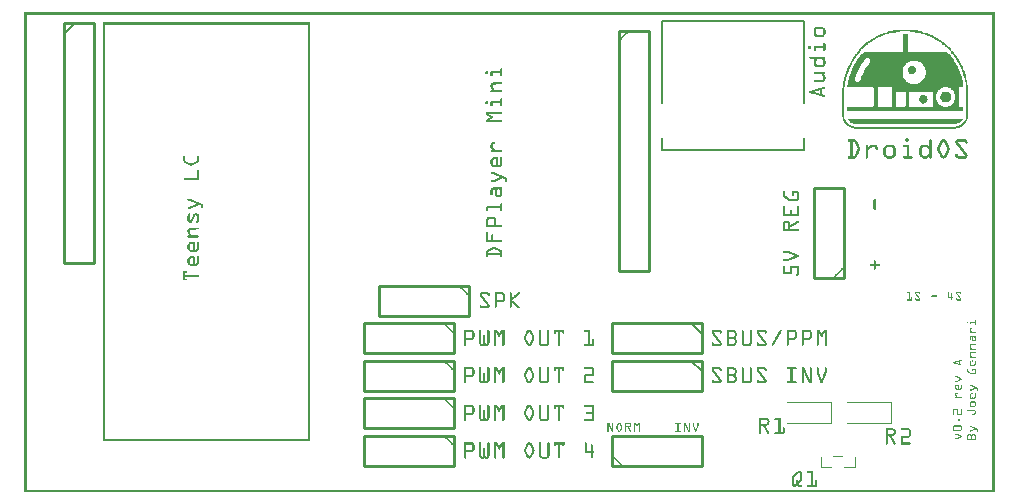
<source format=gto>
G04 MADE WITH FRITZING*
G04 WWW.FRITZING.ORG*
G04 DOUBLE SIDED*
G04 HOLES PLATED*
G04 CONTOUR ON CENTER OF CONTOUR VECTOR*
%ASAXBY*%
%FSLAX23Y23*%
%MOIN*%
%OFA0B0*%
%SFA1.0B1.0*%
%ADD10C,0.008000*%
%ADD11C,0.010000*%
%ADD12C,0.005000*%
%ADD13R,0.001000X0.001000*%
%LNSILK1*%
G90*
G70*
G54D10*
X2597Y1140D02*
X2125Y1140D01*
D02*
X2597Y1573D02*
X2597Y1298D01*
D02*
X2597Y1140D02*
X2597Y1180D01*
D02*
X2597Y1573D02*
X2125Y1573D01*
D02*
X2125Y1573D02*
X2125Y1298D01*
D02*
X2125Y1140D02*
X2125Y1180D01*
G54D11*
D02*
X2733Y714D02*
X2733Y1014D01*
D02*
X2733Y1014D02*
X2633Y1014D01*
D02*
X2633Y1014D02*
X2633Y714D01*
D02*
X2633Y714D02*
X2733Y714D01*
D02*
X2258Y564D02*
X1958Y564D01*
D02*
X1958Y564D02*
X1958Y464D01*
D02*
X1958Y464D02*
X2258Y464D01*
D02*
X2258Y464D02*
X2258Y564D01*
G54D12*
D02*
X2223Y564D02*
X2258Y529D01*
G54D11*
D02*
X2258Y439D02*
X1958Y439D01*
D02*
X1958Y439D02*
X1958Y339D01*
D02*
X1958Y339D02*
X2258Y339D01*
D02*
X2258Y339D02*
X2258Y439D01*
G54D12*
D02*
X2223Y439D02*
X2258Y404D01*
G54D11*
D02*
X1433Y439D02*
X1133Y439D01*
D02*
X1133Y439D02*
X1133Y339D01*
D02*
X1133Y339D02*
X1433Y339D01*
D02*
X1433Y339D02*
X1433Y439D01*
D02*
X1433Y564D02*
X1133Y564D01*
D02*
X1133Y564D02*
X1133Y464D01*
D02*
X1133Y464D02*
X1433Y464D01*
D02*
X1433Y464D02*
X1433Y564D01*
D02*
X1433Y189D02*
X1133Y189D01*
D02*
X1133Y189D02*
X1133Y89D01*
D02*
X1133Y89D02*
X1433Y89D01*
D02*
X1433Y89D02*
X1433Y189D01*
D02*
X1433Y314D02*
X1133Y314D01*
D02*
X1133Y314D02*
X1133Y214D01*
D02*
X1133Y214D02*
X1433Y214D01*
D02*
X1433Y214D02*
X1433Y314D01*
D02*
X1958Y89D02*
X2258Y89D01*
D02*
X2258Y89D02*
X2258Y189D01*
D02*
X2258Y189D02*
X1958Y189D01*
D02*
X1958Y189D02*
X1958Y89D01*
D02*
X133Y1564D02*
X133Y764D01*
D02*
X133Y764D02*
X233Y764D01*
D02*
X233Y764D02*
X233Y1564D01*
D02*
X233Y1564D02*
X133Y1564D01*
G54D12*
D02*
X133Y1529D02*
X168Y1564D01*
G54D11*
D02*
X1983Y1539D02*
X1983Y739D01*
D02*
X1983Y739D02*
X2083Y739D01*
D02*
X2083Y739D02*
X2083Y1539D01*
D02*
X2083Y1539D02*
X1983Y1539D01*
D02*
X1483Y689D02*
X1183Y689D01*
D02*
X1183Y689D02*
X1183Y589D01*
D02*
X1183Y589D02*
X1483Y589D01*
D02*
X1483Y589D02*
X1483Y689D01*
G36*
X2912Y1543D02*
X2912Y1541D01*
X2902Y1541D01*
X2902Y1540D01*
X2894Y1540D01*
X2894Y1538D01*
X2886Y1538D01*
X2886Y1537D01*
X2952Y1537D01*
X2952Y1535D01*
X2968Y1535D01*
X2968Y1533D01*
X2976Y1533D01*
X2976Y1532D01*
X2984Y1532D01*
X2984Y1530D01*
X2990Y1530D01*
X2990Y1529D01*
X2996Y1529D01*
X2996Y1527D01*
X3001Y1527D01*
X3001Y1525D01*
X3006Y1525D01*
X3006Y1524D01*
X3009Y1524D01*
X3009Y1522D01*
X3014Y1522D01*
X3014Y1521D01*
X3017Y1521D01*
X3017Y1519D01*
X3022Y1519D01*
X3022Y1517D01*
X3025Y1517D01*
X3025Y1516D01*
X3028Y1516D01*
X3028Y1514D01*
X3031Y1514D01*
X3031Y1513D01*
X3035Y1513D01*
X3035Y1511D01*
X3036Y1511D01*
X3036Y1509D01*
X3039Y1509D01*
X3039Y1508D01*
X3043Y1508D01*
X3043Y1506D01*
X3044Y1506D01*
X3044Y1505D01*
X3047Y1505D01*
X3047Y1503D01*
X3049Y1503D01*
X3049Y1501D01*
X3052Y1501D01*
X3052Y1500D01*
X3054Y1500D01*
X3054Y1498D01*
X3057Y1498D01*
X3057Y1497D01*
X3059Y1497D01*
X3059Y1495D01*
X3060Y1495D01*
X3060Y1493D01*
X3063Y1493D01*
X3063Y1492D01*
X3065Y1492D01*
X3065Y1490D01*
X3067Y1490D01*
X3067Y1489D01*
X3068Y1489D01*
X3068Y1487D01*
X3070Y1487D01*
X3070Y1486D01*
X3071Y1486D01*
X3071Y1484D01*
X3074Y1484D01*
X3074Y1482D01*
X3076Y1482D01*
X3076Y1481D01*
X3078Y1481D01*
X3078Y1479D01*
X3079Y1479D01*
X3079Y1478D01*
X3081Y1478D01*
X3081Y1476D01*
X3082Y1476D01*
X3082Y1474D01*
X3084Y1474D01*
X3084Y1471D01*
X3086Y1471D01*
X3086Y1470D01*
X3087Y1470D01*
X3087Y1468D01*
X3089Y1468D01*
X3089Y1466D01*
X3090Y1466D01*
X3090Y1463D01*
X3092Y1463D01*
X3092Y1462D01*
X3094Y1462D01*
X3094Y1460D01*
X3095Y1460D01*
X3095Y1458D01*
X3097Y1458D01*
X3097Y1455D01*
X3098Y1455D01*
X3098Y1454D01*
X3100Y1454D01*
X3100Y1452D01*
X3102Y1452D01*
X3102Y1449D01*
X3103Y1449D01*
X3103Y1447D01*
X3105Y1447D01*
X3105Y1444D01*
X3106Y1444D01*
X3106Y1442D01*
X3108Y1442D01*
X3108Y1439D01*
X3110Y1439D01*
X3110Y1436D01*
X3111Y1436D01*
X3111Y1434D01*
X3113Y1434D01*
X3113Y1431D01*
X3114Y1431D01*
X3114Y1428D01*
X3116Y1428D01*
X3116Y1425D01*
X3118Y1425D01*
X3118Y1422D01*
X3119Y1422D01*
X3119Y1418D01*
X3121Y1418D01*
X3121Y1415D01*
X3122Y1415D01*
X3122Y1411D01*
X3124Y1411D01*
X3124Y1407D01*
X3126Y1407D01*
X3126Y1403D01*
X3127Y1403D01*
X3127Y1398D01*
X3129Y1398D01*
X3129Y1393D01*
X3130Y1393D01*
X3130Y1388D01*
X3132Y1388D01*
X3132Y1383D01*
X3134Y1383D01*
X3134Y1375D01*
X3135Y1375D01*
X3135Y1369D01*
X3137Y1369D01*
X3137Y1359D01*
X3138Y1359D01*
X3138Y1345D01*
X3140Y1345D01*
X3140Y1253D01*
X3138Y1253D01*
X3138Y1245D01*
X3137Y1245D01*
X3137Y1241D01*
X3135Y1241D01*
X3135Y1240D01*
X3134Y1240D01*
X3134Y1237D01*
X3132Y1237D01*
X3132Y1235D01*
X3130Y1235D01*
X3130Y1233D01*
X3129Y1233D01*
X3129Y1232D01*
X3127Y1232D01*
X3127Y1230D01*
X3126Y1230D01*
X3126Y1229D01*
X3124Y1229D01*
X3124Y1227D01*
X3122Y1227D01*
X3122Y1225D01*
X3119Y1225D01*
X3119Y1224D01*
X3116Y1224D01*
X3116Y1222D01*
X3111Y1222D01*
X3111Y1221D01*
X3105Y1221D01*
X3105Y1219D01*
X3124Y1219D01*
X3124Y1221D01*
X3126Y1221D01*
X3126Y1222D01*
X3129Y1222D01*
X3129Y1224D01*
X3130Y1224D01*
X3130Y1225D01*
X3132Y1225D01*
X3132Y1227D01*
X3134Y1227D01*
X3134Y1229D01*
X3135Y1229D01*
X3135Y1230D01*
X3137Y1230D01*
X3137Y1233D01*
X3138Y1233D01*
X3138Y1235D01*
X3140Y1235D01*
X3140Y1238D01*
X3142Y1238D01*
X3142Y1240D01*
X3143Y1240D01*
X3143Y1245D01*
X3145Y1245D01*
X3145Y1251D01*
X3146Y1251D01*
X3146Y1348D01*
X3145Y1348D01*
X3145Y1359D01*
X3143Y1359D01*
X3143Y1369D01*
X3142Y1369D01*
X3142Y1375D01*
X3140Y1375D01*
X3140Y1383D01*
X3138Y1383D01*
X3138Y1390D01*
X3137Y1390D01*
X3137Y1395D01*
X3135Y1395D01*
X3135Y1399D01*
X3134Y1399D01*
X3134Y1404D01*
X3132Y1404D01*
X3132Y1409D01*
X3130Y1409D01*
X3130Y1414D01*
X3129Y1414D01*
X3129Y1417D01*
X3127Y1417D01*
X3127Y1420D01*
X3126Y1420D01*
X3126Y1423D01*
X3124Y1423D01*
X3124Y1426D01*
X3122Y1426D01*
X3122Y1430D01*
X3121Y1430D01*
X3121Y1433D01*
X3119Y1433D01*
X3119Y1436D01*
X3118Y1436D01*
X3118Y1439D01*
X3116Y1439D01*
X3116Y1441D01*
X3114Y1441D01*
X3114Y1444D01*
X3113Y1444D01*
X3113Y1446D01*
X3111Y1446D01*
X3111Y1449D01*
X3110Y1449D01*
X3110Y1452D01*
X3108Y1452D01*
X3108Y1454D01*
X3106Y1454D01*
X3106Y1455D01*
X3105Y1455D01*
X3105Y1458D01*
X3103Y1458D01*
X3103Y1460D01*
X3102Y1460D01*
X3102Y1462D01*
X3100Y1462D01*
X3100Y1463D01*
X3098Y1463D01*
X3098Y1466D01*
X3097Y1466D01*
X3097Y1468D01*
X3095Y1468D01*
X3095Y1470D01*
X3094Y1470D01*
X3094Y1471D01*
X3092Y1471D01*
X3092Y1473D01*
X3090Y1473D01*
X3090Y1474D01*
X3089Y1474D01*
X3089Y1478D01*
X3087Y1478D01*
X3087Y1481D01*
X3086Y1481D01*
X3086Y1482D01*
X3084Y1482D01*
X3084Y1484D01*
X3082Y1484D01*
X3082Y1486D01*
X3079Y1486D01*
X3079Y1487D01*
X3078Y1487D01*
X3078Y1489D01*
X3076Y1489D01*
X3076Y1490D01*
X3074Y1490D01*
X3074Y1492D01*
X3073Y1492D01*
X3073Y1493D01*
X3071Y1493D01*
X3071Y1495D01*
X3070Y1495D01*
X3070Y1497D01*
X3067Y1497D01*
X3067Y1498D01*
X3065Y1498D01*
X3065Y1500D01*
X3063Y1500D01*
X3063Y1501D01*
X3060Y1501D01*
X3060Y1503D01*
X3059Y1503D01*
X3059Y1505D01*
X3055Y1505D01*
X3055Y1506D01*
X3054Y1506D01*
X3054Y1508D01*
X3051Y1508D01*
X3051Y1509D01*
X3049Y1509D01*
X3049Y1511D01*
X3046Y1511D01*
X3046Y1513D01*
X3044Y1513D01*
X3044Y1514D01*
X3041Y1514D01*
X3041Y1516D01*
X3038Y1516D01*
X3038Y1517D01*
X3036Y1517D01*
X3036Y1519D01*
X3033Y1519D01*
X3033Y1521D01*
X3030Y1521D01*
X3030Y1522D01*
X3027Y1522D01*
X3027Y1524D01*
X3023Y1524D01*
X3023Y1525D01*
X3019Y1525D01*
X3019Y1527D01*
X3015Y1527D01*
X3015Y1529D01*
X3011Y1529D01*
X3011Y1530D01*
X3007Y1530D01*
X3007Y1532D01*
X3003Y1532D01*
X3003Y1533D01*
X2996Y1533D01*
X2996Y1535D01*
X2992Y1535D01*
X2992Y1537D01*
X2985Y1537D01*
X2985Y1538D01*
X2979Y1538D01*
X2979Y1540D01*
X2969Y1540D01*
X2969Y1541D01*
X2960Y1541D01*
X2960Y1543D01*
X2912Y1543D01*
G37*
D02*
G36*
X2880Y1537D02*
X2880Y1535D01*
X2875Y1535D01*
X2875Y1533D01*
X2869Y1533D01*
X2869Y1532D01*
X2864Y1532D01*
X2864Y1530D01*
X2861Y1530D01*
X2861Y1529D01*
X2856Y1529D01*
X2856Y1527D01*
X2853Y1527D01*
X2853Y1525D01*
X2848Y1525D01*
X2848Y1524D01*
X2845Y1524D01*
X2845Y1522D01*
X2841Y1522D01*
X2841Y1521D01*
X2838Y1521D01*
X2838Y1519D01*
X2837Y1519D01*
X2837Y1517D01*
X2834Y1517D01*
X2834Y1516D01*
X2830Y1516D01*
X2830Y1514D01*
X2827Y1514D01*
X2827Y1513D01*
X2826Y1513D01*
X2826Y1511D01*
X2822Y1511D01*
X2822Y1509D01*
X2821Y1509D01*
X2821Y1508D01*
X2818Y1508D01*
X2818Y1506D01*
X2816Y1506D01*
X2816Y1505D01*
X2813Y1505D01*
X2813Y1503D01*
X2811Y1503D01*
X2811Y1501D01*
X2808Y1501D01*
X2808Y1500D01*
X2806Y1500D01*
X2806Y1498D01*
X2805Y1498D01*
X2805Y1497D01*
X2803Y1497D01*
X2803Y1495D01*
X2800Y1495D01*
X2800Y1493D01*
X2798Y1493D01*
X2798Y1492D01*
X2797Y1492D01*
X2797Y1490D01*
X2795Y1490D01*
X2795Y1489D01*
X2794Y1489D01*
X2794Y1487D01*
X2792Y1487D01*
X2792Y1486D01*
X2790Y1486D01*
X2790Y1484D01*
X2789Y1484D01*
X2789Y1482D01*
X2787Y1482D01*
X2787Y1481D01*
X2786Y1481D01*
X2786Y1479D01*
X2784Y1479D01*
X2784Y1478D01*
X2782Y1478D01*
X2782Y1474D01*
X2781Y1474D01*
X2781Y1471D01*
X2779Y1471D01*
X2779Y1470D01*
X2778Y1470D01*
X2778Y1468D01*
X2776Y1468D01*
X2776Y1465D01*
X2774Y1465D01*
X2774Y1463D01*
X2773Y1463D01*
X2773Y1462D01*
X2771Y1462D01*
X2771Y1460D01*
X2770Y1460D01*
X2770Y1457D01*
X2768Y1457D01*
X2768Y1455D01*
X2766Y1455D01*
X2766Y1454D01*
X2765Y1454D01*
X2765Y1450D01*
X2763Y1450D01*
X2763Y1449D01*
X2762Y1449D01*
X2762Y1446D01*
X2760Y1446D01*
X2760Y1444D01*
X2759Y1444D01*
X2759Y1441D01*
X2757Y1441D01*
X2757Y1438D01*
X2755Y1438D01*
X2755Y1436D01*
X2754Y1436D01*
X2754Y1433D01*
X2752Y1433D01*
X2752Y1430D01*
X2751Y1430D01*
X2751Y1426D01*
X2749Y1426D01*
X2749Y1423D01*
X2747Y1423D01*
X2747Y1420D01*
X2746Y1420D01*
X2746Y1417D01*
X2744Y1417D01*
X2744Y1414D01*
X2743Y1414D01*
X2743Y1409D01*
X2741Y1409D01*
X2741Y1404D01*
X2739Y1404D01*
X2739Y1401D01*
X2738Y1401D01*
X2738Y1396D01*
X2736Y1396D01*
X2736Y1391D01*
X2735Y1391D01*
X2735Y1385D01*
X2733Y1385D01*
X2733Y1379D01*
X2731Y1379D01*
X2731Y1372D01*
X2730Y1372D01*
X2730Y1364D01*
X2728Y1364D01*
X2728Y1353D01*
X2727Y1353D01*
X2727Y1347D01*
X2725Y1347D01*
X2725Y1251D01*
X2727Y1251D01*
X2727Y1245D01*
X2728Y1245D01*
X2728Y1240D01*
X2730Y1240D01*
X2730Y1238D01*
X2731Y1238D01*
X2731Y1235D01*
X2733Y1235D01*
X2733Y1233D01*
X2735Y1233D01*
X2735Y1230D01*
X2736Y1230D01*
X2736Y1229D01*
X2738Y1229D01*
X2738Y1227D01*
X2739Y1227D01*
X2739Y1225D01*
X2741Y1225D01*
X2741Y1224D01*
X2743Y1224D01*
X2743Y1222D01*
X2746Y1222D01*
X2746Y1221D01*
X2747Y1221D01*
X2747Y1219D01*
X2766Y1219D01*
X2766Y1221D01*
X2760Y1221D01*
X2760Y1222D01*
X2755Y1222D01*
X2755Y1224D01*
X2752Y1224D01*
X2752Y1225D01*
X2749Y1225D01*
X2749Y1227D01*
X2747Y1227D01*
X2747Y1229D01*
X2746Y1229D01*
X2746Y1230D01*
X2744Y1230D01*
X2744Y1232D01*
X2743Y1232D01*
X2743Y1233D01*
X2741Y1233D01*
X2741Y1235D01*
X2739Y1235D01*
X2739Y1237D01*
X2738Y1237D01*
X2738Y1240D01*
X2736Y1240D01*
X2736Y1241D01*
X2735Y1241D01*
X2735Y1245D01*
X2733Y1245D01*
X2733Y1254D01*
X2731Y1254D01*
X2731Y1335D01*
X2733Y1335D01*
X2733Y1353D01*
X2735Y1353D01*
X2735Y1364D01*
X2736Y1364D01*
X2736Y1372D01*
X2738Y1372D01*
X2738Y1379D01*
X2739Y1379D01*
X2739Y1385D01*
X2741Y1385D01*
X2741Y1390D01*
X2743Y1390D01*
X2743Y1395D01*
X2744Y1395D01*
X2744Y1398D01*
X2746Y1398D01*
X2746Y1403D01*
X2747Y1403D01*
X2747Y1407D01*
X2749Y1407D01*
X2749Y1411D01*
X2751Y1411D01*
X2751Y1415D01*
X2752Y1415D01*
X2752Y1418D01*
X2754Y1418D01*
X2754Y1422D01*
X2755Y1422D01*
X2755Y1425D01*
X2757Y1425D01*
X2757Y1428D01*
X2759Y1428D01*
X2759Y1431D01*
X2760Y1431D01*
X2760Y1434D01*
X2762Y1434D01*
X2762Y1436D01*
X2763Y1436D01*
X2763Y1439D01*
X2765Y1439D01*
X2765Y1442D01*
X2766Y1442D01*
X2766Y1444D01*
X2768Y1444D01*
X2768Y1447D01*
X2770Y1447D01*
X2770Y1449D01*
X2771Y1449D01*
X2771Y1450D01*
X2773Y1450D01*
X2773Y1454D01*
X2774Y1454D01*
X2774Y1455D01*
X2776Y1455D01*
X2776Y1457D01*
X2778Y1457D01*
X2778Y1460D01*
X2779Y1460D01*
X2779Y1462D01*
X2781Y1462D01*
X2781Y1463D01*
X2782Y1463D01*
X2782Y1465D01*
X2784Y1465D01*
X2784Y1466D01*
X2786Y1466D01*
X2786Y1470D01*
X2787Y1470D01*
X2787Y1473D01*
X2789Y1473D01*
X2789Y1476D01*
X2790Y1476D01*
X2790Y1478D01*
X2792Y1478D01*
X2792Y1479D01*
X2794Y1479D01*
X2794Y1481D01*
X2795Y1481D01*
X2795Y1482D01*
X2798Y1482D01*
X2798Y1484D01*
X2800Y1484D01*
X2800Y1486D01*
X2802Y1486D01*
X2802Y1487D01*
X2803Y1487D01*
X2803Y1489D01*
X2805Y1489D01*
X2805Y1490D01*
X2806Y1490D01*
X2806Y1492D01*
X2808Y1492D01*
X2808Y1493D01*
X2811Y1493D01*
X2811Y1495D01*
X2813Y1495D01*
X2813Y1497D01*
X2814Y1497D01*
X2814Y1498D01*
X2818Y1498D01*
X2818Y1500D01*
X2819Y1500D01*
X2819Y1501D01*
X2822Y1501D01*
X2822Y1503D01*
X2824Y1503D01*
X2824Y1505D01*
X2827Y1505D01*
X2827Y1506D01*
X2829Y1506D01*
X2829Y1508D01*
X2832Y1508D01*
X2832Y1509D01*
X2835Y1509D01*
X2835Y1511D01*
X2837Y1511D01*
X2837Y1513D01*
X2840Y1513D01*
X2840Y1514D01*
X2843Y1514D01*
X2843Y1516D01*
X2846Y1516D01*
X2846Y1517D01*
X2849Y1517D01*
X2849Y1519D01*
X2854Y1519D01*
X2854Y1521D01*
X2857Y1521D01*
X2857Y1522D01*
X2862Y1522D01*
X2862Y1524D01*
X2865Y1524D01*
X2865Y1525D01*
X2870Y1525D01*
X2870Y1527D01*
X2877Y1527D01*
X2877Y1529D01*
X2881Y1529D01*
X2881Y1530D01*
X2888Y1530D01*
X2888Y1532D01*
X2896Y1532D01*
X2896Y1533D01*
X2904Y1533D01*
X2904Y1535D01*
X2920Y1535D01*
X2920Y1537D01*
X2880Y1537D01*
G37*
D02*
G36*
X2751Y1219D02*
X2751Y1217D01*
X3121Y1217D01*
X3121Y1219D01*
X2751Y1219D01*
G37*
D02*
G36*
X2751Y1219D02*
X2751Y1217D01*
X3121Y1217D01*
X3121Y1219D01*
X2751Y1219D01*
G37*
D02*
G36*
X2754Y1217D02*
X2754Y1216D01*
X2760Y1216D01*
X2760Y1214D01*
X2766Y1214D01*
X2766Y1213D01*
X3105Y1213D01*
X3105Y1214D01*
X3111Y1214D01*
X3111Y1216D01*
X3118Y1216D01*
X3118Y1217D01*
X2754Y1217D01*
G37*
D02*
G36*
X2928Y1527D02*
X2928Y1468D01*
X2797Y1468D01*
X2797Y1466D01*
X2795Y1466D01*
X2795Y1465D01*
X2794Y1465D01*
X2794Y1463D01*
X2792Y1463D01*
X2792Y1462D01*
X2790Y1462D01*
X2790Y1460D01*
X2789Y1460D01*
X2789Y1458D01*
X2787Y1458D01*
X2787Y1457D01*
X2786Y1457D01*
X2786Y1454D01*
X2784Y1454D01*
X2784Y1452D01*
X2782Y1452D01*
X2782Y1450D01*
X2781Y1450D01*
X2781Y1447D01*
X2814Y1447D01*
X2814Y1446D01*
X2816Y1446D01*
X2816Y1444D01*
X2818Y1444D01*
X2818Y1442D01*
X2819Y1442D01*
X2819Y1439D01*
X2974Y1439D01*
X2974Y1438D01*
X2980Y1438D01*
X2980Y1436D01*
X2984Y1436D01*
X2984Y1434D01*
X2987Y1434D01*
X2987Y1433D01*
X2988Y1433D01*
X2988Y1431D01*
X2992Y1431D01*
X2992Y1430D01*
X2993Y1430D01*
X2993Y1428D01*
X2995Y1428D01*
X2995Y1426D01*
X2996Y1426D01*
X2996Y1423D01*
X2998Y1423D01*
X2998Y1422D01*
X2999Y1422D01*
X2999Y1418D01*
X3001Y1418D01*
X3001Y1415D01*
X3003Y1415D01*
X3003Y1409D01*
X3004Y1409D01*
X3004Y1391D01*
X3003Y1391D01*
X3003Y1385D01*
X3001Y1385D01*
X3001Y1382D01*
X2999Y1382D01*
X2999Y1379D01*
X2998Y1379D01*
X2998Y1377D01*
X2996Y1377D01*
X2996Y1375D01*
X2995Y1375D01*
X2995Y1374D01*
X2993Y1374D01*
X2993Y1372D01*
X2992Y1372D01*
X2992Y1371D01*
X2990Y1371D01*
X2990Y1369D01*
X2988Y1369D01*
X2988Y1367D01*
X2985Y1367D01*
X2985Y1366D01*
X2982Y1366D01*
X2982Y1364D01*
X2979Y1364D01*
X2979Y1363D01*
X2969Y1363D01*
X2969Y1361D01*
X3129Y1361D01*
X3129Y1364D01*
X3127Y1364D01*
X3127Y1374D01*
X3126Y1374D01*
X3126Y1380D01*
X3124Y1380D01*
X3124Y1387D01*
X3122Y1387D01*
X3122Y1391D01*
X3121Y1391D01*
X3121Y1396D01*
X3119Y1396D01*
X3119Y1401D01*
X3118Y1401D01*
X3118Y1406D01*
X3116Y1406D01*
X3116Y1409D01*
X3114Y1409D01*
X3114Y1412D01*
X3113Y1412D01*
X3113Y1417D01*
X3111Y1417D01*
X3111Y1420D01*
X3110Y1420D01*
X3110Y1423D01*
X3108Y1423D01*
X3108Y1425D01*
X3106Y1425D01*
X3106Y1428D01*
X3105Y1428D01*
X3105Y1431D01*
X3103Y1431D01*
X3103Y1434D01*
X3102Y1434D01*
X3102Y1436D01*
X3100Y1436D01*
X3100Y1439D01*
X3098Y1439D01*
X3098Y1441D01*
X3097Y1441D01*
X3097Y1444D01*
X3095Y1444D01*
X3095Y1446D01*
X3094Y1446D01*
X3094Y1449D01*
X3092Y1449D01*
X3092Y1450D01*
X3090Y1450D01*
X3090Y1452D01*
X3089Y1452D01*
X3089Y1455D01*
X3087Y1455D01*
X3087Y1457D01*
X3086Y1457D01*
X3086Y1458D01*
X3084Y1458D01*
X3084Y1460D01*
X3082Y1460D01*
X3082Y1462D01*
X3081Y1462D01*
X3081Y1463D01*
X3079Y1463D01*
X3079Y1465D01*
X3078Y1465D01*
X3078Y1466D01*
X3076Y1466D01*
X3076Y1468D01*
X2944Y1468D01*
X2944Y1527D01*
X2928Y1527D01*
G37*
D02*
G36*
X2779Y1447D02*
X2779Y1446D01*
X2778Y1446D01*
X2778Y1444D01*
X2776Y1444D01*
X2776Y1441D01*
X2774Y1441D01*
X2774Y1439D01*
X2773Y1439D01*
X2773Y1436D01*
X2771Y1436D01*
X2771Y1433D01*
X2770Y1433D01*
X2770Y1431D01*
X2768Y1431D01*
X2768Y1428D01*
X2766Y1428D01*
X2766Y1425D01*
X2765Y1425D01*
X2765Y1422D01*
X2763Y1422D01*
X2763Y1418D01*
X2762Y1418D01*
X2762Y1415D01*
X2760Y1415D01*
X2760Y1412D01*
X2759Y1412D01*
X2759Y1409D01*
X2757Y1409D01*
X2757Y1406D01*
X2755Y1406D01*
X2755Y1401D01*
X2754Y1401D01*
X2754Y1396D01*
X2752Y1396D01*
X2752Y1393D01*
X2751Y1393D01*
X2751Y1388D01*
X2749Y1388D01*
X2749Y1382D01*
X2747Y1382D01*
X2747Y1375D01*
X2746Y1375D01*
X2746Y1369D01*
X2773Y1369D01*
X2773Y1371D01*
X2771Y1371D01*
X2771Y1372D01*
X2770Y1372D01*
X2770Y1385D01*
X2771Y1385D01*
X2771Y1390D01*
X2773Y1390D01*
X2773Y1395D01*
X2774Y1395D01*
X2774Y1398D01*
X2776Y1398D01*
X2776Y1403D01*
X2778Y1403D01*
X2778Y1406D01*
X2779Y1406D01*
X2779Y1409D01*
X2781Y1409D01*
X2781Y1412D01*
X2782Y1412D01*
X2782Y1415D01*
X2784Y1415D01*
X2784Y1418D01*
X2786Y1418D01*
X2786Y1422D01*
X2787Y1422D01*
X2787Y1423D01*
X2789Y1423D01*
X2789Y1426D01*
X2790Y1426D01*
X2790Y1428D01*
X2792Y1428D01*
X2792Y1431D01*
X2794Y1431D01*
X2794Y1433D01*
X2795Y1433D01*
X2795Y1436D01*
X2797Y1436D01*
X2797Y1438D01*
X2798Y1438D01*
X2798Y1439D01*
X2800Y1439D01*
X2800Y1442D01*
X2802Y1442D01*
X2802Y1444D01*
X2803Y1444D01*
X2803Y1446D01*
X2806Y1446D01*
X2806Y1447D01*
X2779Y1447D01*
G37*
D02*
G36*
X2819Y1439D02*
X2819Y1433D01*
X2818Y1433D01*
X2818Y1431D01*
X2816Y1431D01*
X2816Y1430D01*
X2814Y1430D01*
X2814Y1426D01*
X2813Y1426D01*
X2813Y1425D01*
X2811Y1425D01*
X2811Y1423D01*
X2810Y1423D01*
X2810Y1420D01*
X2808Y1420D01*
X2808Y1418D01*
X2806Y1418D01*
X2806Y1415D01*
X2805Y1415D01*
X2805Y1414D01*
X2803Y1414D01*
X2803Y1411D01*
X2802Y1411D01*
X2802Y1407D01*
X2800Y1407D01*
X2800Y1404D01*
X2798Y1404D01*
X2798Y1401D01*
X2797Y1401D01*
X2797Y1398D01*
X2795Y1398D01*
X2795Y1395D01*
X2794Y1395D01*
X2794Y1391D01*
X2792Y1391D01*
X2792Y1387D01*
X2790Y1387D01*
X2790Y1383D01*
X2789Y1383D01*
X2789Y1379D01*
X2787Y1379D01*
X2787Y1374D01*
X2786Y1374D01*
X2786Y1371D01*
X2782Y1371D01*
X2782Y1369D01*
X2940Y1369D01*
X2940Y1371D01*
X2939Y1371D01*
X2939Y1372D01*
X2937Y1372D01*
X2937Y1374D01*
X2936Y1374D01*
X2936Y1375D01*
X2934Y1375D01*
X2934Y1379D01*
X2932Y1379D01*
X2932Y1380D01*
X2931Y1380D01*
X2931Y1383D01*
X2929Y1383D01*
X2929Y1388D01*
X2928Y1388D01*
X2928Y1412D01*
X2929Y1412D01*
X2929Y1417D01*
X2931Y1417D01*
X2931Y1420D01*
X2932Y1420D01*
X2932Y1423D01*
X2934Y1423D01*
X2934Y1425D01*
X2936Y1425D01*
X2936Y1426D01*
X2937Y1426D01*
X2937Y1428D01*
X2939Y1428D01*
X2939Y1430D01*
X2940Y1430D01*
X2940Y1431D01*
X2942Y1431D01*
X2942Y1433D01*
X2945Y1433D01*
X2945Y1434D01*
X2948Y1434D01*
X2948Y1436D01*
X2952Y1436D01*
X2952Y1438D01*
X2958Y1438D01*
X2958Y1439D01*
X2819Y1439D01*
G37*
D02*
G36*
X2744Y1369D02*
X2744Y1367D01*
X2944Y1367D01*
X2944Y1369D01*
X2744Y1369D01*
G37*
D02*
G36*
X2744Y1369D02*
X2744Y1367D01*
X2944Y1367D01*
X2944Y1369D01*
X2744Y1369D01*
G37*
D02*
G36*
X2744Y1367D02*
X2744Y1361D01*
X2963Y1361D01*
X2963Y1363D01*
X2953Y1363D01*
X2953Y1364D01*
X2948Y1364D01*
X2948Y1366D01*
X2945Y1366D01*
X2945Y1367D01*
X2744Y1367D01*
G37*
D02*
G36*
X2744Y1361D02*
X2744Y1359D01*
X3129Y1359D01*
X3129Y1361D01*
X2744Y1361D01*
G37*
D02*
G36*
X2744Y1361D02*
X2744Y1359D01*
X3129Y1359D01*
X3129Y1361D01*
X2744Y1361D01*
G37*
D02*
G36*
X2743Y1359D02*
X2743Y1350D01*
X3079Y1350D01*
X3079Y1348D01*
X3084Y1348D01*
X3084Y1347D01*
X3087Y1347D01*
X3087Y1345D01*
X3089Y1345D01*
X3089Y1343D01*
X3092Y1343D01*
X3092Y1342D01*
X3094Y1342D01*
X3094Y1340D01*
X3095Y1340D01*
X3095Y1339D01*
X3097Y1339D01*
X3097Y1335D01*
X3098Y1335D01*
X3098Y1332D01*
X3100Y1332D01*
X3100Y1329D01*
X3102Y1329D01*
X3102Y1321D01*
X3103Y1321D01*
X3103Y1315D01*
X3102Y1315D01*
X3102Y1307D01*
X3100Y1307D01*
X3100Y1302D01*
X3098Y1302D01*
X3098Y1300D01*
X3097Y1300D01*
X3097Y1297D01*
X3095Y1297D01*
X3095Y1296D01*
X3094Y1296D01*
X3094Y1294D01*
X3092Y1294D01*
X3092Y1292D01*
X3089Y1292D01*
X3089Y1291D01*
X3087Y1291D01*
X3087Y1289D01*
X3084Y1289D01*
X3084Y1288D01*
X3079Y1288D01*
X3079Y1286D01*
X3114Y1286D01*
X3114Y1350D01*
X3130Y1350D01*
X3130Y1355D01*
X3129Y1355D01*
X3129Y1359D01*
X2743Y1359D01*
G37*
D02*
G36*
X2830Y1350D02*
X2830Y1348D01*
X2832Y1348D01*
X2832Y1288D01*
X2830Y1288D01*
X2830Y1286D01*
X2845Y1286D01*
X2845Y1350D01*
X2830Y1350D01*
G37*
D02*
G36*
X2891Y1350D02*
X2891Y1348D01*
X2893Y1348D01*
X2893Y1334D01*
X3027Y1334D01*
X3027Y1286D01*
X3062Y1286D01*
X3062Y1288D01*
X3057Y1288D01*
X3057Y1289D01*
X3054Y1289D01*
X3054Y1291D01*
X3052Y1291D01*
X3052Y1292D01*
X3049Y1292D01*
X3049Y1294D01*
X3047Y1294D01*
X3047Y1296D01*
X3046Y1296D01*
X3046Y1299D01*
X3044Y1299D01*
X3044Y1300D01*
X3043Y1300D01*
X3043Y1304D01*
X3041Y1304D01*
X3041Y1307D01*
X3039Y1307D01*
X3039Y1329D01*
X3041Y1329D01*
X3041Y1332D01*
X3043Y1332D01*
X3043Y1335D01*
X3044Y1335D01*
X3044Y1337D01*
X3046Y1337D01*
X3046Y1340D01*
X3047Y1340D01*
X3047Y1342D01*
X3049Y1342D01*
X3049Y1343D01*
X3052Y1343D01*
X3052Y1345D01*
X3054Y1345D01*
X3054Y1347D01*
X3057Y1347D01*
X3057Y1348D01*
X3063Y1348D01*
X3063Y1350D01*
X2891Y1350D01*
G37*
D02*
G36*
X2893Y1334D02*
X2893Y1288D01*
X2891Y1288D01*
X2891Y1286D01*
X2905Y1286D01*
X2905Y1334D01*
X2893Y1334D01*
G37*
D02*
G36*
X2937Y1334D02*
X2937Y1288D01*
X2936Y1288D01*
X2936Y1286D01*
X2950Y1286D01*
X2950Y1334D01*
X2937Y1334D01*
G37*
D02*
G36*
X2741Y1286D02*
X2741Y1284D01*
X3130Y1284D01*
X3130Y1286D01*
X2741Y1286D01*
G37*
D02*
G36*
X2741Y1286D02*
X2741Y1284D01*
X3130Y1284D01*
X3130Y1286D01*
X2741Y1286D01*
G37*
D02*
G36*
X2741Y1286D02*
X2741Y1284D01*
X3130Y1284D01*
X3130Y1286D01*
X2741Y1286D01*
G37*
D02*
G36*
X2741Y1286D02*
X2741Y1284D01*
X3130Y1284D01*
X3130Y1286D01*
X2741Y1286D01*
G37*
D02*
G36*
X2741Y1286D02*
X2741Y1284D01*
X3130Y1284D01*
X3130Y1286D01*
X2741Y1286D01*
G37*
D02*
G36*
X2741Y1284D02*
X2741Y1273D01*
X3130Y1273D01*
X3130Y1284D01*
X2741Y1284D01*
G37*
D02*
G36*
X2955Y1422D02*
X2955Y1420D01*
X2952Y1420D01*
X2952Y1418D01*
X2948Y1418D01*
X2948Y1415D01*
X2947Y1415D01*
X2947Y1414D01*
X2945Y1414D01*
X2945Y1409D01*
X2944Y1409D01*
X2944Y1407D01*
X2945Y1407D01*
X2945Y1403D01*
X2947Y1403D01*
X2947Y1399D01*
X2948Y1399D01*
X2948Y1398D01*
X2950Y1398D01*
X2950Y1396D01*
X2953Y1396D01*
X2953Y1395D01*
X2963Y1395D01*
X2963Y1396D01*
X2966Y1396D01*
X2966Y1398D01*
X2968Y1398D01*
X2968Y1399D01*
X2969Y1399D01*
X2969Y1401D01*
X2971Y1401D01*
X2971Y1406D01*
X2972Y1406D01*
X2972Y1411D01*
X2971Y1411D01*
X2971Y1414D01*
X2969Y1414D01*
X2969Y1417D01*
X2968Y1417D01*
X2968Y1418D01*
X2964Y1418D01*
X2964Y1420D01*
X2961Y1420D01*
X2961Y1422D01*
X2955Y1422D01*
G37*
D02*
G36*
X3063Y1335D02*
X3063Y1334D01*
X3060Y1334D01*
X3060Y1332D01*
X3059Y1332D01*
X3059Y1331D01*
X3057Y1331D01*
X3057Y1329D01*
X3055Y1329D01*
X3055Y1326D01*
X3054Y1326D01*
X3054Y1323D01*
X3052Y1323D01*
X3052Y1313D01*
X3054Y1313D01*
X3054Y1310D01*
X3055Y1310D01*
X3055Y1307D01*
X3057Y1307D01*
X3057Y1305D01*
X3059Y1305D01*
X3059Y1304D01*
X3060Y1304D01*
X3060Y1302D01*
X3063Y1302D01*
X3063Y1300D01*
X3078Y1300D01*
X3078Y1302D01*
X3081Y1302D01*
X3081Y1304D01*
X3082Y1304D01*
X3082Y1305D01*
X3084Y1305D01*
X3084Y1307D01*
X3086Y1307D01*
X3086Y1308D01*
X3087Y1308D01*
X3087Y1313D01*
X3089Y1313D01*
X3089Y1323D01*
X3087Y1323D01*
X3087Y1328D01*
X3086Y1328D01*
X3086Y1329D01*
X3084Y1329D01*
X3084Y1331D01*
X3082Y1331D01*
X3082Y1332D01*
X3081Y1332D01*
X3081Y1334D01*
X3078Y1334D01*
X3078Y1335D01*
X3063Y1335D01*
G37*
D02*
G36*
X2990Y1324D02*
X2990Y1323D01*
X2987Y1323D01*
X2987Y1321D01*
X2985Y1321D01*
X2985Y1320D01*
X2984Y1320D01*
X2984Y1316D01*
X2982Y1316D01*
X2982Y1304D01*
X2984Y1304D01*
X2984Y1302D01*
X2985Y1302D01*
X2985Y1300D01*
X2987Y1300D01*
X2987Y1299D01*
X2988Y1299D01*
X2988Y1297D01*
X2992Y1297D01*
X2992Y1296D01*
X2999Y1296D01*
X2999Y1297D01*
X3003Y1297D01*
X3003Y1299D01*
X3006Y1299D01*
X3006Y1300D01*
X3007Y1300D01*
X3007Y1304D01*
X3009Y1304D01*
X3009Y1308D01*
X3011Y1308D01*
X3011Y1313D01*
X3009Y1313D01*
X3009Y1318D01*
X3007Y1318D01*
X3007Y1320D01*
X3006Y1320D01*
X3006Y1321D01*
X3004Y1321D01*
X3004Y1323D01*
X3001Y1323D01*
X3001Y1324D01*
X2990Y1324D01*
G37*
D02*
G36*
X2744Y1246D02*
X2744Y1243D01*
X2746Y1243D01*
X2746Y1240D01*
X2747Y1240D01*
X2747Y1238D01*
X2749Y1238D01*
X2749Y1237D01*
X2751Y1237D01*
X2751Y1235D01*
X2752Y1235D01*
X2752Y1233D01*
X2755Y1233D01*
X2755Y1232D01*
X2757Y1232D01*
X2757Y1230D01*
X2762Y1230D01*
X2762Y1229D01*
X3110Y1229D01*
X3110Y1230D01*
X3114Y1230D01*
X3114Y1232D01*
X3116Y1232D01*
X3116Y1233D01*
X3119Y1233D01*
X3119Y1235D01*
X3121Y1235D01*
X3121Y1237D01*
X3122Y1237D01*
X3122Y1238D01*
X3124Y1238D01*
X3124Y1240D01*
X3126Y1240D01*
X3126Y1243D01*
X3127Y1243D01*
X3127Y1246D01*
X2744Y1246D01*
G37*
D02*
G54D13*
X0Y1600D02*
X3234Y1600D01*
X0Y1599D02*
X3234Y1599D01*
X0Y1598D02*
X3234Y1598D01*
X0Y1597D02*
X3234Y1597D01*
X0Y1596D02*
X3234Y1596D01*
X0Y1595D02*
X3234Y1595D01*
X0Y1594D02*
X3234Y1594D01*
X0Y1593D02*
X3234Y1593D01*
X0Y1592D02*
X7Y1592D01*
X3227Y1592D02*
X3234Y1592D01*
X0Y1591D02*
X7Y1591D01*
X3227Y1591D02*
X3234Y1591D01*
X0Y1590D02*
X7Y1590D01*
X3227Y1590D02*
X3234Y1590D01*
X0Y1589D02*
X7Y1589D01*
X3227Y1589D02*
X3234Y1589D01*
X0Y1588D02*
X7Y1588D01*
X3227Y1588D02*
X3234Y1588D01*
X0Y1587D02*
X7Y1587D01*
X3227Y1587D02*
X3234Y1587D01*
X0Y1586D02*
X7Y1586D01*
X3227Y1586D02*
X3234Y1586D01*
X0Y1585D02*
X7Y1585D01*
X3227Y1585D02*
X3234Y1585D01*
X0Y1584D02*
X7Y1584D01*
X3227Y1584D02*
X3234Y1584D01*
X0Y1583D02*
X7Y1583D01*
X3227Y1583D02*
X3234Y1583D01*
X0Y1582D02*
X7Y1582D01*
X3227Y1582D02*
X3234Y1582D01*
X0Y1581D02*
X7Y1581D01*
X3227Y1581D02*
X3234Y1581D01*
X0Y1580D02*
X7Y1580D01*
X3227Y1580D02*
X3234Y1580D01*
X0Y1579D02*
X7Y1579D01*
X3227Y1579D02*
X3234Y1579D01*
X0Y1578D02*
X7Y1578D01*
X3227Y1578D02*
X3234Y1578D01*
X0Y1577D02*
X7Y1577D01*
X3227Y1577D02*
X3234Y1577D01*
X0Y1576D02*
X7Y1576D01*
X3227Y1576D02*
X3234Y1576D01*
X0Y1575D02*
X7Y1575D01*
X3227Y1575D02*
X3234Y1575D01*
X0Y1574D02*
X7Y1574D01*
X3227Y1574D02*
X3234Y1574D01*
X0Y1573D02*
X7Y1573D01*
X3227Y1573D02*
X3234Y1573D01*
X0Y1572D02*
X7Y1572D01*
X3227Y1572D02*
X3234Y1572D01*
X0Y1571D02*
X7Y1571D01*
X3227Y1571D02*
X3234Y1571D01*
X0Y1570D02*
X7Y1570D01*
X3227Y1570D02*
X3234Y1570D01*
X0Y1569D02*
X7Y1569D01*
X3227Y1569D02*
X3234Y1569D01*
X0Y1568D02*
X7Y1568D01*
X3227Y1568D02*
X3234Y1568D01*
X0Y1567D02*
X7Y1567D01*
X3227Y1567D02*
X3234Y1567D01*
X0Y1566D02*
X7Y1566D01*
X261Y1566D02*
X951Y1566D01*
X3227Y1566D02*
X3234Y1566D01*
X0Y1565D02*
X7Y1565D01*
X261Y1565D02*
X951Y1565D01*
X3227Y1565D02*
X3234Y1565D01*
X0Y1564D02*
X7Y1564D01*
X261Y1564D02*
X951Y1564D01*
X3227Y1564D02*
X3234Y1564D01*
X0Y1563D02*
X7Y1563D01*
X261Y1563D02*
X951Y1563D01*
X3227Y1563D02*
X3234Y1563D01*
X0Y1562D02*
X7Y1562D01*
X261Y1562D02*
X951Y1562D01*
X3227Y1562D02*
X3234Y1562D01*
X0Y1561D02*
X7Y1561D01*
X261Y1561D02*
X951Y1561D01*
X3227Y1561D02*
X3234Y1561D01*
X0Y1560D02*
X7Y1560D01*
X261Y1560D02*
X951Y1560D01*
X3227Y1560D02*
X3234Y1560D01*
X0Y1559D02*
X7Y1559D01*
X261Y1559D02*
X267Y1559D01*
X945Y1559D02*
X951Y1559D01*
X3227Y1559D02*
X3234Y1559D01*
X0Y1558D02*
X7Y1558D01*
X261Y1558D02*
X267Y1558D01*
X945Y1558D02*
X951Y1558D01*
X3227Y1558D02*
X3234Y1558D01*
X0Y1557D02*
X7Y1557D01*
X261Y1557D02*
X267Y1557D01*
X945Y1557D02*
X951Y1557D01*
X3227Y1557D02*
X3234Y1557D01*
X0Y1556D02*
X7Y1556D01*
X261Y1556D02*
X267Y1556D01*
X945Y1556D02*
X951Y1556D01*
X3227Y1556D02*
X3234Y1556D01*
X0Y1555D02*
X7Y1555D01*
X261Y1555D02*
X267Y1555D01*
X945Y1555D02*
X951Y1555D01*
X3227Y1555D02*
X3234Y1555D01*
X0Y1554D02*
X7Y1554D01*
X261Y1554D02*
X267Y1554D01*
X945Y1554D02*
X951Y1554D01*
X3227Y1554D02*
X3234Y1554D01*
X0Y1553D02*
X7Y1553D01*
X261Y1553D02*
X267Y1553D01*
X945Y1553D02*
X951Y1553D01*
X3227Y1553D02*
X3234Y1553D01*
X0Y1552D02*
X7Y1552D01*
X261Y1552D02*
X267Y1552D01*
X945Y1552D02*
X951Y1552D01*
X2642Y1552D02*
X2659Y1552D01*
X3227Y1552D02*
X3234Y1552D01*
X0Y1551D02*
X7Y1551D01*
X261Y1551D02*
X267Y1551D01*
X945Y1551D02*
X951Y1551D01*
X2639Y1551D02*
X2662Y1551D01*
X3227Y1551D02*
X3234Y1551D01*
X0Y1550D02*
X7Y1550D01*
X261Y1550D02*
X267Y1550D01*
X945Y1550D02*
X951Y1550D01*
X2637Y1550D02*
X2663Y1550D01*
X3227Y1550D02*
X3234Y1550D01*
X0Y1549D02*
X7Y1549D01*
X261Y1549D02*
X267Y1549D01*
X945Y1549D02*
X951Y1549D01*
X2636Y1549D02*
X2664Y1549D01*
X3227Y1549D02*
X3234Y1549D01*
X0Y1548D02*
X7Y1548D01*
X261Y1548D02*
X267Y1548D01*
X945Y1548D02*
X951Y1548D01*
X2635Y1548D02*
X2665Y1548D01*
X3227Y1548D02*
X3234Y1548D01*
X0Y1547D02*
X7Y1547D01*
X261Y1547D02*
X267Y1547D01*
X945Y1547D02*
X951Y1547D01*
X2635Y1547D02*
X2666Y1547D01*
X3227Y1547D02*
X3234Y1547D01*
X0Y1546D02*
X7Y1546D01*
X261Y1546D02*
X267Y1546D01*
X945Y1546D02*
X951Y1546D01*
X2634Y1546D02*
X2667Y1546D01*
X3227Y1546D02*
X3234Y1546D01*
X0Y1545D02*
X7Y1545D01*
X261Y1545D02*
X267Y1545D01*
X945Y1545D02*
X951Y1545D01*
X2633Y1545D02*
X2642Y1545D01*
X2659Y1545D02*
X2668Y1545D01*
X3227Y1545D02*
X3234Y1545D01*
X0Y1544D02*
X7Y1544D01*
X261Y1544D02*
X267Y1544D01*
X945Y1544D02*
X951Y1544D01*
X2632Y1544D02*
X2640Y1544D01*
X2661Y1544D02*
X2668Y1544D01*
X3227Y1544D02*
X3234Y1544D01*
X0Y1543D02*
X7Y1543D01*
X261Y1543D02*
X267Y1543D01*
X945Y1543D02*
X951Y1543D01*
X2632Y1543D02*
X2639Y1543D01*
X2662Y1543D02*
X2669Y1543D01*
X3227Y1543D02*
X3234Y1543D01*
X0Y1542D02*
X7Y1542D01*
X261Y1542D02*
X267Y1542D01*
X945Y1542D02*
X951Y1542D01*
X2632Y1542D02*
X2638Y1542D01*
X2662Y1542D02*
X2669Y1542D01*
X3227Y1542D02*
X3234Y1542D01*
X0Y1541D02*
X7Y1541D01*
X261Y1541D02*
X267Y1541D01*
X945Y1541D02*
X951Y1541D01*
X2015Y1541D02*
X2015Y1541D01*
X2631Y1541D02*
X2638Y1541D01*
X2663Y1541D02*
X2669Y1541D01*
X3227Y1541D02*
X3234Y1541D01*
X0Y1540D02*
X7Y1540D01*
X261Y1540D02*
X267Y1540D01*
X945Y1540D02*
X951Y1540D01*
X2014Y1540D02*
X2016Y1540D01*
X2631Y1540D02*
X2637Y1540D01*
X2664Y1540D02*
X2670Y1540D01*
X3227Y1540D02*
X3234Y1540D01*
X0Y1539D02*
X7Y1539D01*
X261Y1539D02*
X267Y1539D01*
X945Y1539D02*
X951Y1539D01*
X2013Y1539D02*
X2017Y1539D01*
X2631Y1539D02*
X2637Y1539D01*
X2664Y1539D02*
X2670Y1539D01*
X3227Y1539D02*
X3234Y1539D01*
X0Y1538D02*
X7Y1538D01*
X261Y1538D02*
X267Y1538D01*
X945Y1538D02*
X951Y1538D01*
X2012Y1538D02*
X2018Y1538D01*
X2631Y1538D02*
X2637Y1538D01*
X2664Y1538D02*
X2670Y1538D01*
X3227Y1538D02*
X3234Y1538D01*
X0Y1537D02*
X7Y1537D01*
X261Y1537D02*
X267Y1537D01*
X945Y1537D02*
X951Y1537D01*
X2011Y1537D02*
X2017Y1537D01*
X2631Y1537D02*
X2637Y1537D01*
X2664Y1537D02*
X2670Y1537D01*
X3227Y1537D02*
X3234Y1537D01*
X0Y1536D02*
X7Y1536D01*
X261Y1536D02*
X267Y1536D01*
X945Y1536D02*
X951Y1536D01*
X2010Y1536D02*
X2016Y1536D01*
X2631Y1536D02*
X2637Y1536D01*
X2664Y1536D02*
X2670Y1536D01*
X3227Y1536D02*
X3234Y1536D01*
X0Y1535D02*
X7Y1535D01*
X261Y1535D02*
X267Y1535D01*
X945Y1535D02*
X951Y1535D01*
X2009Y1535D02*
X2015Y1535D01*
X2631Y1535D02*
X2637Y1535D01*
X2664Y1535D02*
X2670Y1535D01*
X3227Y1535D02*
X3234Y1535D01*
X0Y1534D02*
X7Y1534D01*
X261Y1534D02*
X267Y1534D01*
X945Y1534D02*
X951Y1534D01*
X2008Y1534D02*
X2014Y1534D01*
X2631Y1534D02*
X2637Y1534D01*
X2664Y1534D02*
X2670Y1534D01*
X3227Y1534D02*
X3234Y1534D01*
X0Y1533D02*
X7Y1533D01*
X261Y1533D02*
X267Y1533D01*
X945Y1533D02*
X951Y1533D01*
X2007Y1533D02*
X2013Y1533D01*
X2631Y1533D02*
X2637Y1533D01*
X2664Y1533D02*
X2670Y1533D01*
X3227Y1533D02*
X3234Y1533D01*
X0Y1532D02*
X7Y1532D01*
X261Y1532D02*
X267Y1532D01*
X945Y1532D02*
X951Y1532D01*
X2006Y1532D02*
X2012Y1532D01*
X2631Y1532D02*
X2637Y1532D01*
X2664Y1532D02*
X2670Y1532D01*
X3227Y1532D02*
X3234Y1532D01*
X0Y1531D02*
X7Y1531D01*
X261Y1531D02*
X267Y1531D01*
X945Y1531D02*
X951Y1531D01*
X2005Y1531D02*
X2011Y1531D01*
X2631Y1531D02*
X2637Y1531D01*
X2664Y1531D02*
X2670Y1531D01*
X3227Y1531D02*
X3234Y1531D01*
X0Y1530D02*
X7Y1530D01*
X261Y1530D02*
X267Y1530D01*
X945Y1530D02*
X951Y1530D01*
X2004Y1530D02*
X2010Y1530D01*
X2631Y1530D02*
X2637Y1530D01*
X2664Y1530D02*
X2670Y1530D01*
X3227Y1530D02*
X3234Y1530D01*
X0Y1529D02*
X7Y1529D01*
X261Y1529D02*
X267Y1529D01*
X945Y1529D02*
X951Y1529D01*
X2003Y1529D02*
X2009Y1529D01*
X2631Y1529D02*
X2638Y1529D01*
X2663Y1529D02*
X2669Y1529D01*
X3227Y1529D02*
X3234Y1529D01*
X0Y1528D02*
X7Y1528D01*
X261Y1528D02*
X267Y1528D01*
X945Y1528D02*
X951Y1528D01*
X2002Y1528D02*
X2008Y1528D01*
X2632Y1528D02*
X2638Y1528D01*
X2663Y1528D02*
X2669Y1528D01*
X3227Y1528D02*
X3234Y1528D01*
X0Y1527D02*
X7Y1527D01*
X261Y1527D02*
X267Y1527D01*
X945Y1527D02*
X951Y1527D01*
X2001Y1527D02*
X2007Y1527D01*
X2632Y1527D02*
X2639Y1527D01*
X2662Y1527D02*
X2669Y1527D01*
X3227Y1527D02*
X3234Y1527D01*
X0Y1526D02*
X7Y1526D01*
X261Y1526D02*
X267Y1526D01*
X945Y1526D02*
X951Y1526D01*
X2000Y1526D02*
X2006Y1526D01*
X2632Y1526D02*
X2640Y1526D01*
X2661Y1526D02*
X2669Y1526D01*
X3227Y1526D02*
X3234Y1526D01*
X0Y1525D02*
X7Y1525D01*
X261Y1525D02*
X267Y1525D01*
X945Y1525D02*
X951Y1525D01*
X1999Y1525D02*
X2005Y1525D01*
X2633Y1525D02*
X2641Y1525D01*
X2659Y1525D02*
X2668Y1525D01*
X3227Y1525D02*
X3234Y1525D01*
X0Y1524D02*
X7Y1524D01*
X261Y1524D02*
X267Y1524D01*
X945Y1524D02*
X951Y1524D01*
X1998Y1524D02*
X2004Y1524D01*
X2634Y1524D02*
X2667Y1524D01*
X3227Y1524D02*
X3234Y1524D01*
X0Y1523D02*
X7Y1523D01*
X261Y1523D02*
X267Y1523D01*
X945Y1523D02*
X951Y1523D01*
X1997Y1523D02*
X2002Y1523D01*
X2634Y1523D02*
X2666Y1523D01*
X3227Y1523D02*
X3234Y1523D01*
X0Y1522D02*
X7Y1522D01*
X261Y1522D02*
X267Y1522D01*
X945Y1522D02*
X951Y1522D01*
X1996Y1522D02*
X2001Y1522D01*
X2635Y1522D02*
X2666Y1522D01*
X3227Y1522D02*
X3234Y1522D01*
X0Y1521D02*
X7Y1521D01*
X261Y1521D02*
X267Y1521D01*
X945Y1521D02*
X951Y1521D01*
X1995Y1521D02*
X2000Y1521D01*
X2636Y1521D02*
X2665Y1521D01*
X3227Y1521D02*
X3234Y1521D01*
X0Y1520D02*
X7Y1520D01*
X261Y1520D02*
X267Y1520D01*
X945Y1520D02*
X951Y1520D01*
X1994Y1520D02*
X1999Y1520D01*
X2637Y1520D02*
X2664Y1520D01*
X3227Y1520D02*
X3234Y1520D01*
X0Y1519D02*
X7Y1519D01*
X261Y1519D02*
X267Y1519D01*
X946Y1519D02*
X951Y1519D01*
X1993Y1519D02*
X1998Y1519D01*
X2639Y1519D02*
X2662Y1519D01*
X3227Y1519D02*
X3234Y1519D01*
X0Y1518D02*
X7Y1518D01*
X261Y1518D02*
X267Y1518D01*
X946Y1518D02*
X951Y1518D01*
X1992Y1518D02*
X1998Y1518D01*
X2641Y1518D02*
X2660Y1518D01*
X3227Y1518D02*
X3234Y1518D01*
X0Y1517D02*
X7Y1517D01*
X261Y1517D02*
X267Y1517D01*
X946Y1517D02*
X951Y1517D01*
X1991Y1517D02*
X1997Y1517D01*
X3227Y1517D02*
X3234Y1517D01*
X0Y1516D02*
X7Y1516D01*
X261Y1516D02*
X267Y1516D01*
X946Y1516D02*
X951Y1516D01*
X1990Y1516D02*
X1996Y1516D01*
X3227Y1516D02*
X3234Y1516D01*
X0Y1515D02*
X7Y1515D01*
X261Y1515D02*
X267Y1515D01*
X946Y1515D02*
X951Y1515D01*
X1989Y1515D02*
X1995Y1515D01*
X3227Y1515D02*
X3234Y1515D01*
X0Y1514D02*
X7Y1514D01*
X261Y1514D02*
X267Y1514D01*
X946Y1514D02*
X951Y1514D01*
X1988Y1514D02*
X1994Y1514D01*
X3227Y1514D02*
X3234Y1514D01*
X0Y1513D02*
X7Y1513D01*
X261Y1513D02*
X267Y1513D01*
X946Y1513D02*
X951Y1513D01*
X1987Y1513D02*
X1993Y1513D01*
X3227Y1513D02*
X3234Y1513D01*
X0Y1512D02*
X7Y1512D01*
X261Y1512D02*
X267Y1512D01*
X946Y1512D02*
X951Y1512D01*
X1986Y1512D02*
X1992Y1512D01*
X3227Y1512D02*
X3234Y1512D01*
X0Y1511D02*
X7Y1511D01*
X261Y1511D02*
X267Y1511D01*
X946Y1511D02*
X951Y1511D01*
X1985Y1511D02*
X1991Y1511D01*
X3227Y1511D02*
X3234Y1511D01*
X0Y1510D02*
X7Y1510D01*
X261Y1510D02*
X267Y1510D01*
X946Y1510D02*
X951Y1510D01*
X1984Y1510D02*
X1990Y1510D01*
X3227Y1510D02*
X3234Y1510D01*
X0Y1509D02*
X7Y1509D01*
X261Y1509D02*
X267Y1509D01*
X945Y1509D02*
X951Y1509D01*
X1983Y1509D02*
X1989Y1509D01*
X3227Y1509D02*
X3234Y1509D01*
X0Y1508D02*
X7Y1508D01*
X261Y1508D02*
X267Y1508D01*
X945Y1508D02*
X951Y1508D01*
X1982Y1508D02*
X1988Y1508D01*
X3227Y1508D02*
X3234Y1508D01*
X0Y1507D02*
X7Y1507D01*
X261Y1507D02*
X267Y1507D01*
X945Y1507D02*
X951Y1507D01*
X1981Y1507D02*
X1987Y1507D01*
X3227Y1507D02*
X3234Y1507D01*
X0Y1506D02*
X7Y1506D01*
X261Y1506D02*
X267Y1506D01*
X945Y1506D02*
X951Y1506D01*
X1981Y1506D02*
X1986Y1506D01*
X3227Y1506D02*
X3234Y1506D01*
X0Y1505D02*
X7Y1505D01*
X261Y1505D02*
X267Y1505D01*
X945Y1505D02*
X951Y1505D01*
X1982Y1505D02*
X1985Y1505D01*
X3227Y1505D02*
X3234Y1505D01*
X0Y1504D02*
X7Y1504D01*
X261Y1504D02*
X267Y1504D01*
X945Y1504D02*
X951Y1504D01*
X1983Y1504D02*
X1984Y1504D01*
X3227Y1504D02*
X3234Y1504D01*
X0Y1503D02*
X7Y1503D01*
X261Y1503D02*
X267Y1503D01*
X945Y1503D02*
X951Y1503D01*
X3227Y1503D02*
X3234Y1503D01*
X0Y1502D02*
X7Y1502D01*
X261Y1502D02*
X267Y1502D01*
X945Y1502D02*
X951Y1502D01*
X3227Y1502D02*
X3234Y1502D01*
X0Y1501D02*
X7Y1501D01*
X261Y1501D02*
X267Y1501D01*
X945Y1501D02*
X951Y1501D01*
X3227Y1501D02*
X3234Y1501D01*
X0Y1500D02*
X7Y1500D01*
X261Y1500D02*
X267Y1500D01*
X945Y1500D02*
X951Y1500D01*
X3227Y1500D02*
X3234Y1500D01*
X0Y1499D02*
X7Y1499D01*
X261Y1499D02*
X267Y1499D01*
X945Y1499D02*
X951Y1499D01*
X3227Y1499D02*
X3234Y1499D01*
X0Y1498D02*
X7Y1498D01*
X261Y1498D02*
X267Y1498D01*
X945Y1498D02*
X951Y1498D01*
X2665Y1498D02*
X2668Y1498D01*
X3227Y1498D02*
X3234Y1498D01*
X0Y1497D02*
X7Y1497D01*
X261Y1497D02*
X267Y1497D01*
X945Y1497D02*
X951Y1497D01*
X2664Y1497D02*
X2669Y1497D01*
X3227Y1497D02*
X3234Y1497D01*
X0Y1496D02*
X7Y1496D01*
X261Y1496D02*
X267Y1496D01*
X945Y1496D02*
X951Y1496D01*
X2664Y1496D02*
X2669Y1496D01*
X3227Y1496D02*
X3234Y1496D01*
X0Y1495D02*
X7Y1495D01*
X261Y1495D02*
X267Y1495D01*
X945Y1495D02*
X951Y1495D01*
X2664Y1495D02*
X2670Y1495D01*
X3227Y1495D02*
X3234Y1495D01*
X0Y1494D02*
X7Y1494D01*
X261Y1494D02*
X267Y1494D01*
X945Y1494D02*
X951Y1494D01*
X2664Y1494D02*
X2670Y1494D01*
X3227Y1494D02*
X3234Y1494D01*
X0Y1493D02*
X7Y1493D01*
X261Y1493D02*
X267Y1493D01*
X945Y1493D02*
X951Y1493D01*
X2664Y1493D02*
X2670Y1493D01*
X3227Y1493D02*
X3234Y1493D01*
X0Y1492D02*
X7Y1492D01*
X261Y1492D02*
X267Y1492D01*
X945Y1492D02*
X951Y1492D01*
X2664Y1492D02*
X2670Y1492D01*
X3227Y1492D02*
X3234Y1492D01*
X0Y1491D02*
X7Y1491D01*
X261Y1491D02*
X267Y1491D01*
X945Y1491D02*
X951Y1491D01*
X2664Y1491D02*
X2670Y1491D01*
X3227Y1491D02*
X3234Y1491D01*
X0Y1490D02*
X7Y1490D01*
X261Y1490D02*
X267Y1490D01*
X945Y1490D02*
X951Y1490D01*
X2664Y1490D02*
X2670Y1490D01*
X3227Y1490D02*
X3234Y1490D01*
X0Y1489D02*
X7Y1489D01*
X261Y1489D02*
X267Y1489D01*
X945Y1489D02*
X951Y1489D01*
X2664Y1489D02*
X2670Y1489D01*
X3227Y1489D02*
X3234Y1489D01*
X0Y1488D02*
X7Y1488D01*
X261Y1488D02*
X267Y1488D01*
X945Y1488D02*
X951Y1488D01*
X2616Y1488D02*
X2621Y1488D01*
X2633Y1488D02*
X2670Y1488D01*
X3227Y1488D02*
X3234Y1488D01*
X0Y1487D02*
X7Y1487D01*
X261Y1487D02*
X267Y1487D01*
X945Y1487D02*
X951Y1487D01*
X2614Y1487D02*
X2622Y1487D01*
X2632Y1487D02*
X2670Y1487D01*
X3227Y1487D02*
X3234Y1487D01*
X0Y1486D02*
X7Y1486D01*
X261Y1486D02*
X267Y1486D01*
X945Y1486D02*
X951Y1486D01*
X2614Y1486D02*
X2622Y1486D01*
X2631Y1486D02*
X2670Y1486D01*
X3227Y1486D02*
X3234Y1486D01*
X0Y1485D02*
X7Y1485D01*
X261Y1485D02*
X267Y1485D01*
X945Y1485D02*
X951Y1485D01*
X2614Y1485D02*
X2622Y1485D01*
X2631Y1485D02*
X2670Y1485D01*
X3227Y1485D02*
X3234Y1485D01*
X0Y1484D02*
X7Y1484D01*
X261Y1484D02*
X267Y1484D01*
X945Y1484D02*
X951Y1484D01*
X2614Y1484D02*
X2623Y1484D01*
X2631Y1484D02*
X2670Y1484D01*
X3227Y1484D02*
X3234Y1484D01*
X0Y1483D02*
X7Y1483D01*
X261Y1483D02*
X267Y1483D01*
X945Y1483D02*
X951Y1483D01*
X2614Y1483D02*
X2623Y1483D01*
X2631Y1483D02*
X2670Y1483D01*
X3227Y1483D02*
X3234Y1483D01*
X0Y1482D02*
X7Y1482D01*
X261Y1482D02*
X267Y1482D01*
X945Y1482D02*
X951Y1482D01*
X2614Y1482D02*
X2623Y1482D01*
X2631Y1482D02*
X2670Y1482D01*
X3227Y1482D02*
X3234Y1482D01*
X0Y1481D02*
X7Y1481D01*
X261Y1481D02*
X267Y1481D01*
X945Y1481D02*
X951Y1481D01*
X2614Y1481D02*
X2622Y1481D01*
X2631Y1481D02*
X2637Y1481D01*
X2664Y1481D02*
X2670Y1481D01*
X3227Y1481D02*
X3234Y1481D01*
X0Y1480D02*
X7Y1480D01*
X261Y1480D02*
X267Y1480D01*
X945Y1480D02*
X951Y1480D01*
X2614Y1480D02*
X2622Y1480D01*
X2631Y1480D02*
X2637Y1480D01*
X2664Y1480D02*
X2670Y1480D01*
X3227Y1480D02*
X3234Y1480D01*
X0Y1479D02*
X7Y1479D01*
X261Y1479D02*
X267Y1479D01*
X945Y1479D02*
X951Y1479D01*
X2615Y1479D02*
X2621Y1479D01*
X2631Y1479D02*
X2637Y1479D01*
X2664Y1479D02*
X2670Y1479D01*
X3227Y1479D02*
X3234Y1479D01*
X0Y1478D02*
X7Y1478D01*
X261Y1478D02*
X267Y1478D01*
X945Y1478D02*
X951Y1478D01*
X2617Y1478D02*
X2619Y1478D01*
X2631Y1478D02*
X2637Y1478D01*
X2664Y1478D02*
X2670Y1478D01*
X3227Y1478D02*
X3234Y1478D01*
X0Y1477D02*
X7Y1477D01*
X261Y1477D02*
X267Y1477D01*
X945Y1477D02*
X951Y1477D01*
X2631Y1477D02*
X2637Y1477D01*
X2664Y1477D02*
X2670Y1477D01*
X3227Y1477D02*
X3234Y1477D01*
X0Y1476D02*
X7Y1476D01*
X261Y1476D02*
X267Y1476D01*
X945Y1476D02*
X951Y1476D01*
X2631Y1476D02*
X2637Y1476D01*
X2664Y1476D02*
X2670Y1476D01*
X3227Y1476D02*
X3234Y1476D01*
X0Y1475D02*
X7Y1475D01*
X261Y1475D02*
X267Y1475D01*
X945Y1475D02*
X951Y1475D01*
X2631Y1475D02*
X2637Y1475D01*
X2664Y1475D02*
X2670Y1475D01*
X3227Y1475D02*
X3234Y1475D01*
X0Y1474D02*
X7Y1474D01*
X261Y1474D02*
X267Y1474D01*
X945Y1474D02*
X951Y1474D01*
X2631Y1474D02*
X2637Y1474D01*
X2664Y1474D02*
X2670Y1474D01*
X3227Y1474D02*
X3234Y1474D01*
X0Y1473D02*
X7Y1473D01*
X261Y1473D02*
X267Y1473D01*
X945Y1473D02*
X951Y1473D01*
X2632Y1473D02*
X2637Y1473D01*
X2664Y1473D02*
X2669Y1473D01*
X3227Y1473D02*
X3234Y1473D01*
X0Y1472D02*
X7Y1472D01*
X261Y1472D02*
X267Y1472D01*
X945Y1472D02*
X951Y1472D01*
X2632Y1472D02*
X2636Y1472D01*
X2665Y1472D02*
X2668Y1472D01*
X3227Y1472D02*
X3234Y1472D01*
X0Y1471D02*
X7Y1471D01*
X261Y1471D02*
X267Y1471D01*
X945Y1471D02*
X951Y1471D01*
X3227Y1471D02*
X3234Y1471D01*
X0Y1470D02*
X7Y1470D01*
X261Y1470D02*
X267Y1470D01*
X945Y1470D02*
X951Y1470D01*
X3227Y1470D02*
X3234Y1470D01*
X0Y1469D02*
X7Y1469D01*
X261Y1469D02*
X267Y1469D01*
X945Y1469D02*
X951Y1469D01*
X3227Y1469D02*
X3234Y1469D01*
X0Y1468D02*
X7Y1468D01*
X261Y1468D02*
X267Y1468D01*
X945Y1468D02*
X951Y1468D01*
X3227Y1468D02*
X3234Y1468D01*
X0Y1467D02*
X7Y1467D01*
X261Y1467D02*
X267Y1467D01*
X945Y1467D02*
X951Y1467D01*
X3227Y1467D02*
X3234Y1467D01*
X0Y1466D02*
X7Y1466D01*
X261Y1466D02*
X267Y1466D01*
X945Y1466D02*
X951Y1466D01*
X3227Y1466D02*
X3234Y1466D01*
X0Y1465D02*
X7Y1465D01*
X261Y1465D02*
X267Y1465D01*
X945Y1465D02*
X951Y1465D01*
X3227Y1465D02*
X3234Y1465D01*
X0Y1464D02*
X7Y1464D01*
X261Y1464D02*
X267Y1464D01*
X945Y1464D02*
X951Y1464D01*
X3227Y1464D02*
X3234Y1464D01*
X0Y1463D02*
X7Y1463D01*
X261Y1463D02*
X267Y1463D01*
X945Y1463D02*
X951Y1463D01*
X3227Y1463D02*
X3234Y1463D01*
X0Y1462D02*
X7Y1462D01*
X261Y1462D02*
X267Y1462D01*
X945Y1462D02*
X951Y1462D01*
X3227Y1462D02*
X3234Y1462D01*
X0Y1461D02*
X7Y1461D01*
X261Y1461D02*
X267Y1461D01*
X945Y1461D02*
X951Y1461D01*
X3227Y1461D02*
X3234Y1461D01*
X0Y1460D02*
X7Y1460D01*
X261Y1460D02*
X267Y1460D01*
X945Y1460D02*
X951Y1460D01*
X3227Y1460D02*
X3234Y1460D01*
X0Y1459D02*
X7Y1459D01*
X261Y1459D02*
X267Y1459D01*
X945Y1459D02*
X951Y1459D01*
X3227Y1459D02*
X3234Y1459D01*
X0Y1458D02*
X7Y1458D01*
X261Y1458D02*
X267Y1458D01*
X945Y1458D02*
X951Y1458D01*
X3227Y1458D02*
X3234Y1458D01*
X0Y1457D02*
X7Y1457D01*
X261Y1457D02*
X267Y1457D01*
X945Y1457D02*
X951Y1457D01*
X3227Y1457D02*
X3234Y1457D01*
X0Y1456D02*
X7Y1456D01*
X261Y1456D02*
X267Y1456D01*
X945Y1456D02*
X951Y1456D01*
X3227Y1456D02*
X3234Y1456D01*
X0Y1455D02*
X7Y1455D01*
X261Y1455D02*
X267Y1455D01*
X945Y1455D02*
X951Y1455D01*
X3227Y1455D02*
X3234Y1455D01*
X0Y1454D02*
X7Y1454D01*
X261Y1454D02*
X267Y1454D01*
X945Y1454D02*
X951Y1454D01*
X3227Y1454D02*
X3234Y1454D01*
X0Y1453D02*
X7Y1453D01*
X261Y1453D02*
X267Y1453D01*
X945Y1453D02*
X951Y1453D01*
X3227Y1453D02*
X3234Y1453D01*
X0Y1452D02*
X7Y1452D01*
X261Y1452D02*
X267Y1452D01*
X945Y1452D02*
X951Y1452D01*
X2619Y1452D02*
X2667Y1452D01*
X3227Y1452D02*
X3234Y1452D01*
X0Y1451D02*
X7Y1451D01*
X261Y1451D02*
X267Y1451D01*
X945Y1451D02*
X951Y1451D01*
X2617Y1451D02*
X2669Y1451D01*
X3227Y1451D02*
X3234Y1451D01*
X0Y1450D02*
X7Y1450D01*
X261Y1450D02*
X267Y1450D01*
X945Y1450D02*
X951Y1450D01*
X2617Y1450D02*
X2669Y1450D01*
X3227Y1450D02*
X3234Y1450D01*
X0Y1449D02*
X7Y1449D01*
X261Y1449D02*
X267Y1449D01*
X945Y1449D02*
X951Y1449D01*
X2617Y1449D02*
X2670Y1449D01*
X3227Y1449D02*
X3234Y1449D01*
X0Y1448D02*
X7Y1448D01*
X261Y1448D02*
X267Y1448D01*
X945Y1448D02*
X951Y1448D01*
X2617Y1448D02*
X2670Y1448D01*
X3227Y1448D02*
X3234Y1448D01*
X0Y1447D02*
X7Y1447D01*
X261Y1447D02*
X267Y1447D01*
X945Y1447D02*
X951Y1447D01*
X2617Y1447D02*
X2669Y1447D01*
X3227Y1447D02*
X3234Y1447D01*
X0Y1446D02*
X7Y1446D01*
X261Y1446D02*
X267Y1446D01*
X945Y1446D02*
X951Y1446D01*
X2618Y1446D02*
X2668Y1446D01*
X3227Y1446D02*
X3234Y1446D01*
X0Y1445D02*
X7Y1445D01*
X261Y1445D02*
X267Y1445D01*
X945Y1445D02*
X951Y1445D01*
X2635Y1445D02*
X2645Y1445D01*
X2656Y1445D02*
X2665Y1445D01*
X3227Y1445D02*
X3234Y1445D01*
X0Y1444D02*
X7Y1444D01*
X261Y1444D02*
X267Y1444D01*
X945Y1444D02*
X951Y1444D01*
X2635Y1444D02*
X2643Y1444D01*
X2658Y1444D02*
X2666Y1444D01*
X3227Y1444D02*
X3234Y1444D01*
X0Y1443D02*
X7Y1443D01*
X261Y1443D02*
X267Y1443D01*
X945Y1443D02*
X951Y1443D01*
X2634Y1443D02*
X2642Y1443D01*
X2658Y1443D02*
X2667Y1443D01*
X3227Y1443D02*
X3234Y1443D01*
X0Y1442D02*
X7Y1442D01*
X261Y1442D02*
X267Y1442D01*
X945Y1442D02*
X951Y1442D01*
X2633Y1442D02*
X2641Y1442D01*
X2659Y1442D02*
X2668Y1442D01*
X3227Y1442D02*
X3234Y1442D01*
X0Y1441D02*
X7Y1441D01*
X261Y1441D02*
X267Y1441D01*
X945Y1441D02*
X951Y1441D01*
X2633Y1441D02*
X2641Y1441D01*
X2660Y1441D02*
X2668Y1441D01*
X3227Y1441D02*
X3234Y1441D01*
X0Y1440D02*
X7Y1440D01*
X261Y1440D02*
X267Y1440D01*
X945Y1440D02*
X951Y1440D01*
X2632Y1440D02*
X2640Y1440D01*
X2661Y1440D02*
X2669Y1440D01*
X3227Y1440D02*
X3234Y1440D01*
X0Y1439D02*
X7Y1439D01*
X261Y1439D02*
X267Y1439D01*
X945Y1439D02*
X951Y1439D01*
X2632Y1439D02*
X2639Y1439D01*
X2662Y1439D02*
X2669Y1439D01*
X3227Y1439D02*
X3234Y1439D01*
X0Y1438D02*
X7Y1438D01*
X261Y1438D02*
X267Y1438D01*
X945Y1438D02*
X951Y1438D01*
X2631Y1438D02*
X2638Y1438D01*
X2663Y1438D02*
X2669Y1438D01*
X3227Y1438D02*
X3234Y1438D01*
X0Y1437D02*
X7Y1437D01*
X261Y1437D02*
X267Y1437D01*
X945Y1437D02*
X951Y1437D01*
X2631Y1437D02*
X2637Y1437D01*
X2663Y1437D02*
X2670Y1437D01*
X3227Y1437D02*
X3234Y1437D01*
X0Y1436D02*
X7Y1436D01*
X261Y1436D02*
X267Y1436D01*
X945Y1436D02*
X951Y1436D01*
X2631Y1436D02*
X2637Y1436D01*
X2664Y1436D02*
X2670Y1436D01*
X3227Y1436D02*
X3234Y1436D01*
X0Y1435D02*
X7Y1435D01*
X261Y1435D02*
X267Y1435D01*
X945Y1435D02*
X951Y1435D01*
X2631Y1435D02*
X2637Y1435D01*
X2664Y1435D02*
X2670Y1435D01*
X3227Y1435D02*
X3234Y1435D01*
X0Y1434D02*
X7Y1434D01*
X261Y1434D02*
X267Y1434D01*
X945Y1434D02*
X951Y1434D01*
X2631Y1434D02*
X2637Y1434D01*
X2664Y1434D02*
X2670Y1434D01*
X3227Y1434D02*
X3234Y1434D01*
X0Y1433D02*
X7Y1433D01*
X261Y1433D02*
X267Y1433D01*
X945Y1433D02*
X951Y1433D01*
X2631Y1433D02*
X2637Y1433D01*
X2664Y1433D02*
X2670Y1433D01*
X3227Y1433D02*
X3234Y1433D01*
X0Y1432D02*
X7Y1432D01*
X261Y1432D02*
X267Y1432D01*
X945Y1432D02*
X951Y1432D01*
X2631Y1432D02*
X2637Y1432D01*
X2664Y1432D02*
X2670Y1432D01*
X3227Y1432D02*
X3234Y1432D01*
X0Y1431D02*
X7Y1431D01*
X261Y1431D02*
X267Y1431D01*
X945Y1431D02*
X951Y1431D01*
X2631Y1431D02*
X2637Y1431D01*
X2664Y1431D02*
X2670Y1431D01*
X3227Y1431D02*
X3234Y1431D01*
X0Y1430D02*
X7Y1430D01*
X261Y1430D02*
X267Y1430D01*
X945Y1430D02*
X951Y1430D01*
X2631Y1430D02*
X2637Y1430D01*
X2664Y1430D02*
X2670Y1430D01*
X3227Y1430D02*
X3234Y1430D01*
X0Y1429D02*
X7Y1429D01*
X261Y1429D02*
X267Y1429D01*
X945Y1429D02*
X951Y1429D01*
X2631Y1429D02*
X2638Y1429D01*
X2663Y1429D02*
X2670Y1429D01*
X3227Y1429D02*
X3234Y1429D01*
X0Y1428D02*
X7Y1428D01*
X261Y1428D02*
X267Y1428D01*
X945Y1428D02*
X951Y1428D01*
X2632Y1428D02*
X2638Y1428D01*
X2663Y1428D02*
X2669Y1428D01*
X3227Y1428D02*
X3234Y1428D01*
X0Y1427D02*
X7Y1427D01*
X261Y1427D02*
X267Y1427D01*
X945Y1427D02*
X951Y1427D01*
X2632Y1427D02*
X2639Y1427D01*
X2662Y1427D02*
X2669Y1427D01*
X3227Y1427D02*
X3234Y1427D01*
X0Y1426D02*
X7Y1426D01*
X261Y1426D02*
X267Y1426D01*
X945Y1426D02*
X951Y1426D01*
X2632Y1426D02*
X2640Y1426D01*
X2661Y1426D02*
X2669Y1426D01*
X3227Y1426D02*
X3234Y1426D01*
X0Y1425D02*
X7Y1425D01*
X261Y1425D02*
X267Y1425D01*
X945Y1425D02*
X951Y1425D01*
X2633Y1425D02*
X2642Y1425D01*
X2659Y1425D02*
X2668Y1425D01*
X3227Y1425D02*
X3234Y1425D01*
X0Y1424D02*
X7Y1424D01*
X261Y1424D02*
X267Y1424D01*
X945Y1424D02*
X951Y1424D01*
X2634Y1424D02*
X2667Y1424D01*
X3227Y1424D02*
X3234Y1424D01*
X0Y1423D02*
X7Y1423D01*
X261Y1423D02*
X267Y1423D01*
X945Y1423D02*
X951Y1423D01*
X2634Y1423D02*
X2667Y1423D01*
X3227Y1423D02*
X3234Y1423D01*
X0Y1422D02*
X7Y1422D01*
X261Y1422D02*
X267Y1422D01*
X945Y1422D02*
X951Y1422D01*
X2635Y1422D02*
X2666Y1422D01*
X3227Y1422D02*
X3234Y1422D01*
X0Y1421D02*
X7Y1421D01*
X261Y1421D02*
X267Y1421D01*
X945Y1421D02*
X951Y1421D01*
X2636Y1421D02*
X2665Y1421D01*
X3227Y1421D02*
X3234Y1421D01*
X0Y1420D02*
X7Y1420D01*
X261Y1420D02*
X267Y1420D01*
X945Y1420D02*
X951Y1420D01*
X2637Y1420D02*
X2664Y1420D01*
X3227Y1420D02*
X3234Y1420D01*
X0Y1419D02*
X7Y1419D01*
X261Y1419D02*
X267Y1419D01*
X946Y1419D02*
X951Y1419D01*
X2639Y1419D02*
X2662Y1419D01*
X3227Y1419D02*
X3234Y1419D01*
X0Y1418D02*
X7Y1418D01*
X261Y1418D02*
X267Y1418D01*
X946Y1418D02*
X951Y1418D01*
X2641Y1418D02*
X2660Y1418D01*
X3227Y1418D02*
X3234Y1418D01*
X0Y1417D02*
X7Y1417D01*
X261Y1417D02*
X267Y1417D01*
X946Y1417D02*
X951Y1417D01*
X3227Y1417D02*
X3234Y1417D01*
X0Y1416D02*
X7Y1416D01*
X261Y1416D02*
X267Y1416D01*
X946Y1416D02*
X951Y1416D01*
X3227Y1416D02*
X3234Y1416D01*
X0Y1415D02*
X7Y1415D01*
X261Y1415D02*
X267Y1415D01*
X946Y1415D02*
X951Y1415D01*
X3227Y1415D02*
X3234Y1415D01*
X0Y1414D02*
X7Y1414D01*
X261Y1414D02*
X267Y1414D01*
X946Y1414D02*
X951Y1414D01*
X1589Y1414D02*
X1590Y1414D01*
X3227Y1414D02*
X3234Y1414D01*
X0Y1413D02*
X7Y1413D01*
X261Y1413D02*
X267Y1413D01*
X946Y1413D02*
X951Y1413D01*
X1588Y1413D02*
X1592Y1413D01*
X3227Y1413D02*
X3234Y1413D01*
X0Y1412D02*
X7Y1412D01*
X261Y1412D02*
X267Y1412D01*
X946Y1412D02*
X951Y1412D01*
X1587Y1412D02*
X1592Y1412D01*
X3227Y1412D02*
X3234Y1412D01*
X0Y1411D02*
X7Y1411D01*
X261Y1411D02*
X267Y1411D01*
X946Y1411D02*
X951Y1411D01*
X1587Y1411D02*
X1593Y1411D01*
X3227Y1411D02*
X3234Y1411D01*
X0Y1410D02*
X7Y1410D01*
X261Y1410D02*
X267Y1410D01*
X946Y1410D02*
X951Y1410D01*
X1587Y1410D02*
X1593Y1410D01*
X3227Y1410D02*
X3234Y1410D01*
X0Y1409D02*
X7Y1409D01*
X261Y1409D02*
X267Y1409D01*
X945Y1409D02*
X951Y1409D01*
X1587Y1409D02*
X1593Y1409D01*
X3227Y1409D02*
X3234Y1409D01*
X0Y1408D02*
X7Y1408D01*
X261Y1408D02*
X267Y1408D01*
X945Y1408D02*
X951Y1408D01*
X1587Y1408D02*
X1593Y1408D01*
X3227Y1408D02*
X3234Y1408D01*
X0Y1407D02*
X7Y1407D01*
X261Y1407D02*
X267Y1407D01*
X945Y1407D02*
X951Y1407D01*
X1587Y1407D02*
X1593Y1407D01*
X3227Y1407D02*
X3234Y1407D01*
X0Y1406D02*
X7Y1406D01*
X261Y1406D02*
X267Y1406D01*
X945Y1406D02*
X951Y1406D01*
X1587Y1406D02*
X1593Y1406D01*
X3227Y1406D02*
X3234Y1406D01*
X0Y1405D02*
X7Y1405D01*
X261Y1405D02*
X267Y1405D01*
X945Y1405D02*
X951Y1405D01*
X1587Y1405D02*
X1593Y1405D01*
X3227Y1405D02*
X3234Y1405D01*
X0Y1404D02*
X7Y1404D01*
X261Y1404D02*
X267Y1404D01*
X945Y1404D02*
X951Y1404D01*
X1587Y1404D02*
X1593Y1404D01*
X3227Y1404D02*
X3234Y1404D01*
X0Y1403D02*
X7Y1403D01*
X261Y1403D02*
X267Y1403D01*
X945Y1403D02*
X951Y1403D01*
X1538Y1403D02*
X1544Y1403D01*
X1556Y1403D02*
X1593Y1403D01*
X3227Y1403D02*
X3234Y1403D01*
X0Y1402D02*
X7Y1402D01*
X261Y1402D02*
X267Y1402D01*
X945Y1402D02*
X951Y1402D01*
X1537Y1402D02*
X1545Y1402D01*
X1555Y1402D02*
X1593Y1402D01*
X2634Y1402D02*
X2667Y1402D01*
X3227Y1402D02*
X3234Y1402D01*
X0Y1401D02*
X7Y1401D01*
X261Y1401D02*
X267Y1401D01*
X945Y1401D02*
X951Y1401D01*
X1537Y1401D02*
X1546Y1401D01*
X1555Y1401D02*
X1593Y1401D01*
X2632Y1401D02*
X2669Y1401D01*
X3227Y1401D02*
X3234Y1401D01*
X0Y1400D02*
X7Y1400D01*
X261Y1400D02*
X267Y1400D01*
X945Y1400D02*
X951Y1400D01*
X1537Y1400D02*
X1546Y1400D01*
X1554Y1400D02*
X1593Y1400D01*
X2631Y1400D02*
X2669Y1400D01*
X3227Y1400D02*
X3234Y1400D01*
X0Y1399D02*
X7Y1399D01*
X261Y1399D02*
X267Y1399D01*
X945Y1399D02*
X951Y1399D01*
X1537Y1399D02*
X1546Y1399D01*
X1554Y1399D02*
X1593Y1399D01*
X2631Y1399D02*
X2670Y1399D01*
X3227Y1399D02*
X3234Y1399D01*
X0Y1398D02*
X7Y1398D01*
X261Y1398D02*
X267Y1398D01*
X945Y1398D02*
X951Y1398D01*
X1537Y1398D02*
X1546Y1398D01*
X1554Y1398D02*
X1593Y1398D01*
X2631Y1398D02*
X2669Y1398D01*
X3227Y1398D02*
X3234Y1398D01*
X0Y1397D02*
X7Y1397D01*
X261Y1397D02*
X267Y1397D01*
X945Y1397D02*
X951Y1397D01*
X1537Y1397D02*
X1546Y1397D01*
X1554Y1397D02*
X1593Y1397D01*
X2632Y1397D02*
X2669Y1397D01*
X3227Y1397D02*
X3234Y1397D01*
X0Y1396D02*
X7Y1396D01*
X261Y1396D02*
X267Y1396D01*
X945Y1396D02*
X951Y1396D01*
X1537Y1396D02*
X1546Y1396D01*
X1554Y1396D02*
X1560Y1396D01*
X1587Y1396D02*
X1593Y1396D01*
X2633Y1396D02*
X2668Y1396D01*
X3227Y1396D02*
X3234Y1396D01*
X0Y1395D02*
X7Y1395D01*
X261Y1395D02*
X267Y1395D01*
X945Y1395D02*
X951Y1395D01*
X1537Y1395D02*
X1545Y1395D01*
X1554Y1395D02*
X1560Y1395D01*
X1587Y1395D02*
X1593Y1395D01*
X2656Y1395D02*
X2664Y1395D01*
X3227Y1395D02*
X3234Y1395D01*
X0Y1394D02*
X7Y1394D01*
X261Y1394D02*
X267Y1394D01*
X945Y1394D02*
X951Y1394D01*
X1538Y1394D02*
X1544Y1394D01*
X1554Y1394D02*
X1560Y1394D01*
X1587Y1394D02*
X1593Y1394D01*
X2657Y1394D02*
X2664Y1394D01*
X3227Y1394D02*
X3234Y1394D01*
X0Y1393D02*
X7Y1393D01*
X261Y1393D02*
X267Y1393D01*
X945Y1393D02*
X951Y1393D01*
X1554Y1393D02*
X1560Y1393D01*
X1587Y1393D02*
X1593Y1393D01*
X2658Y1393D02*
X2665Y1393D01*
X3227Y1393D02*
X3234Y1393D01*
X0Y1392D02*
X7Y1392D01*
X261Y1392D02*
X267Y1392D01*
X945Y1392D02*
X951Y1392D01*
X1554Y1392D02*
X1560Y1392D01*
X1587Y1392D02*
X1593Y1392D01*
X2658Y1392D02*
X2666Y1392D01*
X3227Y1392D02*
X3234Y1392D01*
X0Y1391D02*
X7Y1391D01*
X261Y1391D02*
X267Y1391D01*
X945Y1391D02*
X951Y1391D01*
X1554Y1391D02*
X1560Y1391D01*
X1587Y1391D02*
X1593Y1391D01*
X2659Y1391D02*
X2666Y1391D01*
X3227Y1391D02*
X3234Y1391D01*
X0Y1390D02*
X7Y1390D01*
X261Y1390D02*
X267Y1390D01*
X945Y1390D02*
X951Y1390D01*
X1554Y1390D02*
X1560Y1390D01*
X1587Y1390D02*
X1593Y1390D01*
X2660Y1390D02*
X2667Y1390D01*
X3227Y1390D02*
X3234Y1390D01*
X0Y1389D02*
X7Y1389D01*
X261Y1389D02*
X267Y1389D01*
X945Y1389D02*
X951Y1389D01*
X1555Y1389D02*
X1560Y1389D01*
X1587Y1389D02*
X1593Y1389D01*
X2660Y1389D02*
X2668Y1389D01*
X3227Y1389D02*
X3234Y1389D01*
X0Y1388D02*
X7Y1388D01*
X261Y1388D02*
X267Y1388D01*
X945Y1388D02*
X951Y1388D01*
X1555Y1388D02*
X1560Y1388D01*
X1588Y1388D02*
X1592Y1388D01*
X2661Y1388D02*
X2668Y1388D01*
X3227Y1388D02*
X3234Y1388D01*
X0Y1387D02*
X7Y1387D01*
X261Y1387D02*
X267Y1387D01*
X945Y1387D02*
X951Y1387D01*
X1556Y1387D02*
X1559Y1387D01*
X1589Y1387D02*
X1591Y1387D01*
X2662Y1387D02*
X2669Y1387D01*
X3227Y1387D02*
X3234Y1387D01*
X0Y1386D02*
X7Y1386D01*
X261Y1386D02*
X267Y1386D01*
X945Y1386D02*
X951Y1386D01*
X2662Y1386D02*
X2669Y1386D01*
X3227Y1386D02*
X3234Y1386D01*
X0Y1385D02*
X7Y1385D01*
X261Y1385D02*
X267Y1385D01*
X945Y1385D02*
X951Y1385D01*
X2663Y1385D02*
X2669Y1385D01*
X3227Y1385D02*
X3234Y1385D01*
X0Y1384D02*
X7Y1384D01*
X261Y1384D02*
X267Y1384D01*
X945Y1384D02*
X951Y1384D01*
X2663Y1384D02*
X2670Y1384D01*
X3227Y1384D02*
X3234Y1384D01*
X0Y1383D02*
X7Y1383D01*
X261Y1383D02*
X267Y1383D01*
X945Y1383D02*
X951Y1383D01*
X2664Y1383D02*
X2670Y1383D01*
X3227Y1383D02*
X3234Y1383D01*
X0Y1382D02*
X7Y1382D01*
X261Y1382D02*
X267Y1382D01*
X945Y1382D02*
X951Y1382D01*
X2664Y1382D02*
X2670Y1382D01*
X3227Y1382D02*
X3234Y1382D01*
X0Y1381D02*
X7Y1381D01*
X261Y1381D02*
X267Y1381D01*
X945Y1381D02*
X951Y1381D01*
X2664Y1381D02*
X2670Y1381D01*
X3227Y1381D02*
X3234Y1381D01*
X0Y1380D02*
X7Y1380D01*
X261Y1380D02*
X267Y1380D01*
X945Y1380D02*
X951Y1380D01*
X2664Y1380D02*
X2670Y1380D01*
X3227Y1380D02*
X3234Y1380D01*
X0Y1379D02*
X7Y1379D01*
X261Y1379D02*
X267Y1379D01*
X945Y1379D02*
X951Y1379D01*
X2664Y1379D02*
X2670Y1379D01*
X3227Y1379D02*
X3234Y1379D01*
X0Y1378D02*
X7Y1378D01*
X261Y1378D02*
X267Y1378D01*
X945Y1378D02*
X951Y1378D01*
X2663Y1378D02*
X2670Y1378D01*
X3227Y1378D02*
X3234Y1378D01*
X0Y1377D02*
X7Y1377D01*
X261Y1377D02*
X267Y1377D01*
X945Y1377D02*
X951Y1377D01*
X2663Y1377D02*
X2669Y1377D01*
X3227Y1377D02*
X3234Y1377D01*
X0Y1376D02*
X7Y1376D01*
X261Y1376D02*
X267Y1376D01*
X945Y1376D02*
X951Y1376D01*
X2662Y1376D02*
X2669Y1376D01*
X3227Y1376D02*
X3234Y1376D01*
X0Y1375D02*
X7Y1375D01*
X261Y1375D02*
X267Y1375D01*
X945Y1375D02*
X951Y1375D01*
X2645Y1375D02*
X2669Y1375D01*
X3227Y1375D02*
X3234Y1375D01*
X0Y1374D02*
X7Y1374D01*
X261Y1374D02*
X267Y1374D01*
X945Y1374D02*
X951Y1374D01*
X2633Y1374D02*
X2668Y1374D01*
X3227Y1374D02*
X3234Y1374D01*
X0Y1373D02*
X7Y1373D01*
X261Y1373D02*
X267Y1373D01*
X945Y1373D02*
X951Y1373D01*
X2632Y1373D02*
X2668Y1373D01*
X3227Y1373D02*
X3234Y1373D01*
X0Y1372D02*
X7Y1372D01*
X261Y1372D02*
X267Y1372D01*
X945Y1372D02*
X951Y1372D01*
X2631Y1372D02*
X2667Y1372D01*
X3227Y1372D02*
X3234Y1372D01*
X0Y1371D02*
X7Y1371D01*
X261Y1371D02*
X267Y1371D01*
X945Y1371D02*
X951Y1371D01*
X2631Y1371D02*
X2666Y1371D01*
X3227Y1371D02*
X3234Y1371D01*
X0Y1370D02*
X7Y1370D01*
X261Y1370D02*
X267Y1370D01*
X945Y1370D02*
X951Y1370D01*
X2631Y1370D02*
X2665Y1370D01*
X3227Y1370D02*
X3234Y1370D01*
X0Y1369D02*
X7Y1369D01*
X261Y1369D02*
X267Y1369D01*
X945Y1369D02*
X951Y1369D01*
X2632Y1369D02*
X2662Y1369D01*
X3227Y1369D02*
X3234Y1369D01*
X0Y1368D02*
X7Y1368D01*
X261Y1368D02*
X267Y1368D01*
X945Y1368D02*
X951Y1368D01*
X2633Y1368D02*
X2644Y1368D01*
X3227Y1368D02*
X3234Y1368D01*
X0Y1367D02*
X7Y1367D01*
X261Y1367D02*
X267Y1367D01*
X945Y1367D02*
X951Y1367D01*
X1572Y1367D02*
X1591Y1367D01*
X3227Y1367D02*
X3234Y1367D01*
X0Y1366D02*
X7Y1366D01*
X261Y1366D02*
X267Y1366D01*
X945Y1366D02*
X951Y1366D01*
X1561Y1366D02*
X1592Y1366D01*
X3227Y1366D02*
X3234Y1366D01*
X0Y1365D02*
X7Y1365D01*
X261Y1365D02*
X267Y1365D01*
X945Y1365D02*
X951Y1365D01*
X1559Y1365D02*
X1593Y1365D01*
X3227Y1365D02*
X3234Y1365D01*
X0Y1364D02*
X7Y1364D01*
X261Y1364D02*
X267Y1364D01*
X945Y1364D02*
X951Y1364D01*
X1558Y1364D02*
X1593Y1364D01*
X3227Y1364D02*
X3234Y1364D01*
X0Y1363D02*
X7Y1363D01*
X261Y1363D02*
X267Y1363D01*
X945Y1363D02*
X951Y1363D01*
X1557Y1363D02*
X1593Y1363D01*
X3227Y1363D02*
X3234Y1363D01*
X0Y1362D02*
X7Y1362D01*
X261Y1362D02*
X267Y1362D01*
X945Y1362D02*
X951Y1362D01*
X1556Y1362D02*
X1592Y1362D01*
X3227Y1362D02*
X3234Y1362D01*
X0Y1361D02*
X7Y1361D01*
X261Y1361D02*
X267Y1361D01*
X945Y1361D02*
X951Y1361D01*
X1556Y1361D02*
X1591Y1361D01*
X3227Y1361D02*
X3234Y1361D01*
X0Y1360D02*
X7Y1360D01*
X261Y1360D02*
X267Y1360D01*
X945Y1360D02*
X951Y1360D01*
X1555Y1360D02*
X1571Y1360D01*
X3227Y1360D02*
X3234Y1360D01*
X0Y1359D02*
X7Y1359D01*
X261Y1359D02*
X267Y1359D01*
X945Y1359D02*
X951Y1359D01*
X1555Y1359D02*
X1562Y1359D01*
X3227Y1359D02*
X3234Y1359D01*
X0Y1358D02*
X7Y1358D01*
X261Y1358D02*
X267Y1358D01*
X945Y1358D02*
X951Y1358D01*
X1555Y1358D02*
X1561Y1358D01*
X3227Y1358D02*
X3234Y1358D01*
X0Y1357D02*
X7Y1357D01*
X261Y1357D02*
X267Y1357D01*
X945Y1357D02*
X951Y1357D01*
X1554Y1357D02*
X1561Y1357D01*
X3227Y1357D02*
X3234Y1357D01*
X0Y1356D02*
X7Y1356D01*
X261Y1356D02*
X267Y1356D01*
X945Y1356D02*
X951Y1356D01*
X1554Y1356D02*
X1560Y1356D01*
X3227Y1356D02*
X3234Y1356D01*
X0Y1355D02*
X7Y1355D01*
X261Y1355D02*
X267Y1355D01*
X945Y1355D02*
X951Y1355D01*
X1554Y1355D02*
X1560Y1355D01*
X3227Y1355D02*
X3234Y1355D01*
X0Y1354D02*
X7Y1354D01*
X261Y1354D02*
X267Y1354D01*
X945Y1354D02*
X951Y1354D01*
X1554Y1354D02*
X1560Y1354D01*
X3227Y1354D02*
X3234Y1354D01*
X0Y1353D02*
X7Y1353D01*
X261Y1353D02*
X267Y1353D01*
X945Y1353D02*
X951Y1353D01*
X1554Y1353D02*
X1560Y1353D01*
X3227Y1353D02*
X3234Y1353D01*
X0Y1352D02*
X7Y1352D01*
X261Y1352D02*
X267Y1352D01*
X945Y1352D02*
X951Y1352D01*
X1554Y1352D02*
X1560Y1352D01*
X2666Y1352D02*
X2667Y1352D01*
X3227Y1352D02*
X3234Y1352D01*
X0Y1351D02*
X7Y1351D01*
X261Y1351D02*
X267Y1351D01*
X945Y1351D02*
X951Y1351D01*
X1554Y1351D02*
X1561Y1351D01*
X2662Y1351D02*
X2669Y1351D01*
X3227Y1351D02*
X3234Y1351D01*
X0Y1350D02*
X7Y1350D01*
X261Y1350D02*
X267Y1350D01*
X945Y1350D02*
X951Y1350D01*
X1555Y1350D02*
X1561Y1350D01*
X2659Y1350D02*
X2669Y1350D01*
X3227Y1350D02*
X3234Y1350D01*
X0Y1349D02*
X7Y1349D01*
X261Y1349D02*
X267Y1349D01*
X945Y1349D02*
X951Y1349D01*
X1555Y1349D02*
X1562Y1349D01*
X2656Y1349D02*
X2670Y1349D01*
X3227Y1349D02*
X3234Y1349D01*
X0Y1348D02*
X7Y1348D01*
X261Y1348D02*
X267Y1348D01*
X945Y1348D02*
X951Y1348D01*
X1555Y1348D02*
X1563Y1348D01*
X2652Y1348D02*
X2670Y1348D01*
X3227Y1348D02*
X3234Y1348D01*
X0Y1347D02*
X7Y1347D01*
X261Y1347D02*
X267Y1347D01*
X945Y1347D02*
X951Y1347D01*
X1556Y1347D02*
X1563Y1347D01*
X2649Y1347D02*
X2669Y1347D01*
X3227Y1347D02*
X3234Y1347D01*
X0Y1346D02*
X7Y1346D01*
X261Y1346D02*
X267Y1346D01*
X945Y1346D02*
X951Y1346D01*
X1557Y1346D02*
X1564Y1346D01*
X2645Y1346D02*
X2668Y1346D01*
X3227Y1346D02*
X3234Y1346D01*
X0Y1345D02*
X7Y1345D01*
X261Y1345D02*
X267Y1345D01*
X945Y1345D02*
X951Y1345D01*
X1557Y1345D02*
X1565Y1345D01*
X2642Y1345D02*
X2666Y1345D01*
X3227Y1345D02*
X3234Y1345D01*
X0Y1344D02*
X7Y1344D01*
X261Y1344D02*
X267Y1344D01*
X945Y1344D02*
X951Y1344D01*
X1558Y1344D02*
X1565Y1344D01*
X2638Y1344D02*
X2662Y1344D01*
X3227Y1344D02*
X3234Y1344D01*
X0Y1343D02*
X7Y1343D01*
X261Y1343D02*
X267Y1343D01*
X945Y1343D02*
X951Y1343D01*
X1558Y1343D02*
X1566Y1343D01*
X2635Y1343D02*
X2659Y1343D01*
X3227Y1343D02*
X3234Y1343D01*
X0Y1342D02*
X7Y1342D01*
X261Y1342D02*
X267Y1342D01*
X945Y1342D02*
X951Y1342D01*
X1559Y1342D02*
X1566Y1342D01*
X2632Y1342D02*
X2658Y1342D01*
X3227Y1342D02*
X3234Y1342D01*
X0Y1341D02*
X7Y1341D01*
X261Y1341D02*
X267Y1341D01*
X945Y1341D02*
X951Y1341D01*
X1560Y1341D02*
X1567Y1341D01*
X2628Y1341D02*
X2658Y1341D01*
X3227Y1341D02*
X3234Y1341D01*
X0Y1340D02*
X7Y1340D01*
X261Y1340D02*
X267Y1340D01*
X945Y1340D02*
X951Y1340D01*
X1557Y1340D02*
X1590Y1340D01*
X2625Y1340D02*
X2649Y1340D01*
X2652Y1340D02*
X2658Y1340D01*
X3227Y1340D02*
X3234Y1340D01*
X0Y1339D02*
X7Y1339D01*
X261Y1339D02*
X267Y1339D01*
X945Y1339D02*
X951Y1339D01*
X1555Y1339D02*
X1592Y1339D01*
X2621Y1339D02*
X2645Y1339D01*
X2652Y1339D02*
X2658Y1339D01*
X3227Y1339D02*
X3234Y1339D01*
X0Y1338D02*
X7Y1338D01*
X261Y1338D02*
X267Y1338D01*
X945Y1338D02*
X951Y1338D01*
X1555Y1338D02*
X1592Y1338D01*
X2618Y1338D02*
X2642Y1338D01*
X2652Y1338D02*
X2658Y1338D01*
X3227Y1338D02*
X3234Y1338D01*
X0Y1337D02*
X7Y1337D01*
X261Y1337D02*
X267Y1337D01*
X945Y1337D02*
X951Y1337D01*
X1554Y1337D02*
X1593Y1337D01*
X2617Y1337D02*
X2639Y1337D01*
X2652Y1337D02*
X2658Y1337D01*
X3227Y1337D02*
X3234Y1337D01*
X0Y1336D02*
X7Y1336D01*
X261Y1336D02*
X267Y1336D01*
X945Y1336D02*
X951Y1336D01*
X1554Y1336D02*
X1593Y1336D01*
X2617Y1336D02*
X2635Y1336D01*
X2652Y1336D02*
X2658Y1336D01*
X3227Y1336D02*
X3234Y1336D01*
X0Y1335D02*
X7Y1335D01*
X261Y1335D02*
X267Y1335D01*
X945Y1335D02*
X951Y1335D01*
X1555Y1335D02*
X1592Y1335D01*
X2617Y1335D02*
X2632Y1335D01*
X2652Y1335D02*
X2658Y1335D01*
X3227Y1335D02*
X3234Y1335D01*
X0Y1334D02*
X7Y1334D01*
X261Y1334D02*
X267Y1334D01*
X945Y1334D02*
X951Y1334D01*
X1556Y1334D02*
X1592Y1334D01*
X2617Y1334D02*
X2635Y1334D01*
X2652Y1334D02*
X2658Y1334D01*
X3227Y1334D02*
X3234Y1334D01*
X0Y1333D02*
X7Y1333D01*
X261Y1333D02*
X267Y1333D01*
X945Y1333D02*
X951Y1333D01*
X2617Y1333D02*
X2638Y1333D01*
X2652Y1333D02*
X2658Y1333D01*
X3227Y1333D02*
X3234Y1333D01*
X0Y1332D02*
X7Y1332D01*
X261Y1332D02*
X267Y1332D01*
X945Y1332D02*
X951Y1332D01*
X2618Y1332D02*
X2642Y1332D01*
X2652Y1332D02*
X2658Y1332D01*
X3227Y1332D02*
X3234Y1332D01*
X0Y1331D02*
X7Y1331D01*
X261Y1331D02*
X267Y1331D01*
X945Y1331D02*
X951Y1331D01*
X2621Y1331D02*
X2645Y1331D01*
X2652Y1331D02*
X2658Y1331D01*
X3227Y1331D02*
X3234Y1331D01*
X0Y1330D02*
X7Y1330D01*
X261Y1330D02*
X267Y1330D01*
X945Y1330D02*
X951Y1330D01*
X2624Y1330D02*
X2648Y1330D01*
X2652Y1330D02*
X2658Y1330D01*
X3227Y1330D02*
X3234Y1330D01*
X0Y1329D02*
X7Y1329D01*
X261Y1329D02*
X267Y1329D01*
X945Y1329D02*
X951Y1329D01*
X2628Y1329D02*
X2658Y1329D01*
X3227Y1329D02*
X3234Y1329D01*
X0Y1328D02*
X7Y1328D01*
X261Y1328D02*
X267Y1328D01*
X945Y1328D02*
X951Y1328D01*
X2631Y1328D02*
X2658Y1328D01*
X3227Y1328D02*
X3234Y1328D01*
X0Y1327D02*
X7Y1327D01*
X261Y1327D02*
X267Y1327D01*
X945Y1327D02*
X951Y1327D01*
X2635Y1327D02*
X2659Y1327D01*
X3227Y1327D02*
X3234Y1327D01*
X0Y1326D02*
X7Y1326D01*
X261Y1326D02*
X267Y1326D01*
X945Y1326D02*
X951Y1326D01*
X2638Y1326D02*
X2662Y1326D01*
X3227Y1326D02*
X3234Y1326D01*
X0Y1325D02*
X7Y1325D01*
X261Y1325D02*
X267Y1325D01*
X945Y1325D02*
X951Y1325D01*
X2641Y1325D02*
X2665Y1325D01*
X3227Y1325D02*
X3234Y1325D01*
X0Y1324D02*
X7Y1324D01*
X261Y1324D02*
X267Y1324D01*
X945Y1324D02*
X951Y1324D01*
X2645Y1324D02*
X2668Y1324D01*
X3227Y1324D02*
X3234Y1324D01*
X0Y1323D02*
X7Y1323D01*
X261Y1323D02*
X267Y1323D01*
X945Y1323D02*
X951Y1323D01*
X2648Y1323D02*
X2669Y1323D01*
X3227Y1323D02*
X3234Y1323D01*
X0Y1322D02*
X7Y1322D01*
X261Y1322D02*
X267Y1322D01*
X945Y1322D02*
X951Y1322D01*
X2652Y1322D02*
X2669Y1322D01*
X3227Y1322D02*
X3234Y1322D01*
X0Y1321D02*
X7Y1321D01*
X261Y1321D02*
X267Y1321D01*
X945Y1321D02*
X951Y1321D01*
X2655Y1321D02*
X2670Y1321D01*
X3227Y1321D02*
X3234Y1321D01*
X0Y1320D02*
X7Y1320D01*
X261Y1320D02*
X267Y1320D01*
X945Y1320D02*
X951Y1320D01*
X2659Y1320D02*
X2669Y1320D01*
X3227Y1320D02*
X3234Y1320D01*
X0Y1319D02*
X7Y1319D01*
X261Y1319D02*
X267Y1319D01*
X946Y1319D02*
X951Y1319D01*
X2662Y1319D02*
X2669Y1319D01*
X3227Y1319D02*
X3234Y1319D01*
X0Y1318D02*
X7Y1318D01*
X261Y1318D02*
X267Y1318D01*
X946Y1318D02*
X951Y1318D01*
X2665Y1318D02*
X2668Y1318D01*
X3227Y1318D02*
X3234Y1318D01*
X0Y1317D02*
X7Y1317D01*
X261Y1317D02*
X267Y1317D01*
X946Y1317D02*
X951Y1317D01*
X3227Y1317D02*
X3234Y1317D01*
X0Y1316D02*
X7Y1316D01*
X261Y1316D02*
X267Y1316D01*
X946Y1316D02*
X951Y1316D01*
X3227Y1316D02*
X3234Y1316D01*
X0Y1315D02*
X7Y1315D01*
X261Y1315D02*
X267Y1315D01*
X946Y1315D02*
X951Y1315D01*
X3227Y1315D02*
X3234Y1315D01*
X0Y1314D02*
X7Y1314D01*
X261Y1314D02*
X267Y1314D01*
X946Y1314D02*
X951Y1314D01*
X1589Y1314D02*
X1590Y1314D01*
X3227Y1314D02*
X3234Y1314D01*
X0Y1313D02*
X7Y1313D01*
X261Y1313D02*
X267Y1313D01*
X946Y1313D02*
X951Y1313D01*
X1588Y1313D02*
X1592Y1313D01*
X3227Y1313D02*
X3234Y1313D01*
X0Y1312D02*
X7Y1312D01*
X261Y1312D02*
X267Y1312D01*
X946Y1312D02*
X951Y1312D01*
X1587Y1312D02*
X1593Y1312D01*
X3227Y1312D02*
X3234Y1312D01*
X0Y1311D02*
X7Y1311D01*
X261Y1311D02*
X267Y1311D01*
X946Y1311D02*
X951Y1311D01*
X1587Y1311D02*
X1593Y1311D01*
X3227Y1311D02*
X3234Y1311D01*
X0Y1310D02*
X7Y1310D01*
X261Y1310D02*
X267Y1310D01*
X946Y1310D02*
X951Y1310D01*
X1587Y1310D02*
X1593Y1310D01*
X3227Y1310D02*
X3234Y1310D01*
X0Y1309D02*
X7Y1309D01*
X261Y1309D02*
X267Y1309D01*
X945Y1309D02*
X951Y1309D01*
X1587Y1309D02*
X1593Y1309D01*
X3227Y1309D02*
X3234Y1309D01*
X0Y1308D02*
X7Y1308D01*
X261Y1308D02*
X267Y1308D01*
X945Y1308D02*
X951Y1308D01*
X1587Y1308D02*
X1593Y1308D01*
X3227Y1308D02*
X3234Y1308D01*
X0Y1307D02*
X7Y1307D01*
X261Y1307D02*
X267Y1307D01*
X945Y1307D02*
X951Y1307D01*
X1587Y1307D02*
X1593Y1307D01*
X3227Y1307D02*
X3234Y1307D01*
X0Y1306D02*
X7Y1306D01*
X261Y1306D02*
X267Y1306D01*
X945Y1306D02*
X951Y1306D01*
X1587Y1306D02*
X1593Y1306D01*
X3227Y1306D02*
X3234Y1306D01*
X0Y1305D02*
X7Y1305D01*
X261Y1305D02*
X267Y1305D01*
X945Y1305D02*
X951Y1305D01*
X1587Y1305D02*
X1593Y1305D01*
X3227Y1305D02*
X3234Y1305D01*
X0Y1304D02*
X7Y1304D01*
X261Y1304D02*
X267Y1304D01*
X945Y1304D02*
X951Y1304D01*
X1587Y1304D02*
X1593Y1304D01*
X3227Y1304D02*
X3234Y1304D01*
X0Y1303D02*
X7Y1303D01*
X261Y1303D02*
X267Y1303D01*
X945Y1303D02*
X951Y1303D01*
X1538Y1303D02*
X1544Y1303D01*
X1556Y1303D02*
X1593Y1303D01*
X3227Y1303D02*
X3234Y1303D01*
X0Y1302D02*
X7Y1302D01*
X261Y1302D02*
X267Y1302D01*
X945Y1302D02*
X951Y1302D01*
X1537Y1302D02*
X1545Y1302D01*
X1555Y1302D02*
X1593Y1302D01*
X3227Y1302D02*
X3234Y1302D01*
X0Y1301D02*
X7Y1301D01*
X261Y1301D02*
X267Y1301D01*
X945Y1301D02*
X951Y1301D01*
X1537Y1301D02*
X1546Y1301D01*
X1555Y1301D02*
X1593Y1301D01*
X3227Y1301D02*
X3234Y1301D01*
X0Y1300D02*
X7Y1300D01*
X261Y1300D02*
X267Y1300D01*
X945Y1300D02*
X951Y1300D01*
X1537Y1300D02*
X1546Y1300D01*
X1554Y1300D02*
X1593Y1300D01*
X3227Y1300D02*
X3234Y1300D01*
X0Y1299D02*
X7Y1299D01*
X261Y1299D02*
X267Y1299D01*
X945Y1299D02*
X951Y1299D01*
X1537Y1299D02*
X1546Y1299D01*
X1554Y1299D02*
X1593Y1299D01*
X3227Y1299D02*
X3234Y1299D01*
X0Y1298D02*
X7Y1298D01*
X261Y1298D02*
X267Y1298D01*
X945Y1298D02*
X951Y1298D01*
X1537Y1298D02*
X1546Y1298D01*
X1554Y1298D02*
X1593Y1298D01*
X3227Y1298D02*
X3234Y1298D01*
X0Y1297D02*
X7Y1297D01*
X261Y1297D02*
X267Y1297D01*
X945Y1297D02*
X951Y1297D01*
X1537Y1297D02*
X1546Y1297D01*
X1554Y1297D02*
X1593Y1297D01*
X3227Y1297D02*
X3234Y1297D01*
X0Y1296D02*
X7Y1296D01*
X261Y1296D02*
X267Y1296D01*
X945Y1296D02*
X951Y1296D01*
X1537Y1296D02*
X1546Y1296D01*
X1554Y1296D02*
X1560Y1296D01*
X1587Y1296D02*
X1593Y1296D01*
X3227Y1296D02*
X3234Y1296D01*
X0Y1295D02*
X7Y1295D01*
X261Y1295D02*
X267Y1295D01*
X945Y1295D02*
X951Y1295D01*
X1537Y1295D02*
X1545Y1295D01*
X1554Y1295D02*
X1560Y1295D01*
X1587Y1295D02*
X1593Y1295D01*
X3227Y1295D02*
X3234Y1295D01*
X0Y1294D02*
X7Y1294D01*
X261Y1294D02*
X267Y1294D01*
X945Y1294D02*
X951Y1294D01*
X1538Y1294D02*
X1544Y1294D01*
X1554Y1294D02*
X1560Y1294D01*
X1587Y1294D02*
X1593Y1294D01*
X3227Y1294D02*
X3234Y1294D01*
X0Y1293D02*
X7Y1293D01*
X261Y1293D02*
X267Y1293D01*
X945Y1293D02*
X951Y1293D01*
X1554Y1293D02*
X1560Y1293D01*
X1587Y1293D02*
X1593Y1293D01*
X3227Y1293D02*
X3234Y1293D01*
X0Y1292D02*
X7Y1292D01*
X261Y1292D02*
X267Y1292D01*
X945Y1292D02*
X951Y1292D01*
X1554Y1292D02*
X1560Y1292D01*
X1587Y1292D02*
X1593Y1292D01*
X3227Y1292D02*
X3234Y1292D01*
X0Y1291D02*
X7Y1291D01*
X261Y1291D02*
X267Y1291D01*
X945Y1291D02*
X951Y1291D01*
X1554Y1291D02*
X1560Y1291D01*
X1587Y1291D02*
X1593Y1291D01*
X3227Y1291D02*
X3234Y1291D01*
X0Y1290D02*
X7Y1290D01*
X261Y1290D02*
X267Y1290D01*
X945Y1290D02*
X951Y1290D01*
X1554Y1290D02*
X1560Y1290D01*
X1587Y1290D02*
X1593Y1290D01*
X3227Y1290D02*
X3234Y1290D01*
X0Y1289D02*
X7Y1289D01*
X261Y1289D02*
X267Y1289D01*
X945Y1289D02*
X951Y1289D01*
X1555Y1289D02*
X1560Y1289D01*
X1587Y1289D02*
X1593Y1289D01*
X3227Y1289D02*
X3234Y1289D01*
X0Y1288D02*
X7Y1288D01*
X261Y1288D02*
X267Y1288D01*
X945Y1288D02*
X951Y1288D01*
X1555Y1288D02*
X1560Y1288D01*
X1588Y1288D02*
X1592Y1288D01*
X3227Y1288D02*
X3234Y1288D01*
X0Y1287D02*
X7Y1287D01*
X261Y1287D02*
X267Y1287D01*
X945Y1287D02*
X951Y1287D01*
X1556Y1287D02*
X1559Y1287D01*
X1589Y1287D02*
X1591Y1287D01*
X3227Y1287D02*
X3234Y1287D01*
X0Y1286D02*
X7Y1286D01*
X261Y1286D02*
X267Y1286D01*
X945Y1286D02*
X951Y1286D01*
X3227Y1286D02*
X3234Y1286D01*
X0Y1285D02*
X7Y1285D01*
X261Y1285D02*
X267Y1285D01*
X945Y1285D02*
X951Y1285D01*
X3227Y1285D02*
X3234Y1285D01*
X0Y1284D02*
X7Y1284D01*
X261Y1284D02*
X267Y1284D01*
X945Y1284D02*
X951Y1284D01*
X3227Y1284D02*
X3234Y1284D01*
X0Y1283D02*
X7Y1283D01*
X261Y1283D02*
X267Y1283D01*
X945Y1283D02*
X951Y1283D01*
X3227Y1283D02*
X3234Y1283D01*
X0Y1282D02*
X7Y1282D01*
X261Y1282D02*
X267Y1282D01*
X945Y1282D02*
X951Y1282D01*
X3227Y1282D02*
X3234Y1282D01*
X0Y1281D02*
X7Y1281D01*
X261Y1281D02*
X267Y1281D01*
X945Y1281D02*
X951Y1281D01*
X3227Y1281D02*
X3234Y1281D01*
X0Y1280D02*
X7Y1280D01*
X261Y1280D02*
X267Y1280D01*
X945Y1280D02*
X951Y1280D01*
X3227Y1280D02*
X3234Y1280D01*
X0Y1279D02*
X7Y1279D01*
X261Y1279D02*
X267Y1279D01*
X945Y1279D02*
X951Y1279D01*
X3227Y1279D02*
X3234Y1279D01*
X0Y1278D02*
X7Y1278D01*
X261Y1278D02*
X267Y1278D01*
X945Y1278D02*
X951Y1278D01*
X3227Y1278D02*
X3234Y1278D01*
X0Y1277D02*
X7Y1277D01*
X261Y1277D02*
X267Y1277D01*
X945Y1277D02*
X951Y1277D01*
X3227Y1277D02*
X3234Y1277D01*
X0Y1276D02*
X7Y1276D01*
X261Y1276D02*
X267Y1276D01*
X945Y1276D02*
X951Y1276D01*
X3227Y1276D02*
X3234Y1276D01*
X0Y1275D02*
X7Y1275D01*
X261Y1275D02*
X267Y1275D01*
X945Y1275D02*
X951Y1275D01*
X3227Y1275D02*
X3234Y1275D01*
X0Y1274D02*
X7Y1274D01*
X261Y1274D02*
X267Y1274D01*
X945Y1274D02*
X951Y1274D01*
X3227Y1274D02*
X3234Y1274D01*
X0Y1273D02*
X7Y1273D01*
X261Y1273D02*
X267Y1273D01*
X945Y1273D02*
X951Y1273D01*
X3227Y1273D02*
X3234Y1273D01*
X0Y1272D02*
X7Y1272D01*
X261Y1272D02*
X267Y1272D01*
X945Y1272D02*
X951Y1272D01*
X3227Y1272D02*
X3234Y1272D01*
X0Y1271D02*
X7Y1271D01*
X261Y1271D02*
X267Y1271D01*
X945Y1271D02*
X951Y1271D01*
X3227Y1271D02*
X3234Y1271D01*
X0Y1270D02*
X7Y1270D01*
X261Y1270D02*
X267Y1270D01*
X945Y1270D02*
X951Y1270D01*
X3227Y1270D02*
X3234Y1270D01*
X0Y1269D02*
X7Y1269D01*
X261Y1269D02*
X267Y1269D01*
X945Y1269D02*
X951Y1269D01*
X3227Y1269D02*
X3234Y1269D01*
X0Y1268D02*
X7Y1268D01*
X261Y1268D02*
X267Y1268D01*
X945Y1268D02*
X951Y1268D01*
X3227Y1268D02*
X3234Y1268D01*
X0Y1267D02*
X7Y1267D01*
X261Y1267D02*
X267Y1267D01*
X945Y1267D02*
X951Y1267D01*
X1540Y1267D02*
X1591Y1267D01*
X3227Y1267D02*
X3234Y1267D01*
X0Y1266D02*
X7Y1266D01*
X261Y1266D02*
X267Y1266D01*
X945Y1266D02*
X951Y1266D01*
X1540Y1266D02*
X1592Y1266D01*
X3227Y1266D02*
X3234Y1266D01*
X0Y1265D02*
X7Y1265D01*
X261Y1265D02*
X267Y1265D01*
X945Y1265D02*
X951Y1265D01*
X1540Y1265D02*
X1593Y1265D01*
X3227Y1265D02*
X3234Y1265D01*
X0Y1264D02*
X7Y1264D01*
X261Y1264D02*
X267Y1264D01*
X945Y1264D02*
X951Y1264D01*
X1540Y1264D02*
X1593Y1264D01*
X3227Y1264D02*
X3234Y1264D01*
X0Y1263D02*
X7Y1263D01*
X261Y1263D02*
X267Y1263D01*
X945Y1263D02*
X951Y1263D01*
X1540Y1263D02*
X1593Y1263D01*
X3227Y1263D02*
X3234Y1263D01*
X0Y1262D02*
X7Y1262D01*
X261Y1262D02*
X267Y1262D01*
X945Y1262D02*
X951Y1262D01*
X1540Y1262D02*
X1592Y1262D01*
X3227Y1262D02*
X3234Y1262D01*
X0Y1261D02*
X7Y1261D01*
X261Y1261D02*
X267Y1261D01*
X945Y1261D02*
X951Y1261D01*
X1540Y1261D02*
X1591Y1261D01*
X3227Y1261D02*
X3234Y1261D01*
X0Y1260D02*
X7Y1260D01*
X261Y1260D02*
X267Y1260D01*
X945Y1260D02*
X951Y1260D01*
X1540Y1260D02*
X1549Y1260D01*
X3227Y1260D02*
X3234Y1260D01*
X0Y1259D02*
X7Y1259D01*
X261Y1259D02*
X267Y1259D01*
X945Y1259D02*
X951Y1259D01*
X1540Y1259D02*
X1551Y1259D01*
X3227Y1259D02*
X3234Y1259D01*
X0Y1258D02*
X7Y1258D01*
X261Y1258D02*
X267Y1258D01*
X945Y1258D02*
X951Y1258D01*
X1541Y1258D02*
X1552Y1258D01*
X3227Y1258D02*
X3234Y1258D01*
X0Y1257D02*
X7Y1257D01*
X261Y1257D02*
X267Y1257D01*
X945Y1257D02*
X951Y1257D01*
X1542Y1257D02*
X1554Y1257D01*
X3227Y1257D02*
X3234Y1257D01*
X0Y1256D02*
X7Y1256D01*
X261Y1256D02*
X267Y1256D01*
X945Y1256D02*
X951Y1256D01*
X1544Y1256D02*
X1555Y1256D01*
X3227Y1256D02*
X3234Y1256D01*
X0Y1255D02*
X7Y1255D01*
X261Y1255D02*
X267Y1255D01*
X945Y1255D02*
X951Y1255D01*
X1545Y1255D02*
X1556Y1255D01*
X3227Y1255D02*
X3234Y1255D01*
X0Y1254D02*
X7Y1254D01*
X261Y1254D02*
X267Y1254D01*
X945Y1254D02*
X951Y1254D01*
X1547Y1254D02*
X1558Y1254D01*
X3227Y1254D02*
X3234Y1254D01*
X0Y1253D02*
X7Y1253D01*
X261Y1253D02*
X267Y1253D01*
X945Y1253D02*
X951Y1253D01*
X1548Y1253D02*
X1562Y1253D01*
X3227Y1253D02*
X3234Y1253D01*
X0Y1252D02*
X7Y1252D01*
X261Y1252D02*
X267Y1252D01*
X945Y1252D02*
X951Y1252D01*
X1550Y1252D02*
X1563Y1252D01*
X3227Y1252D02*
X3234Y1252D01*
X0Y1251D02*
X7Y1251D01*
X261Y1251D02*
X267Y1251D01*
X945Y1251D02*
X951Y1251D01*
X1551Y1251D02*
X1563Y1251D01*
X3227Y1251D02*
X3234Y1251D01*
X0Y1250D02*
X7Y1250D01*
X261Y1250D02*
X267Y1250D01*
X945Y1250D02*
X951Y1250D01*
X1551Y1250D02*
X1563Y1250D01*
X3227Y1250D02*
X3234Y1250D01*
X0Y1249D02*
X7Y1249D01*
X261Y1249D02*
X267Y1249D01*
X945Y1249D02*
X951Y1249D01*
X1550Y1249D02*
X1563Y1249D01*
X3227Y1249D02*
X3234Y1249D01*
X0Y1248D02*
X7Y1248D01*
X261Y1248D02*
X267Y1248D01*
X945Y1248D02*
X951Y1248D01*
X1548Y1248D02*
X1562Y1248D01*
X3227Y1248D02*
X3234Y1248D01*
X0Y1247D02*
X7Y1247D01*
X261Y1247D02*
X267Y1247D01*
X945Y1247D02*
X951Y1247D01*
X1547Y1247D02*
X1561Y1247D01*
X3227Y1247D02*
X3234Y1247D01*
X0Y1246D02*
X7Y1246D01*
X261Y1246D02*
X267Y1246D01*
X945Y1246D02*
X951Y1246D01*
X1546Y1246D02*
X1557Y1246D01*
X3227Y1246D02*
X3234Y1246D01*
X0Y1245D02*
X7Y1245D01*
X261Y1245D02*
X267Y1245D01*
X945Y1245D02*
X951Y1245D01*
X1544Y1245D02*
X1555Y1245D01*
X3227Y1245D02*
X3234Y1245D01*
X0Y1244D02*
X7Y1244D01*
X261Y1244D02*
X267Y1244D01*
X945Y1244D02*
X951Y1244D01*
X1543Y1244D02*
X1554Y1244D01*
X3227Y1244D02*
X3234Y1244D01*
X0Y1243D02*
X7Y1243D01*
X261Y1243D02*
X267Y1243D01*
X945Y1243D02*
X951Y1243D01*
X1541Y1243D02*
X1553Y1243D01*
X3227Y1243D02*
X3234Y1243D01*
X0Y1242D02*
X7Y1242D01*
X261Y1242D02*
X267Y1242D01*
X945Y1242D02*
X951Y1242D01*
X1540Y1242D02*
X1551Y1242D01*
X3227Y1242D02*
X3234Y1242D01*
X0Y1241D02*
X7Y1241D01*
X261Y1241D02*
X267Y1241D01*
X945Y1241D02*
X951Y1241D01*
X1540Y1241D02*
X1550Y1241D01*
X3227Y1241D02*
X3234Y1241D01*
X0Y1240D02*
X7Y1240D01*
X261Y1240D02*
X267Y1240D01*
X945Y1240D02*
X951Y1240D01*
X1540Y1240D02*
X1590Y1240D01*
X3227Y1240D02*
X3234Y1240D01*
X0Y1239D02*
X7Y1239D01*
X261Y1239D02*
X267Y1239D01*
X945Y1239D02*
X951Y1239D01*
X1540Y1239D02*
X1592Y1239D01*
X3227Y1239D02*
X3234Y1239D01*
X0Y1238D02*
X7Y1238D01*
X261Y1238D02*
X267Y1238D01*
X945Y1238D02*
X951Y1238D01*
X1540Y1238D02*
X1592Y1238D01*
X3227Y1238D02*
X3234Y1238D01*
X0Y1237D02*
X7Y1237D01*
X261Y1237D02*
X267Y1237D01*
X945Y1237D02*
X951Y1237D01*
X1540Y1237D02*
X1593Y1237D01*
X3227Y1237D02*
X3234Y1237D01*
X0Y1236D02*
X7Y1236D01*
X261Y1236D02*
X267Y1236D01*
X945Y1236D02*
X951Y1236D01*
X1540Y1236D02*
X1593Y1236D01*
X3227Y1236D02*
X3234Y1236D01*
X0Y1235D02*
X7Y1235D01*
X261Y1235D02*
X267Y1235D01*
X945Y1235D02*
X951Y1235D01*
X1540Y1235D02*
X1592Y1235D01*
X3227Y1235D02*
X3234Y1235D01*
X0Y1234D02*
X7Y1234D01*
X261Y1234D02*
X267Y1234D01*
X945Y1234D02*
X951Y1234D01*
X1540Y1234D02*
X1592Y1234D01*
X3227Y1234D02*
X3234Y1234D01*
X0Y1233D02*
X7Y1233D01*
X261Y1233D02*
X267Y1233D01*
X945Y1233D02*
X951Y1233D01*
X3227Y1233D02*
X3234Y1233D01*
X0Y1232D02*
X7Y1232D01*
X261Y1232D02*
X267Y1232D01*
X945Y1232D02*
X951Y1232D01*
X3227Y1232D02*
X3234Y1232D01*
X0Y1231D02*
X7Y1231D01*
X261Y1231D02*
X267Y1231D01*
X945Y1231D02*
X951Y1231D01*
X3227Y1231D02*
X3234Y1231D01*
X0Y1230D02*
X7Y1230D01*
X261Y1230D02*
X267Y1230D01*
X945Y1230D02*
X951Y1230D01*
X3227Y1230D02*
X3234Y1230D01*
X0Y1229D02*
X7Y1229D01*
X261Y1229D02*
X267Y1229D01*
X945Y1229D02*
X951Y1229D01*
X3227Y1229D02*
X3234Y1229D01*
X0Y1228D02*
X7Y1228D01*
X261Y1228D02*
X267Y1228D01*
X945Y1228D02*
X951Y1228D01*
X3227Y1228D02*
X3234Y1228D01*
X0Y1227D02*
X7Y1227D01*
X261Y1227D02*
X267Y1227D01*
X945Y1227D02*
X951Y1227D01*
X3227Y1227D02*
X3234Y1227D01*
X0Y1226D02*
X7Y1226D01*
X261Y1226D02*
X267Y1226D01*
X945Y1226D02*
X951Y1226D01*
X3227Y1226D02*
X3234Y1226D01*
X0Y1225D02*
X7Y1225D01*
X261Y1225D02*
X267Y1225D01*
X945Y1225D02*
X951Y1225D01*
X3227Y1225D02*
X3234Y1225D01*
X0Y1224D02*
X7Y1224D01*
X261Y1224D02*
X267Y1224D01*
X945Y1224D02*
X951Y1224D01*
X3227Y1224D02*
X3234Y1224D01*
X0Y1223D02*
X7Y1223D01*
X261Y1223D02*
X267Y1223D01*
X945Y1223D02*
X951Y1223D01*
X3227Y1223D02*
X3234Y1223D01*
X0Y1222D02*
X7Y1222D01*
X261Y1222D02*
X267Y1222D01*
X945Y1222D02*
X951Y1222D01*
X3227Y1222D02*
X3234Y1222D01*
X0Y1221D02*
X7Y1221D01*
X261Y1221D02*
X267Y1221D01*
X945Y1221D02*
X951Y1221D01*
X3227Y1221D02*
X3234Y1221D01*
X0Y1220D02*
X7Y1220D01*
X261Y1220D02*
X267Y1220D01*
X945Y1220D02*
X951Y1220D01*
X3227Y1220D02*
X3234Y1220D01*
X0Y1219D02*
X7Y1219D01*
X261Y1219D02*
X267Y1219D01*
X946Y1219D02*
X951Y1219D01*
X3227Y1219D02*
X3234Y1219D01*
X0Y1218D02*
X7Y1218D01*
X261Y1218D02*
X267Y1218D01*
X946Y1218D02*
X951Y1218D01*
X3227Y1218D02*
X3234Y1218D01*
X0Y1217D02*
X7Y1217D01*
X261Y1217D02*
X267Y1217D01*
X946Y1217D02*
X951Y1217D01*
X3227Y1217D02*
X3234Y1217D01*
X0Y1216D02*
X7Y1216D01*
X261Y1216D02*
X267Y1216D01*
X946Y1216D02*
X951Y1216D01*
X3227Y1216D02*
X3234Y1216D01*
X0Y1215D02*
X7Y1215D01*
X261Y1215D02*
X267Y1215D01*
X946Y1215D02*
X951Y1215D01*
X3227Y1215D02*
X3234Y1215D01*
X0Y1214D02*
X7Y1214D01*
X261Y1214D02*
X267Y1214D01*
X946Y1214D02*
X951Y1214D01*
X3227Y1214D02*
X3234Y1214D01*
X0Y1213D02*
X7Y1213D01*
X261Y1213D02*
X267Y1213D01*
X946Y1213D02*
X951Y1213D01*
X3227Y1213D02*
X3234Y1213D01*
X0Y1212D02*
X7Y1212D01*
X261Y1212D02*
X267Y1212D01*
X946Y1212D02*
X951Y1212D01*
X3227Y1212D02*
X3234Y1212D01*
X0Y1211D02*
X7Y1211D01*
X261Y1211D02*
X267Y1211D01*
X946Y1211D02*
X951Y1211D01*
X3227Y1211D02*
X3234Y1211D01*
X0Y1210D02*
X7Y1210D01*
X261Y1210D02*
X267Y1210D01*
X945Y1210D02*
X951Y1210D01*
X3227Y1210D02*
X3234Y1210D01*
X0Y1209D02*
X7Y1209D01*
X261Y1209D02*
X267Y1209D01*
X945Y1209D02*
X951Y1209D01*
X3227Y1209D02*
X3234Y1209D01*
X0Y1208D02*
X7Y1208D01*
X261Y1208D02*
X267Y1208D01*
X945Y1208D02*
X951Y1208D01*
X3227Y1208D02*
X3234Y1208D01*
X0Y1207D02*
X7Y1207D01*
X261Y1207D02*
X267Y1207D01*
X945Y1207D02*
X951Y1207D01*
X3227Y1207D02*
X3234Y1207D01*
X0Y1206D02*
X7Y1206D01*
X261Y1206D02*
X267Y1206D01*
X945Y1206D02*
X951Y1206D01*
X3227Y1206D02*
X3234Y1206D01*
X0Y1205D02*
X7Y1205D01*
X261Y1205D02*
X267Y1205D01*
X945Y1205D02*
X951Y1205D01*
X3227Y1205D02*
X3234Y1205D01*
X0Y1204D02*
X7Y1204D01*
X261Y1204D02*
X267Y1204D01*
X945Y1204D02*
X951Y1204D01*
X3227Y1204D02*
X3234Y1204D01*
X0Y1203D02*
X7Y1203D01*
X261Y1203D02*
X267Y1203D01*
X945Y1203D02*
X951Y1203D01*
X3227Y1203D02*
X3234Y1203D01*
X0Y1202D02*
X7Y1202D01*
X261Y1202D02*
X267Y1202D01*
X945Y1202D02*
X951Y1202D01*
X3227Y1202D02*
X3234Y1202D01*
X0Y1201D02*
X7Y1201D01*
X261Y1201D02*
X267Y1201D01*
X945Y1201D02*
X951Y1201D01*
X3227Y1201D02*
X3234Y1201D01*
X0Y1200D02*
X7Y1200D01*
X261Y1200D02*
X267Y1200D01*
X945Y1200D02*
X951Y1200D01*
X3227Y1200D02*
X3234Y1200D01*
X0Y1199D02*
X7Y1199D01*
X261Y1199D02*
X267Y1199D01*
X945Y1199D02*
X951Y1199D01*
X3227Y1199D02*
X3234Y1199D01*
X0Y1198D02*
X7Y1198D01*
X261Y1198D02*
X267Y1198D01*
X945Y1198D02*
X951Y1198D01*
X3227Y1198D02*
X3234Y1198D01*
X0Y1197D02*
X7Y1197D01*
X261Y1197D02*
X267Y1197D01*
X945Y1197D02*
X951Y1197D01*
X3227Y1197D02*
X3234Y1197D01*
X0Y1196D02*
X7Y1196D01*
X261Y1196D02*
X267Y1196D01*
X945Y1196D02*
X951Y1196D01*
X3227Y1196D02*
X3234Y1196D01*
X0Y1195D02*
X7Y1195D01*
X261Y1195D02*
X267Y1195D01*
X945Y1195D02*
X951Y1195D01*
X3227Y1195D02*
X3234Y1195D01*
X0Y1194D02*
X7Y1194D01*
X261Y1194D02*
X267Y1194D01*
X945Y1194D02*
X951Y1194D01*
X3227Y1194D02*
X3234Y1194D01*
X0Y1193D02*
X7Y1193D01*
X261Y1193D02*
X267Y1193D01*
X945Y1193D02*
X951Y1193D01*
X3227Y1193D02*
X3234Y1193D01*
X0Y1192D02*
X7Y1192D01*
X261Y1192D02*
X267Y1192D01*
X945Y1192D02*
X951Y1192D01*
X3227Y1192D02*
X3234Y1192D01*
X0Y1191D02*
X7Y1191D01*
X261Y1191D02*
X267Y1191D01*
X945Y1191D02*
X951Y1191D01*
X3227Y1191D02*
X3234Y1191D01*
X0Y1190D02*
X7Y1190D01*
X261Y1190D02*
X267Y1190D01*
X945Y1190D02*
X951Y1190D01*
X3227Y1190D02*
X3234Y1190D01*
X0Y1189D02*
X7Y1189D01*
X261Y1189D02*
X267Y1189D01*
X945Y1189D02*
X951Y1189D01*
X3227Y1189D02*
X3234Y1189D01*
X0Y1188D02*
X7Y1188D01*
X261Y1188D02*
X267Y1188D01*
X945Y1188D02*
X951Y1188D01*
X3227Y1188D02*
X3234Y1188D01*
X0Y1187D02*
X7Y1187D01*
X261Y1187D02*
X267Y1187D01*
X945Y1187D02*
X951Y1187D01*
X3227Y1187D02*
X3234Y1187D01*
X0Y1186D02*
X7Y1186D01*
X261Y1186D02*
X267Y1186D01*
X945Y1186D02*
X951Y1186D01*
X3227Y1186D02*
X3234Y1186D01*
X0Y1185D02*
X7Y1185D01*
X261Y1185D02*
X267Y1185D01*
X945Y1185D02*
X951Y1185D01*
X3227Y1185D02*
X3234Y1185D01*
X0Y1184D02*
X7Y1184D01*
X261Y1184D02*
X267Y1184D01*
X945Y1184D02*
X951Y1184D01*
X3227Y1184D02*
X3234Y1184D01*
X0Y1183D02*
X7Y1183D01*
X261Y1183D02*
X267Y1183D01*
X945Y1183D02*
X951Y1183D01*
X3227Y1183D02*
X3234Y1183D01*
X0Y1182D02*
X7Y1182D01*
X261Y1182D02*
X267Y1182D01*
X945Y1182D02*
X951Y1182D01*
X3227Y1182D02*
X3234Y1182D01*
X0Y1181D02*
X7Y1181D01*
X261Y1181D02*
X267Y1181D01*
X945Y1181D02*
X951Y1181D01*
X3227Y1181D02*
X3234Y1181D01*
X0Y1180D02*
X7Y1180D01*
X261Y1180D02*
X267Y1180D01*
X945Y1180D02*
X951Y1180D01*
X2938Y1180D02*
X2946Y1180D01*
X3227Y1180D02*
X3234Y1180D01*
X0Y1179D02*
X7Y1179D01*
X261Y1179D02*
X267Y1179D01*
X945Y1179D02*
X951Y1179D01*
X2937Y1179D02*
X2947Y1179D01*
X3227Y1179D02*
X3234Y1179D01*
X0Y1178D02*
X7Y1178D01*
X261Y1178D02*
X267Y1178D01*
X945Y1178D02*
X951Y1178D01*
X2937Y1178D02*
X2948Y1178D01*
X3227Y1178D02*
X3234Y1178D01*
X0Y1177D02*
X7Y1177D01*
X261Y1177D02*
X267Y1177D01*
X945Y1177D02*
X951Y1177D01*
X2747Y1177D02*
X2766Y1177D01*
X2936Y1177D02*
X2948Y1177D01*
X3019Y1177D02*
X3021Y1177D01*
X3062Y1177D02*
X3066Y1177D01*
X3110Y1177D02*
X3135Y1177D01*
X3227Y1177D02*
X3234Y1177D01*
X0Y1176D02*
X7Y1176D01*
X261Y1176D02*
X267Y1176D01*
X945Y1176D02*
X951Y1176D01*
X2746Y1176D02*
X2769Y1176D01*
X2936Y1176D02*
X2948Y1176D01*
X3018Y1176D02*
X3023Y1176D01*
X3059Y1176D02*
X3068Y1176D01*
X3108Y1176D02*
X3138Y1176D01*
X3227Y1176D02*
X3234Y1176D01*
X0Y1175D02*
X7Y1175D01*
X261Y1175D02*
X267Y1175D01*
X945Y1175D02*
X951Y1175D01*
X2745Y1175D02*
X2770Y1175D01*
X2936Y1175D02*
X2948Y1175D01*
X3017Y1175D02*
X3024Y1175D01*
X3058Y1175D02*
X3070Y1175D01*
X3107Y1175D02*
X3139Y1175D01*
X3227Y1175D02*
X3234Y1175D01*
X0Y1174D02*
X7Y1174D01*
X261Y1174D02*
X267Y1174D01*
X945Y1174D02*
X951Y1174D01*
X2745Y1174D02*
X2772Y1174D01*
X2936Y1174D02*
X2948Y1174D01*
X3017Y1174D02*
X3024Y1174D01*
X3056Y1174D02*
X3071Y1174D01*
X3106Y1174D02*
X3140Y1174D01*
X3227Y1174D02*
X3234Y1174D01*
X0Y1173D02*
X7Y1173D01*
X261Y1173D02*
X267Y1173D01*
X945Y1173D02*
X951Y1173D01*
X2745Y1173D02*
X2773Y1173D01*
X2936Y1173D02*
X2948Y1173D01*
X3017Y1173D02*
X3024Y1173D01*
X3056Y1173D02*
X3072Y1173D01*
X3105Y1173D02*
X3141Y1173D01*
X3227Y1173D02*
X3234Y1173D01*
X0Y1172D02*
X7Y1172D01*
X261Y1172D02*
X267Y1172D01*
X945Y1172D02*
X951Y1172D01*
X2745Y1172D02*
X2773Y1172D01*
X2937Y1172D02*
X2948Y1172D01*
X3017Y1172D02*
X3024Y1172D01*
X3055Y1172D02*
X3073Y1172D01*
X3104Y1172D02*
X3142Y1172D01*
X3227Y1172D02*
X3234Y1172D01*
X0Y1171D02*
X7Y1171D01*
X261Y1171D02*
X267Y1171D01*
X945Y1171D02*
X951Y1171D01*
X2745Y1171D02*
X2774Y1171D01*
X2937Y1171D02*
X2947Y1171D01*
X3017Y1171D02*
X3024Y1171D01*
X3054Y1171D02*
X3073Y1171D01*
X3104Y1171D02*
X3143Y1171D01*
X3227Y1171D02*
X3234Y1171D01*
X0Y1170D02*
X7Y1170D01*
X261Y1170D02*
X267Y1170D01*
X945Y1170D02*
X951Y1170D01*
X2746Y1170D02*
X2775Y1170D01*
X2938Y1170D02*
X2946Y1170D01*
X3017Y1170D02*
X3024Y1170D01*
X3054Y1170D02*
X3074Y1170D01*
X3104Y1170D02*
X3143Y1170D01*
X3227Y1170D02*
X3234Y1170D01*
X0Y1169D02*
X7Y1169D01*
X261Y1169D02*
X267Y1169D01*
X945Y1169D02*
X951Y1169D01*
X2749Y1169D02*
X2775Y1169D01*
X2940Y1169D02*
X2944Y1169D01*
X3017Y1169D02*
X3024Y1169D01*
X3053Y1169D02*
X3074Y1169D01*
X3103Y1169D02*
X3143Y1169D01*
X3227Y1169D02*
X3234Y1169D01*
X0Y1168D02*
X7Y1168D01*
X261Y1168D02*
X267Y1168D01*
X945Y1168D02*
X951Y1168D01*
X2753Y1168D02*
X2760Y1168D01*
X2767Y1168D02*
X2776Y1168D01*
X3017Y1168D02*
X3024Y1168D01*
X3053Y1168D02*
X3061Y1168D01*
X3066Y1168D02*
X3075Y1168D01*
X3103Y1168D02*
X3111Y1168D01*
X3135Y1168D02*
X3143Y1168D01*
X3227Y1168D02*
X3234Y1168D01*
X0Y1167D02*
X7Y1167D01*
X261Y1167D02*
X267Y1167D01*
X945Y1167D02*
X951Y1167D01*
X1561Y1167D02*
X1568Y1167D01*
X2753Y1167D02*
X2760Y1167D01*
X2768Y1167D02*
X2776Y1167D01*
X3017Y1167D02*
X3024Y1167D01*
X3052Y1167D02*
X3061Y1167D01*
X3067Y1167D02*
X3075Y1167D01*
X3103Y1167D02*
X3111Y1167D01*
X3136Y1167D02*
X3144Y1167D01*
X3227Y1167D02*
X3234Y1167D01*
X0Y1166D02*
X7Y1166D01*
X261Y1166D02*
X267Y1166D01*
X945Y1166D02*
X951Y1166D01*
X1559Y1166D02*
X1569Y1166D01*
X2753Y1166D02*
X2760Y1166D01*
X2768Y1166D02*
X2777Y1166D01*
X3017Y1166D02*
X3024Y1166D01*
X3052Y1166D02*
X3060Y1166D01*
X3067Y1166D02*
X3076Y1166D01*
X3104Y1166D02*
X3112Y1166D01*
X3136Y1166D02*
X3144Y1166D01*
X3227Y1166D02*
X3234Y1166D01*
X0Y1165D02*
X7Y1165D01*
X261Y1165D02*
X267Y1165D01*
X945Y1165D02*
X951Y1165D01*
X1558Y1165D02*
X1569Y1165D01*
X2753Y1165D02*
X2760Y1165D01*
X2769Y1165D02*
X2777Y1165D01*
X3017Y1165D02*
X3024Y1165D01*
X3051Y1165D02*
X3060Y1165D01*
X3068Y1165D02*
X3076Y1165D01*
X3104Y1165D02*
X3113Y1165D01*
X3136Y1165D02*
X3143Y1165D01*
X3227Y1165D02*
X3234Y1165D01*
X0Y1164D02*
X7Y1164D01*
X261Y1164D02*
X267Y1164D01*
X945Y1164D02*
X951Y1164D01*
X1557Y1164D02*
X1569Y1164D01*
X2753Y1164D02*
X2760Y1164D01*
X2769Y1164D02*
X2778Y1164D01*
X3017Y1164D02*
X3024Y1164D01*
X3051Y1164D02*
X3059Y1164D01*
X3068Y1164D02*
X3077Y1164D01*
X3104Y1164D02*
X3113Y1164D01*
X3137Y1164D02*
X3143Y1164D01*
X3227Y1164D02*
X3234Y1164D01*
X0Y1163D02*
X7Y1163D01*
X261Y1163D02*
X267Y1163D01*
X945Y1163D02*
X951Y1163D01*
X1556Y1163D02*
X1569Y1163D01*
X2753Y1163D02*
X2760Y1163D01*
X2770Y1163D02*
X2778Y1163D01*
X3017Y1163D02*
X3024Y1163D01*
X3050Y1163D02*
X3059Y1163D01*
X3069Y1163D02*
X3077Y1163D01*
X3105Y1163D02*
X3114Y1163D01*
X3138Y1163D02*
X3142Y1163D01*
X3227Y1163D02*
X3234Y1163D01*
X0Y1162D02*
X7Y1162D01*
X261Y1162D02*
X267Y1162D01*
X945Y1162D02*
X951Y1162D01*
X1556Y1162D02*
X1568Y1162D01*
X2753Y1162D02*
X2760Y1162D01*
X2770Y1162D02*
X2779Y1162D01*
X3017Y1162D02*
X3024Y1162D01*
X3050Y1162D02*
X3058Y1162D01*
X3069Y1162D02*
X3078Y1162D01*
X3105Y1162D02*
X3115Y1162D01*
X3140Y1162D02*
X3140Y1162D01*
X3227Y1162D02*
X3234Y1162D01*
X0Y1161D02*
X7Y1161D01*
X261Y1161D02*
X267Y1161D01*
X945Y1161D02*
X951Y1161D01*
X1555Y1161D02*
X1567Y1161D01*
X2753Y1161D02*
X2760Y1161D01*
X2771Y1161D02*
X2779Y1161D01*
X3017Y1161D02*
X3024Y1161D01*
X3049Y1161D02*
X3058Y1161D01*
X3070Y1161D02*
X3078Y1161D01*
X3106Y1161D02*
X3116Y1161D01*
X3227Y1161D02*
X3234Y1161D01*
X0Y1160D02*
X7Y1160D01*
X261Y1160D02*
X267Y1160D01*
X945Y1160D02*
X951Y1160D01*
X1555Y1160D02*
X1562Y1160D01*
X2753Y1160D02*
X2760Y1160D01*
X2771Y1160D02*
X2780Y1160D01*
X3017Y1160D02*
X3024Y1160D01*
X3049Y1160D02*
X3057Y1160D01*
X3070Y1160D02*
X3079Y1160D01*
X3107Y1160D02*
X3117Y1160D01*
X3227Y1160D02*
X3234Y1160D01*
X0Y1159D02*
X7Y1159D01*
X261Y1159D02*
X267Y1159D01*
X945Y1159D02*
X951Y1159D01*
X1555Y1159D02*
X1561Y1159D01*
X2753Y1159D02*
X2760Y1159D01*
X2772Y1159D02*
X2780Y1159D01*
X2806Y1159D02*
X2810Y1159D01*
X2823Y1159D02*
X2837Y1159D01*
X2875Y1159D02*
X2893Y1159D01*
X2930Y1159D02*
X2946Y1159D01*
X2995Y1159D02*
X3009Y1159D01*
X3017Y1159D02*
X3024Y1159D01*
X3048Y1159D02*
X3057Y1159D01*
X3071Y1159D02*
X3079Y1159D01*
X3108Y1159D02*
X3117Y1159D01*
X3227Y1159D02*
X3234Y1159D01*
X0Y1158D02*
X7Y1158D01*
X261Y1158D02*
X267Y1158D01*
X945Y1158D02*
X951Y1158D01*
X1554Y1158D02*
X1561Y1158D01*
X2753Y1158D02*
X2760Y1158D01*
X2772Y1158D02*
X2781Y1158D01*
X2805Y1158D02*
X2811Y1158D01*
X2822Y1158D02*
X2839Y1158D01*
X2873Y1158D02*
X2895Y1158D01*
X2929Y1158D02*
X2947Y1158D01*
X2993Y1158D02*
X3011Y1158D01*
X3017Y1158D02*
X3024Y1158D01*
X3048Y1158D02*
X3056Y1158D01*
X3071Y1158D02*
X3080Y1158D01*
X3108Y1158D02*
X3118Y1158D01*
X3227Y1158D02*
X3234Y1158D01*
X0Y1157D02*
X7Y1157D01*
X261Y1157D02*
X267Y1157D01*
X945Y1157D02*
X951Y1157D01*
X1554Y1157D02*
X1560Y1157D01*
X2753Y1157D02*
X2760Y1157D01*
X2773Y1157D02*
X2781Y1157D01*
X2805Y1157D02*
X2812Y1157D01*
X2820Y1157D02*
X2840Y1157D01*
X2872Y1157D02*
X2897Y1157D01*
X2928Y1157D02*
X2948Y1157D01*
X2992Y1157D02*
X3012Y1157D01*
X3017Y1157D02*
X3024Y1157D01*
X3047Y1157D02*
X3056Y1157D01*
X3072Y1157D02*
X3080Y1157D01*
X3109Y1157D02*
X3119Y1157D01*
X3227Y1157D02*
X3234Y1157D01*
X0Y1156D02*
X7Y1156D01*
X261Y1156D02*
X267Y1156D01*
X945Y1156D02*
X951Y1156D01*
X1554Y1156D02*
X1560Y1156D01*
X2753Y1156D02*
X2760Y1156D01*
X2773Y1156D02*
X2782Y1156D01*
X2805Y1156D02*
X2812Y1156D01*
X2819Y1156D02*
X2841Y1156D01*
X2871Y1156D02*
X2898Y1156D01*
X2928Y1156D02*
X2948Y1156D01*
X2990Y1156D02*
X3013Y1156D01*
X3017Y1156D02*
X3024Y1156D01*
X3047Y1156D02*
X3055Y1156D01*
X3072Y1156D02*
X3081Y1156D01*
X3110Y1156D02*
X3120Y1156D01*
X3227Y1156D02*
X3234Y1156D01*
X0Y1155D02*
X7Y1155D01*
X261Y1155D02*
X267Y1155D01*
X945Y1155D02*
X951Y1155D01*
X1554Y1155D02*
X1560Y1155D01*
X2753Y1155D02*
X2760Y1155D01*
X2774Y1155D02*
X2782Y1155D01*
X2805Y1155D02*
X2812Y1155D01*
X2818Y1155D02*
X2842Y1155D01*
X2870Y1155D02*
X2899Y1155D01*
X2928Y1155D02*
X2948Y1155D01*
X2989Y1155D02*
X3015Y1155D01*
X3017Y1155D02*
X3024Y1155D01*
X3046Y1155D02*
X3055Y1155D01*
X3073Y1155D02*
X3081Y1155D01*
X3111Y1155D02*
X3121Y1155D01*
X3227Y1155D02*
X3234Y1155D01*
X0Y1154D02*
X7Y1154D01*
X261Y1154D02*
X267Y1154D01*
X945Y1154D02*
X951Y1154D01*
X1554Y1154D02*
X1560Y1154D01*
X2753Y1154D02*
X2760Y1154D01*
X2774Y1154D02*
X2783Y1154D01*
X2805Y1154D02*
X2812Y1154D01*
X2817Y1154D02*
X2843Y1154D01*
X2869Y1154D02*
X2900Y1154D01*
X2928Y1154D02*
X2948Y1154D01*
X2988Y1154D02*
X3024Y1154D01*
X3046Y1154D02*
X3054Y1154D01*
X3073Y1154D02*
X3082Y1154D01*
X3112Y1154D02*
X3121Y1154D01*
X3227Y1154D02*
X3234Y1154D01*
X0Y1153D02*
X7Y1153D01*
X261Y1153D02*
X267Y1153D01*
X945Y1153D02*
X951Y1153D01*
X1554Y1153D02*
X1560Y1153D01*
X2753Y1153D02*
X2760Y1153D01*
X2775Y1153D02*
X2783Y1153D01*
X2805Y1153D02*
X2812Y1153D01*
X2816Y1153D02*
X2843Y1153D01*
X2868Y1153D02*
X2901Y1153D01*
X2929Y1153D02*
X2948Y1153D01*
X2987Y1153D02*
X3024Y1153D01*
X3045Y1153D02*
X3054Y1153D01*
X3074Y1153D02*
X3082Y1153D01*
X3112Y1153D02*
X3122Y1153D01*
X3227Y1153D02*
X3234Y1153D01*
X0Y1152D02*
X7Y1152D01*
X261Y1152D02*
X267Y1152D01*
X945Y1152D02*
X951Y1152D01*
X1554Y1152D02*
X1560Y1152D01*
X2753Y1152D02*
X2760Y1152D01*
X2775Y1152D02*
X2784Y1152D01*
X2805Y1152D02*
X2812Y1152D01*
X2815Y1152D02*
X2844Y1152D01*
X2867Y1152D02*
X2902Y1152D01*
X2930Y1152D02*
X2948Y1152D01*
X2986Y1152D02*
X3024Y1152D01*
X3045Y1152D02*
X3053Y1152D01*
X3074Y1152D02*
X3082Y1152D01*
X3113Y1152D02*
X3123Y1152D01*
X3227Y1152D02*
X3234Y1152D01*
X0Y1151D02*
X7Y1151D01*
X261Y1151D02*
X267Y1151D01*
X945Y1151D02*
X951Y1151D01*
X1554Y1151D02*
X1561Y1151D01*
X2753Y1151D02*
X2760Y1151D01*
X2776Y1151D02*
X2784Y1151D01*
X2805Y1151D02*
X2825Y1151D01*
X2835Y1151D02*
X2844Y1151D01*
X2866Y1151D02*
X2877Y1151D01*
X2892Y1151D02*
X2903Y1151D01*
X2941Y1151D02*
X2948Y1151D01*
X2985Y1151D02*
X2997Y1151D01*
X3007Y1151D02*
X3024Y1151D01*
X3045Y1151D02*
X3053Y1151D01*
X3075Y1151D02*
X3083Y1151D01*
X3114Y1151D02*
X3124Y1151D01*
X3227Y1151D02*
X3234Y1151D01*
X0Y1150D02*
X7Y1150D01*
X261Y1150D02*
X267Y1150D01*
X945Y1150D02*
X951Y1150D01*
X1554Y1150D02*
X1562Y1150D01*
X2753Y1150D02*
X2760Y1150D01*
X2776Y1150D02*
X2784Y1150D01*
X2805Y1150D02*
X2824Y1150D01*
X2836Y1150D02*
X2845Y1150D01*
X2866Y1150D02*
X2876Y1150D01*
X2894Y1150D02*
X2903Y1150D01*
X2941Y1150D02*
X2948Y1150D01*
X2985Y1150D02*
X2995Y1150D01*
X3009Y1150D02*
X3024Y1150D01*
X3044Y1150D02*
X3052Y1150D01*
X3075Y1150D02*
X3083Y1150D01*
X3115Y1150D02*
X3124Y1150D01*
X3227Y1150D02*
X3234Y1150D01*
X0Y1149D02*
X7Y1149D01*
X261Y1149D02*
X267Y1149D01*
X945Y1149D02*
X951Y1149D01*
X1555Y1149D02*
X1563Y1149D01*
X2753Y1149D02*
X2760Y1149D01*
X2777Y1149D02*
X2785Y1149D01*
X2805Y1149D02*
X2823Y1149D01*
X2837Y1149D02*
X2845Y1149D01*
X2865Y1149D02*
X2874Y1149D01*
X2895Y1149D02*
X2904Y1149D01*
X2941Y1149D02*
X2948Y1149D01*
X2985Y1149D02*
X2994Y1149D01*
X3010Y1149D02*
X3024Y1149D01*
X3044Y1149D02*
X3052Y1149D01*
X3076Y1149D02*
X3083Y1149D01*
X3115Y1149D02*
X3125Y1149D01*
X3227Y1149D02*
X3234Y1149D01*
X0Y1148D02*
X7Y1148D01*
X261Y1148D02*
X267Y1148D01*
X945Y1148D02*
X951Y1148D01*
X1555Y1148D02*
X1564Y1148D01*
X2753Y1148D02*
X2760Y1148D01*
X2777Y1148D02*
X2785Y1148D01*
X2805Y1148D02*
X2822Y1148D01*
X2837Y1148D02*
X2845Y1148D01*
X2865Y1148D02*
X2873Y1148D01*
X2896Y1148D02*
X2904Y1148D01*
X2941Y1148D02*
X2948Y1148D01*
X2984Y1148D02*
X2993Y1148D01*
X3011Y1148D02*
X3024Y1148D01*
X3044Y1148D02*
X3051Y1148D01*
X3076Y1148D02*
X3084Y1148D01*
X3116Y1148D02*
X3126Y1148D01*
X3227Y1148D02*
X3234Y1148D01*
X0Y1147D02*
X7Y1147D01*
X261Y1147D02*
X267Y1147D01*
X945Y1147D02*
X951Y1147D01*
X1556Y1147D02*
X1564Y1147D01*
X2753Y1147D02*
X2760Y1147D01*
X2777Y1147D02*
X2785Y1147D01*
X2805Y1147D02*
X2821Y1147D01*
X2837Y1147D02*
X2845Y1147D01*
X2865Y1147D02*
X2872Y1147D01*
X2897Y1147D02*
X2904Y1147D01*
X2941Y1147D02*
X2948Y1147D01*
X2984Y1147D02*
X2992Y1147D01*
X3012Y1147D02*
X3024Y1147D01*
X3044Y1147D02*
X3051Y1147D01*
X3076Y1147D02*
X3084Y1147D01*
X3117Y1147D02*
X3127Y1147D01*
X3227Y1147D02*
X3234Y1147D01*
X0Y1146D02*
X7Y1146D01*
X261Y1146D02*
X267Y1146D01*
X945Y1146D02*
X951Y1146D01*
X1557Y1146D02*
X1565Y1146D01*
X2753Y1146D02*
X2760Y1146D01*
X2778Y1146D02*
X2785Y1146D01*
X2805Y1146D02*
X2819Y1146D01*
X2837Y1146D02*
X2845Y1146D01*
X2864Y1146D02*
X2872Y1146D01*
X2897Y1146D02*
X2905Y1146D01*
X2941Y1146D02*
X2948Y1146D01*
X2984Y1146D02*
X2991Y1146D01*
X3013Y1146D02*
X3024Y1146D01*
X3044Y1146D02*
X3051Y1146D01*
X3076Y1146D02*
X3084Y1146D01*
X3118Y1146D02*
X3128Y1146D01*
X3227Y1146D02*
X3234Y1146D01*
X0Y1145D02*
X7Y1145D01*
X261Y1145D02*
X267Y1145D01*
X945Y1145D02*
X951Y1145D01*
X1558Y1145D02*
X1566Y1145D01*
X2753Y1145D02*
X2760Y1145D01*
X2778Y1145D02*
X2785Y1145D01*
X2805Y1145D02*
X2818Y1145D01*
X2838Y1145D02*
X2845Y1145D01*
X2864Y1145D02*
X2872Y1145D01*
X2897Y1145D02*
X2905Y1145D01*
X2941Y1145D02*
X2948Y1145D01*
X2984Y1145D02*
X2991Y1145D01*
X3014Y1145D02*
X3024Y1145D01*
X3044Y1145D02*
X3051Y1145D01*
X3076Y1145D02*
X3084Y1145D01*
X3118Y1145D02*
X3128Y1145D01*
X3227Y1145D02*
X3234Y1145D01*
X0Y1144D02*
X7Y1144D01*
X261Y1144D02*
X267Y1144D01*
X945Y1144D02*
X951Y1144D01*
X1559Y1144D02*
X1567Y1144D01*
X2753Y1144D02*
X2760Y1144D01*
X2778Y1144D02*
X2785Y1144D01*
X2805Y1144D02*
X2817Y1144D01*
X2838Y1144D02*
X2845Y1144D01*
X2864Y1144D02*
X2872Y1144D01*
X2897Y1144D02*
X2905Y1144D01*
X2941Y1144D02*
X2948Y1144D01*
X2984Y1144D02*
X2991Y1144D01*
X3015Y1144D02*
X3024Y1144D01*
X3044Y1144D02*
X3051Y1144D01*
X3076Y1144D02*
X3084Y1144D01*
X3119Y1144D02*
X3129Y1144D01*
X3227Y1144D02*
X3234Y1144D01*
X0Y1143D02*
X7Y1143D01*
X261Y1143D02*
X267Y1143D01*
X945Y1143D02*
X951Y1143D01*
X1560Y1143D02*
X1568Y1143D01*
X2753Y1143D02*
X2760Y1143D01*
X2777Y1143D02*
X2785Y1143D01*
X2805Y1143D02*
X2816Y1143D01*
X2838Y1143D02*
X2844Y1143D01*
X2864Y1143D02*
X2872Y1143D01*
X2897Y1143D02*
X2905Y1143D01*
X2941Y1143D02*
X2948Y1143D01*
X2984Y1143D02*
X2991Y1143D01*
X3016Y1143D02*
X3024Y1143D01*
X3044Y1143D02*
X3051Y1143D01*
X3076Y1143D02*
X3084Y1143D01*
X3120Y1143D02*
X3130Y1143D01*
X3227Y1143D02*
X3234Y1143D01*
X0Y1142D02*
X7Y1142D01*
X261Y1142D02*
X267Y1142D01*
X945Y1142D02*
X951Y1142D01*
X1560Y1142D02*
X1569Y1142D01*
X2753Y1142D02*
X2760Y1142D01*
X2777Y1142D02*
X2785Y1142D01*
X2805Y1142D02*
X2815Y1142D01*
X2839Y1142D02*
X2844Y1142D01*
X2864Y1142D02*
X2872Y1142D01*
X2897Y1142D02*
X2905Y1142D01*
X2941Y1142D02*
X2948Y1142D01*
X2984Y1142D02*
X2991Y1142D01*
X3017Y1142D02*
X3024Y1142D01*
X3044Y1142D02*
X3051Y1142D01*
X3076Y1142D02*
X3084Y1142D01*
X3121Y1142D02*
X3131Y1142D01*
X3227Y1142D02*
X3234Y1142D01*
X0Y1141D02*
X7Y1141D01*
X261Y1141D02*
X267Y1141D01*
X945Y1141D02*
X951Y1141D01*
X1561Y1141D02*
X1570Y1141D01*
X2753Y1141D02*
X2760Y1141D01*
X2777Y1141D02*
X2785Y1141D01*
X2805Y1141D02*
X2814Y1141D01*
X2841Y1141D02*
X2842Y1141D01*
X2864Y1141D02*
X2872Y1141D01*
X2897Y1141D02*
X2905Y1141D01*
X2941Y1141D02*
X2948Y1141D01*
X2984Y1141D02*
X2991Y1141D01*
X3017Y1141D02*
X3024Y1141D01*
X3044Y1141D02*
X3052Y1141D01*
X3076Y1141D02*
X3083Y1141D01*
X3122Y1141D02*
X3131Y1141D01*
X3227Y1141D02*
X3234Y1141D01*
X0Y1140D02*
X7Y1140D01*
X261Y1140D02*
X267Y1140D01*
X945Y1140D02*
X951Y1140D01*
X1557Y1140D02*
X1590Y1140D01*
X2753Y1140D02*
X2760Y1140D01*
X2776Y1140D02*
X2784Y1140D01*
X2805Y1140D02*
X2813Y1140D01*
X2864Y1140D02*
X2872Y1140D01*
X2897Y1140D02*
X2905Y1140D01*
X2941Y1140D02*
X2948Y1140D01*
X2984Y1140D02*
X2991Y1140D01*
X3017Y1140D02*
X3024Y1140D01*
X3044Y1140D02*
X3052Y1140D01*
X3075Y1140D02*
X3083Y1140D01*
X3122Y1140D02*
X3132Y1140D01*
X3227Y1140D02*
X3234Y1140D01*
X0Y1139D02*
X7Y1139D01*
X261Y1139D02*
X267Y1139D01*
X945Y1139D02*
X951Y1139D01*
X1555Y1139D02*
X1592Y1139D01*
X2753Y1139D02*
X2760Y1139D01*
X2776Y1139D02*
X2784Y1139D01*
X2805Y1139D02*
X2812Y1139D01*
X2864Y1139D02*
X2872Y1139D01*
X2897Y1139D02*
X2905Y1139D01*
X2941Y1139D02*
X2948Y1139D01*
X2984Y1139D02*
X2991Y1139D01*
X3017Y1139D02*
X3024Y1139D01*
X3045Y1139D02*
X3053Y1139D01*
X3075Y1139D02*
X3083Y1139D01*
X3123Y1139D02*
X3133Y1139D01*
X3227Y1139D02*
X3234Y1139D01*
X0Y1138D02*
X7Y1138D01*
X261Y1138D02*
X267Y1138D01*
X945Y1138D02*
X951Y1138D01*
X1555Y1138D02*
X1592Y1138D01*
X2753Y1138D02*
X2760Y1138D01*
X2775Y1138D02*
X2784Y1138D01*
X2805Y1138D02*
X2812Y1138D01*
X2864Y1138D02*
X2872Y1138D01*
X2897Y1138D02*
X2905Y1138D01*
X2941Y1138D02*
X2948Y1138D01*
X2984Y1138D02*
X2991Y1138D01*
X3017Y1138D02*
X3024Y1138D01*
X3045Y1138D02*
X3053Y1138D01*
X3074Y1138D02*
X3083Y1138D01*
X3124Y1138D02*
X3134Y1138D01*
X3227Y1138D02*
X3234Y1138D01*
X0Y1137D02*
X7Y1137D01*
X261Y1137D02*
X267Y1137D01*
X945Y1137D02*
X951Y1137D01*
X1554Y1137D02*
X1593Y1137D01*
X2753Y1137D02*
X2760Y1137D01*
X2775Y1137D02*
X2783Y1137D01*
X2805Y1137D02*
X2812Y1137D01*
X2864Y1137D02*
X2872Y1137D01*
X2897Y1137D02*
X2905Y1137D01*
X2941Y1137D02*
X2948Y1137D01*
X2984Y1137D02*
X2991Y1137D01*
X3017Y1137D02*
X3024Y1137D01*
X3045Y1137D02*
X3054Y1137D01*
X3074Y1137D02*
X3082Y1137D01*
X3125Y1137D02*
X3135Y1137D01*
X3227Y1137D02*
X3234Y1137D01*
X0Y1136D02*
X7Y1136D01*
X261Y1136D02*
X267Y1136D01*
X945Y1136D02*
X951Y1136D01*
X1555Y1136D02*
X1593Y1136D01*
X2753Y1136D02*
X2760Y1136D01*
X2774Y1136D02*
X2783Y1136D01*
X2805Y1136D02*
X2812Y1136D01*
X2864Y1136D02*
X2872Y1136D01*
X2897Y1136D02*
X2905Y1136D01*
X2941Y1136D02*
X2948Y1136D01*
X2984Y1136D02*
X2991Y1136D01*
X3017Y1136D02*
X3024Y1136D01*
X3046Y1136D02*
X3054Y1136D01*
X3073Y1136D02*
X3082Y1136D01*
X3125Y1136D02*
X3135Y1136D01*
X3227Y1136D02*
X3234Y1136D01*
X0Y1135D02*
X7Y1135D01*
X261Y1135D02*
X267Y1135D01*
X945Y1135D02*
X951Y1135D01*
X1555Y1135D02*
X1592Y1135D01*
X2753Y1135D02*
X2760Y1135D01*
X2774Y1135D02*
X2782Y1135D01*
X2805Y1135D02*
X2812Y1135D01*
X2864Y1135D02*
X2872Y1135D01*
X2897Y1135D02*
X2905Y1135D01*
X2941Y1135D02*
X2948Y1135D01*
X2984Y1135D02*
X2991Y1135D01*
X3017Y1135D02*
X3024Y1135D01*
X3046Y1135D02*
X3055Y1135D01*
X3073Y1135D02*
X3081Y1135D01*
X3126Y1135D02*
X3136Y1135D01*
X3227Y1135D02*
X3234Y1135D01*
X0Y1134D02*
X7Y1134D01*
X261Y1134D02*
X267Y1134D01*
X945Y1134D02*
X951Y1134D01*
X1556Y1134D02*
X1592Y1134D01*
X2753Y1134D02*
X2760Y1134D01*
X2773Y1134D02*
X2782Y1134D01*
X2805Y1134D02*
X2812Y1134D01*
X2864Y1134D02*
X2872Y1134D01*
X2897Y1134D02*
X2905Y1134D01*
X2941Y1134D02*
X2948Y1134D01*
X2984Y1134D02*
X2991Y1134D01*
X3017Y1134D02*
X3024Y1134D01*
X3047Y1134D02*
X3055Y1134D01*
X3072Y1134D02*
X3081Y1134D01*
X3127Y1134D02*
X3137Y1134D01*
X3227Y1134D02*
X3234Y1134D01*
X0Y1133D02*
X7Y1133D01*
X261Y1133D02*
X267Y1133D01*
X945Y1133D02*
X951Y1133D01*
X2753Y1133D02*
X2760Y1133D01*
X2773Y1133D02*
X2781Y1133D01*
X2805Y1133D02*
X2812Y1133D01*
X2864Y1133D02*
X2872Y1133D01*
X2897Y1133D02*
X2905Y1133D01*
X2941Y1133D02*
X2948Y1133D01*
X2984Y1133D02*
X2991Y1133D01*
X3017Y1133D02*
X3024Y1133D01*
X3047Y1133D02*
X3056Y1133D01*
X3072Y1133D02*
X3080Y1133D01*
X3128Y1133D02*
X3138Y1133D01*
X3227Y1133D02*
X3234Y1133D01*
X0Y1132D02*
X7Y1132D01*
X261Y1132D02*
X267Y1132D01*
X945Y1132D02*
X951Y1132D01*
X2753Y1132D02*
X2760Y1132D01*
X2772Y1132D02*
X2781Y1132D01*
X2805Y1132D02*
X2812Y1132D01*
X2864Y1132D02*
X2872Y1132D01*
X2897Y1132D02*
X2905Y1132D01*
X2941Y1132D02*
X2948Y1132D01*
X2984Y1132D02*
X2991Y1132D01*
X3017Y1132D02*
X3024Y1132D01*
X3048Y1132D02*
X3056Y1132D01*
X3071Y1132D02*
X3080Y1132D01*
X3129Y1132D02*
X3138Y1132D01*
X3227Y1132D02*
X3234Y1132D01*
X0Y1131D02*
X7Y1131D01*
X261Y1131D02*
X267Y1131D01*
X945Y1131D02*
X951Y1131D01*
X2753Y1131D02*
X2760Y1131D01*
X2772Y1131D02*
X2780Y1131D01*
X2805Y1131D02*
X2812Y1131D01*
X2864Y1131D02*
X2872Y1131D01*
X2897Y1131D02*
X2905Y1131D01*
X2941Y1131D02*
X2948Y1131D01*
X2984Y1131D02*
X2991Y1131D01*
X3017Y1131D02*
X3024Y1131D01*
X3048Y1131D02*
X3057Y1131D01*
X3071Y1131D02*
X3079Y1131D01*
X3129Y1131D02*
X3139Y1131D01*
X3227Y1131D02*
X3234Y1131D01*
X0Y1130D02*
X7Y1130D01*
X261Y1130D02*
X267Y1130D01*
X945Y1130D02*
X951Y1130D01*
X2753Y1130D02*
X2760Y1130D01*
X2771Y1130D02*
X2780Y1130D01*
X2805Y1130D02*
X2812Y1130D01*
X2864Y1130D02*
X2872Y1130D01*
X2897Y1130D02*
X2905Y1130D01*
X2941Y1130D02*
X2948Y1130D01*
X2984Y1130D02*
X2991Y1130D01*
X3017Y1130D02*
X3024Y1130D01*
X3049Y1130D02*
X3057Y1130D01*
X3070Y1130D02*
X3079Y1130D01*
X3130Y1130D02*
X3140Y1130D01*
X3227Y1130D02*
X3234Y1130D01*
X0Y1129D02*
X7Y1129D01*
X261Y1129D02*
X267Y1129D01*
X945Y1129D02*
X951Y1129D01*
X2753Y1129D02*
X2760Y1129D01*
X2771Y1129D02*
X2779Y1129D01*
X2805Y1129D02*
X2812Y1129D01*
X2864Y1129D02*
X2872Y1129D01*
X2897Y1129D02*
X2905Y1129D01*
X2941Y1129D02*
X2948Y1129D01*
X2984Y1129D02*
X2991Y1129D01*
X3016Y1129D02*
X3024Y1129D01*
X3049Y1129D02*
X3058Y1129D01*
X3070Y1129D02*
X3078Y1129D01*
X3131Y1129D02*
X3141Y1129D01*
X3227Y1129D02*
X3234Y1129D01*
X0Y1128D02*
X7Y1128D01*
X261Y1128D02*
X267Y1128D01*
X945Y1128D02*
X951Y1128D01*
X2753Y1128D02*
X2760Y1128D01*
X2770Y1128D02*
X2779Y1128D01*
X2805Y1128D02*
X2812Y1128D01*
X2864Y1128D02*
X2872Y1128D01*
X2897Y1128D02*
X2905Y1128D01*
X2941Y1128D02*
X2948Y1128D01*
X2984Y1128D02*
X2991Y1128D01*
X3015Y1128D02*
X3024Y1128D01*
X3050Y1128D02*
X3058Y1128D01*
X3069Y1128D02*
X3078Y1128D01*
X3107Y1128D02*
X3107Y1128D01*
X3132Y1128D02*
X3142Y1128D01*
X3227Y1128D02*
X3234Y1128D01*
X0Y1127D02*
X7Y1127D01*
X261Y1127D02*
X267Y1127D01*
X945Y1127D02*
X951Y1127D01*
X2753Y1127D02*
X2760Y1127D01*
X2770Y1127D02*
X2778Y1127D01*
X2805Y1127D02*
X2812Y1127D01*
X2864Y1127D02*
X2872Y1127D01*
X2897Y1127D02*
X2905Y1127D01*
X2941Y1127D02*
X2948Y1127D01*
X2984Y1127D02*
X2991Y1127D01*
X3014Y1127D02*
X3024Y1127D01*
X3050Y1127D02*
X3059Y1127D01*
X3069Y1127D02*
X3077Y1127D01*
X3105Y1127D02*
X3109Y1127D01*
X3132Y1127D02*
X3142Y1127D01*
X3227Y1127D02*
X3234Y1127D01*
X0Y1126D02*
X7Y1126D01*
X261Y1126D02*
X267Y1126D01*
X945Y1126D02*
X951Y1126D01*
X2753Y1126D02*
X2760Y1126D01*
X2769Y1126D02*
X2778Y1126D01*
X2805Y1126D02*
X2812Y1126D01*
X2864Y1126D02*
X2872Y1126D01*
X2897Y1126D02*
X2905Y1126D01*
X2941Y1126D02*
X2948Y1126D01*
X2984Y1126D02*
X2992Y1126D01*
X3013Y1126D02*
X3024Y1126D01*
X3051Y1126D02*
X3059Y1126D01*
X3068Y1126D02*
X3077Y1126D01*
X3104Y1126D02*
X3110Y1126D01*
X3133Y1126D02*
X3143Y1126D01*
X3227Y1126D02*
X3234Y1126D01*
X0Y1125D02*
X7Y1125D01*
X261Y1125D02*
X267Y1125D01*
X945Y1125D02*
X951Y1125D01*
X2753Y1125D02*
X2760Y1125D01*
X2769Y1125D02*
X2777Y1125D01*
X2805Y1125D02*
X2812Y1125D01*
X2865Y1125D02*
X2873Y1125D01*
X2896Y1125D02*
X2904Y1125D01*
X2941Y1125D02*
X2948Y1125D01*
X2984Y1125D02*
X2992Y1125D01*
X3012Y1125D02*
X3024Y1125D01*
X3051Y1125D02*
X3060Y1125D01*
X3068Y1125D02*
X3076Y1125D01*
X3104Y1125D02*
X3111Y1125D01*
X3134Y1125D02*
X3143Y1125D01*
X3227Y1125D02*
X3234Y1125D01*
X0Y1124D02*
X7Y1124D01*
X261Y1124D02*
X267Y1124D01*
X945Y1124D02*
X951Y1124D01*
X2753Y1124D02*
X2760Y1124D01*
X2768Y1124D02*
X2777Y1124D01*
X2805Y1124D02*
X2812Y1124D01*
X2865Y1124D02*
X2874Y1124D01*
X2895Y1124D02*
X2904Y1124D01*
X2941Y1124D02*
X2948Y1124D01*
X2984Y1124D02*
X2993Y1124D01*
X3010Y1124D02*
X3024Y1124D01*
X3052Y1124D02*
X3060Y1124D01*
X3067Y1124D02*
X3076Y1124D01*
X3103Y1124D02*
X3111Y1124D01*
X3135Y1124D02*
X3143Y1124D01*
X3227Y1124D02*
X3234Y1124D01*
X0Y1123D02*
X7Y1123D01*
X261Y1123D02*
X267Y1123D01*
X945Y1123D02*
X951Y1123D01*
X2753Y1123D02*
X2760Y1123D01*
X2768Y1123D02*
X2776Y1123D01*
X2805Y1123D02*
X2812Y1123D01*
X2865Y1123D02*
X2875Y1123D01*
X2894Y1123D02*
X2904Y1123D01*
X2941Y1123D02*
X2948Y1123D01*
X2985Y1123D02*
X2994Y1123D01*
X3009Y1123D02*
X3024Y1123D01*
X3052Y1123D02*
X3061Y1123D01*
X3067Y1123D02*
X3075Y1123D01*
X3103Y1123D02*
X3111Y1123D01*
X3136Y1123D02*
X3144Y1123D01*
X3227Y1123D02*
X3234Y1123D01*
X0Y1122D02*
X7Y1122D01*
X261Y1122D02*
X267Y1122D01*
X532Y1122D02*
X534Y1122D01*
X577Y1122D02*
X579Y1122D01*
X945Y1122D02*
X951Y1122D01*
X2753Y1122D02*
X2760Y1122D01*
X2767Y1122D02*
X2776Y1122D01*
X2805Y1122D02*
X2812Y1122D01*
X2866Y1122D02*
X2876Y1122D01*
X2893Y1122D02*
X2903Y1122D01*
X2941Y1122D02*
X2948Y1122D01*
X2985Y1122D02*
X2996Y1122D01*
X3008Y1122D02*
X3024Y1122D01*
X3053Y1122D02*
X3061Y1122D01*
X3066Y1122D02*
X3075Y1122D01*
X3104Y1122D02*
X3111Y1122D01*
X3136Y1122D02*
X3144Y1122D01*
X3227Y1122D02*
X3234Y1122D01*
X0Y1121D02*
X7Y1121D01*
X261Y1121D02*
X267Y1121D01*
X531Y1121D02*
X535Y1121D01*
X576Y1121D02*
X580Y1121D01*
X945Y1121D02*
X951Y1121D01*
X2753Y1121D02*
X2761Y1121D01*
X2764Y1121D02*
X2775Y1121D01*
X2805Y1121D02*
X2812Y1121D01*
X2866Y1121D02*
X2879Y1121D01*
X2890Y1121D02*
X2903Y1121D01*
X2940Y1121D02*
X2948Y1121D01*
X2986Y1121D02*
X2998Y1121D01*
X3005Y1121D02*
X3024Y1121D01*
X3053Y1121D02*
X3074Y1121D01*
X3104Y1121D02*
X3114Y1121D01*
X3135Y1121D02*
X3144Y1121D01*
X3227Y1121D02*
X3234Y1121D01*
X0Y1120D02*
X7Y1120D01*
X261Y1120D02*
X267Y1120D01*
X530Y1120D02*
X536Y1120D01*
X576Y1120D02*
X581Y1120D01*
X945Y1120D02*
X951Y1120D01*
X2746Y1120D02*
X2775Y1120D01*
X2805Y1120D02*
X2812Y1120D01*
X2867Y1120D02*
X2902Y1120D01*
X2930Y1120D02*
X2959Y1120D01*
X2986Y1120D02*
X3024Y1120D01*
X3054Y1120D02*
X3074Y1120D01*
X3104Y1120D02*
X3143Y1120D01*
X3227Y1120D02*
X3234Y1120D01*
X0Y1119D02*
X7Y1119D01*
X261Y1119D02*
X267Y1119D01*
X530Y1119D02*
X536Y1119D01*
X575Y1119D02*
X581Y1119D01*
X946Y1119D02*
X951Y1119D01*
X2745Y1119D02*
X2774Y1119D01*
X2805Y1119D02*
X2812Y1119D01*
X2868Y1119D02*
X2901Y1119D01*
X2929Y1119D02*
X2960Y1119D01*
X2987Y1119D02*
X3024Y1119D01*
X3054Y1119D02*
X3073Y1119D01*
X3104Y1119D02*
X3143Y1119D01*
X3227Y1119D02*
X3234Y1119D01*
X0Y1118D02*
X7Y1118D01*
X261Y1118D02*
X267Y1118D01*
X530Y1118D02*
X536Y1118D01*
X575Y1118D02*
X581Y1118D01*
X946Y1118D02*
X951Y1118D01*
X2745Y1118D02*
X2774Y1118D01*
X2805Y1118D02*
X2812Y1118D01*
X2869Y1118D02*
X2900Y1118D01*
X2928Y1118D02*
X2960Y1118D01*
X2988Y1118D02*
X3024Y1118D01*
X3055Y1118D02*
X3073Y1118D01*
X3105Y1118D02*
X3143Y1118D01*
X3227Y1118D02*
X3234Y1118D01*
X0Y1117D02*
X7Y1117D01*
X261Y1117D02*
X267Y1117D01*
X530Y1117D02*
X536Y1117D01*
X575Y1117D02*
X581Y1117D01*
X946Y1117D02*
X951Y1117D01*
X1563Y1117D02*
X1577Y1117D01*
X1588Y1117D02*
X1591Y1117D01*
X2745Y1117D02*
X2773Y1117D01*
X2805Y1117D02*
X2812Y1117D01*
X2870Y1117D02*
X2899Y1117D01*
X2928Y1117D02*
X2960Y1117D01*
X2989Y1117D02*
X3014Y1117D01*
X3017Y1117D02*
X3024Y1117D01*
X3056Y1117D02*
X3072Y1117D01*
X3106Y1117D02*
X3142Y1117D01*
X3227Y1117D02*
X3234Y1117D01*
X0Y1116D02*
X7Y1116D01*
X261Y1116D02*
X267Y1116D01*
X530Y1116D02*
X536Y1116D01*
X575Y1116D02*
X581Y1116D01*
X946Y1116D02*
X951Y1116D01*
X1561Y1116D02*
X1578Y1116D01*
X1587Y1116D02*
X1592Y1116D01*
X2745Y1116D02*
X2772Y1116D01*
X2805Y1116D02*
X2812Y1116D01*
X2871Y1116D02*
X2898Y1116D01*
X2928Y1116D02*
X2960Y1116D01*
X2991Y1116D02*
X3013Y1116D01*
X3017Y1116D02*
X3024Y1116D01*
X3056Y1116D02*
X3071Y1116D01*
X3107Y1116D02*
X3141Y1116D01*
X3227Y1116D02*
X3234Y1116D01*
X0Y1115D02*
X7Y1115D01*
X261Y1115D02*
X267Y1115D01*
X530Y1115D02*
X536Y1115D01*
X575Y1115D02*
X581Y1115D01*
X946Y1115D02*
X951Y1115D01*
X1560Y1115D02*
X1578Y1115D01*
X1587Y1115D02*
X1593Y1115D01*
X2745Y1115D02*
X2771Y1115D01*
X2805Y1115D02*
X2811Y1115D01*
X2873Y1115D02*
X2896Y1115D01*
X2929Y1115D02*
X2960Y1115D01*
X2992Y1115D02*
X3012Y1115D01*
X3017Y1115D02*
X3024Y1115D01*
X3058Y1115D02*
X3070Y1115D01*
X3108Y1115D02*
X3140Y1115D01*
X3227Y1115D02*
X3234Y1115D01*
X0Y1114D02*
X7Y1114D01*
X261Y1114D02*
X267Y1114D01*
X530Y1114D02*
X536Y1114D01*
X575Y1114D02*
X581Y1114D01*
X946Y1114D02*
X951Y1114D01*
X1559Y1114D02*
X1578Y1114D01*
X1587Y1114D02*
X1593Y1114D01*
X2746Y1114D02*
X2769Y1114D01*
X2806Y1114D02*
X2811Y1114D01*
X2874Y1114D02*
X2895Y1114D01*
X2929Y1114D02*
X2959Y1114D01*
X2994Y1114D02*
X3010Y1114D01*
X3018Y1114D02*
X3023Y1114D01*
X3059Y1114D02*
X3068Y1114D01*
X3109Y1114D02*
X3139Y1114D01*
X3227Y1114D02*
X3234Y1114D01*
X0Y1113D02*
X7Y1113D01*
X261Y1113D02*
X267Y1113D01*
X530Y1113D02*
X536Y1113D01*
X575Y1113D02*
X581Y1113D01*
X946Y1113D02*
X951Y1113D01*
X1558Y1113D02*
X1578Y1113D01*
X1587Y1113D02*
X1593Y1113D01*
X2747Y1113D02*
X2767Y1113D01*
X2807Y1113D02*
X2809Y1113D01*
X2877Y1113D02*
X2892Y1113D01*
X2931Y1113D02*
X2958Y1113D01*
X2996Y1113D02*
X3008Y1113D01*
X3019Y1113D02*
X3022Y1113D01*
X3061Y1113D02*
X3066Y1113D01*
X3112Y1113D02*
X3137Y1113D01*
X3227Y1113D02*
X3234Y1113D01*
X0Y1112D02*
X7Y1112D01*
X261Y1112D02*
X267Y1112D01*
X530Y1112D02*
X536Y1112D01*
X575Y1112D02*
X581Y1112D01*
X946Y1112D02*
X951Y1112D01*
X1557Y1112D02*
X1578Y1112D01*
X1587Y1112D02*
X1593Y1112D01*
X3227Y1112D02*
X3234Y1112D01*
X0Y1111D02*
X7Y1111D01*
X261Y1111D02*
X267Y1111D01*
X530Y1111D02*
X536Y1111D01*
X575Y1111D02*
X581Y1111D01*
X946Y1111D02*
X951Y1111D01*
X1556Y1111D02*
X1578Y1111D01*
X1587Y1111D02*
X1593Y1111D01*
X3227Y1111D02*
X3234Y1111D01*
X0Y1110D02*
X7Y1110D01*
X261Y1110D02*
X267Y1110D01*
X530Y1110D02*
X536Y1110D01*
X575Y1110D02*
X581Y1110D01*
X945Y1110D02*
X951Y1110D01*
X1556Y1110D02*
X1564Y1110D01*
X1572Y1110D02*
X1578Y1110D01*
X1587Y1110D02*
X1593Y1110D01*
X3227Y1110D02*
X3234Y1110D01*
X0Y1109D02*
X7Y1109D01*
X261Y1109D02*
X267Y1109D01*
X530Y1109D02*
X536Y1109D01*
X575Y1109D02*
X581Y1109D01*
X945Y1109D02*
X951Y1109D01*
X1555Y1109D02*
X1563Y1109D01*
X1572Y1109D02*
X1578Y1109D01*
X1587Y1109D02*
X1593Y1109D01*
X3227Y1109D02*
X3234Y1109D01*
X0Y1108D02*
X7Y1108D01*
X261Y1108D02*
X267Y1108D01*
X530Y1108D02*
X536Y1108D01*
X575Y1108D02*
X581Y1108D01*
X945Y1108D02*
X951Y1108D01*
X1555Y1108D02*
X1562Y1108D01*
X1572Y1108D02*
X1578Y1108D01*
X1587Y1108D02*
X1593Y1108D01*
X3227Y1108D02*
X3234Y1108D01*
X0Y1107D02*
X7Y1107D01*
X261Y1107D02*
X267Y1107D01*
X530Y1107D02*
X536Y1107D01*
X575Y1107D02*
X581Y1107D01*
X945Y1107D02*
X951Y1107D01*
X1555Y1107D02*
X1561Y1107D01*
X1572Y1107D02*
X1578Y1107D01*
X1587Y1107D02*
X1593Y1107D01*
X3227Y1107D02*
X3234Y1107D01*
X0Y1106D02*
X7Y1106D01*
X261Y1106D02*
X267Y1106D01*
X530Y1106D02*
X536Y1106D01*
X575Y1106D02*
X581Y1106D01*
X945Y1106D02*
X951Y1106D01*
X1554Y1106D02*
X1561Y1106D01*
X1572Y1106D02*
X1578Y1106D01*
X1587Y1106D02*
X1593Y1106D01*
X3227Y1106D02*
X3234Y1106D01*
X0Y1105D02*
X7Y1105D01*
X261Y1105D02*
X267Y1105D01*
X530Y1105D02*
X536Y1105D01*
X575Y1105D02*
X581Y1105D01*
X945Y1105D02*
X951Y1105D01*
X1554Y1105D02*
X1560Y1105D01*
X1572Y1105D02*
X1578Y1105D01*
X1587Y1105D02*
X1593Y1105D01*
X3227Y1105D02*
X3234Y1105D01*
X0Y1104D02*
X7Y1104D01*
X261Y1104D02*
X267Y1104D01*
X531Y1104D02*
X537Y1104D01*
X574Y1104D02*
X581Y1104D01*
X945Y1104D02*
X951Y1104D01*
X1554Y1104D02*
X1560Y1104D01*
X1572Y1104D02*
X1578Y1104D01*
X1587Y1104D02*
X1593Y1104D01*
X3227Y1104D02*
X3234Y1104D01*
X0Y1103D02*
X7Y1103D01*
X261Y1103D02*
X267Y1103D01*
X531Y1103D02*
X539Y1103D01*
X572Y1103D02*
X580Y1103D01*
X945Y1103D02*
X951Y1103D01*
X1554Y1103D02*
X1560Y1103D01*
X1572Y1103D02*
X1578Y1103D01*
X1587Y1103D02*
X1593Y1103D01*
X3227Y1103D02*
X3234Y1103D01*
X0Y1102D02*
X7Y1102D01*
X261Y1102D02*
X267Y1102D01*
X531Y1102D02*
X541Y1102D01*
X570Y1102D02*
X580Y1102D01*
X945Y1102D02*
X951Y1102D01*
X1554Y1102D02*
X1560Y1102D01*
X1572Y1102D02*
X1578Y1102D01*
X1587Y1102D02*
X1593Y1102D01*
X3227Y1102D02*
X3234Y1102D01*
X0Y1101D02*
X7Y1101D01*
X261Y1101D02*
X267Y1101D01*
X532Y1101D02*
X543Y1101D01*
X568Y1101D02*
X579Y1101D01*
X945Y1101D02*
X951Y1101D01*
X1554Y1101D02*
X1560Y1101D01*
X1572Y1101D02*
X1578Y1101D01*
X1587Y1101D02*
X1593Y1101D01*
X3227Y1101D02*
X3234Y1101D01*
X0Y1100D02*
X7Y1100D01*
X261Y1100D02*
X267Y1100D01*
X533Y1100D02*
X545Y1100D01*
X566Y1100D02*
X578Y1100D01*
X945Y1100D02*
X951Y1100D01*
X1554Y1100D02*
X1560Y1100D01*
X1572Y1100D02*
X1578Y1100D01*
X1587Y1100D02*
X1593Y1100D01*
X3227Y1100D02*
X3234Y1100D01*
X0Y1099D02*
X7Y1099D01*
X261Y1099D02*
X267Y1099D01*
X534Y1099D02*
X547Y1099D01*
X564Y1099D02*
X577Y1099D01*
X945Y1099D02*
X951Y1099D01*
X1554Y1099D02*
X1560Y1099D01*
X1572Y1099D02*
X1578Y1099D01*
X1587Y1099D02*
X1593Y1099D01*
X3227Y1099D02*
X3234Y1099D01*
X0Y1098D02*
X7Y1098D01*
X261Y1098D02*
X267Y1098D01*
X535Y1098D02*
X549Y1098D01*
X562Y1098D02*
X576Y1098D01*
X945Y1098D02*
X951Y1098D01*
X1554Y1098D02*
X1560Y1098D01*
X1572Y1098D02*
X1578Y1098D01*
X1587Y1098D02*
X1593Y1098D01*
X3227Y1098D02*
X3234Y1098D01*
X0Y1097D02*
X7Y1097D01*
X261Y1097D02*
X267Y1097D01*
X537Y1097D02*
X551Y1097D01*
X560Y1097D02*
X574Y1097D01*
X945Y1097D02*
X951Y1097D01*
X1554Y1097D02*
X1560Y1097D01*
X1572Y1097D02*
X1578Y1097D01*
X1587Y1097D02*
X1593Y1097D01*
X3227Y1097D02*
X3234Y1097D01*
X0Y1096D02*
X7Y1096D01*
X261Y1096D02*
X267Y1096D01*
X539Y1096D02*
X572Y1096D01*
X945Y1096D02*
X951Y1096D01*
X1554Y1096D02*
X1560Y1096D01*
X1572Y1096D02*
X1578Y1096D01*
X1587Y1096D02*
X1593Y1096D01*
X3227Y1096D02*
X3234Y1096D01*
X0Y1095D02*
X7Y1095D01*
X261Y1095D02*
X267Y1095D01*
X541Y1095D02*
X570Y1095D01*
X945Y1095D02*
X951Y1095D01*
X1554Y1095D02*
X1561Y1095D01*
X1572Y1095D02*
X1578Y1095D01*
X1587Y1095D02*
X1593Y1095D01*
X3227Y1095D02*
X3234Y1095D01*
X0Y1094D02*
X7Y1094D01*
X261Y1094D02*
X267Y1094D01*
X543Y1094D02*
X568Y1094D01*
X945Y1094D02*
X951Y1094D01*
X1555Y1094D02*
X1561Y1094D01*
X1572Y1094D02*
X1578Y1094D01*
X1586Y1094D02*
X1593Y1094D01*
X3227Y1094D02*
X3234Y1094D01*
X0Y1093D02*
X7Y1093D01*
X261Y1093D02*
X267Y1093D01*
X545Y1093D02*
X566Y1093D01*
X945Y1093D02*
X951Y1093D01*
X1555Y1093D02*
X1562Y1093D01*
X1572Y1093D02*
X1578Y1093D01*
X1585Y1093D02*
X1592Y1093D01*
X3227Y1093D02*
X3234Y1093D01*
X0Y1092D02*
X7Y1092D01*
X261Y1092D02*
X267Y1092D01*
X547Y1092D02*
X564Y1092D01*
X945Y1092D02*
X951Y1092D01*
X1555Y1092D02*
X1563Y1092D01*
X1572Y1092D02*
X1578Y1092D01*
X1584Y1092D02*
X1592Y1092D01*
X3227Y1092D02*
X3234Y1092D01*
X0Y1091D02*
X7Y1091D01*
X261Y1091D02*
X267Y1091D01*
X549Y1091D02*
X562Y1091D01*
X945Y1091D02*
X951Y1091D01*
X1556Y1091D02*
X1564Y1091D01*
X1572Y1091D02*
X1578Y1091D01*
X1583Y1091D02*
X1592Y1091D01*
X3227Y1091D02*
X3234Y1091D01*
X0Y1090D02*
X7Y1090D01*
X261Y1090D02*
X267Y1090D01*
X552Y1090D02*
X559Y1090D01*
X945Y1090D02*
X951Y1090D01*
X1556Y1090D02*
X1591Y1090D01*
X3227Y1090D02*
X3234Y1090D01*
X0Y1089D02*
X7Y1089D01*
X261Y1089D02*
X267Y1089D01*
X945Y1089D02*
X951Y1089D01*
X1557Y1089D02*
X1590Y1089D01*
X3227Y1089D02*
X3234Y1089D01*
X0Y1088D02*
X7Y1088D01*
X261Y1088D02*
X267Y1088D01*
X945Y1088D02*
X951Y1088D01*
X1558Y1088D02*
X1589Y1088D01*
X3227Y1088D02*
X3234Y1088D01*
X0Y1087D02*
X7Y1087D01*
X261Y1087D02*
X267Y1087D01*
X945Y1087D02*
X951Y1087D01*
X1559Y1087D02*
X1588Y1087D01*
X3227Y1087D02*
X3234Y1087D01*
X0Y1086D02*
X7Y1086D01*
X261Y1086D02*
X267Y1086D01*
X945Y1086D02*
X951Y1086D01*
X1560Y1086D02*
X1587Y1086D01*
X3227Y1086D02*
X3234Y1086D01*
X0Y1085D02*
X7Y1085D01*
X261Y1085D02*
X267Y1085D01*
X945Y1085D02*
X951Y1085D01*
X1561Y1085D02*
X1586Y1085D01*
X3227Y1085D02*
X3234Y1085D01*
X0Y1084D02*
X7Y1084D01*
X261Y1084D02*
X267Y1084D01*
X945Y1084D02*
X951Y1084D01*
X1563Y1084D02*
X1584Y1084D01*
X3227Y1084D02*
X3234Y1084D01*
X0Y1083D02*
X7Y1083D01*
X261Y1083D02*
X267Y1083D01*
X945Y1083D02*
X951Y1083D01*
X3227Y1083D02*
X3234Y1083D01*
X0Y1082D02*
X7Y1082D01*
X261Y1082D02*
X267Y1082D01*
X945Y1082D02*
X951Y1082D01*
X3227Y1082D02*
X3234Y1082D01*
X0Y1081D02*
X7Y1081D01*
X261Y1081D02*
X267Y1081D01*
X945Y1081D02*
X951Y1081D01*
X3227Y1081D02*
X3234Y1081D01*
X0Y1080D02*
X7Y1080D01*
X261Y1080D02*
X267Y1080D01*
X945Y1080D02*
X951Y1080D01*
X3227Y1080D02*
X3234Y1080D01*
X0Y1079D02*
X7Y1079D01*
X261Y1079D02*
X267Y1079D01*
X945Y1079D02*
X951Y1079D01*
X3227Y1079D02*
X3234Y1079D01*
X0Y1078D02*
X7Y1078D01*
X261Y1078D02*
X267Y1078D01*
X945Y1078D02*
X951Y1078D01*
X3227Y1078D02*
X3234Y1078D01*
X0Y1077D02*
X7Y1077D01*
X261Y1077D02*
X267Y1077D01*
X945Y1077D02*
X951Y1077D01*
X3227Y1077D02*
X3234Y1077D01*
X0Y1076D02*
X7Y1076D01*
X261Y1076D02*
X267Y1076D01*
X945Y1076D02*
X951Y1076D01*
X3227Y1076D02*
X3234Y1076D01*
X0Y1075D02*
X7Y1075D01*
X261Y1075D02*
X267Y1075D01*
X945Y1075D02*
X951Y1075D01*
X3227Y1075D02*
X3234Y1075D01*
X0Y1074D02*
X7Y1074D01*
X261Y1074D02*
X267Y1074D01*
X577Y1074D02*
X580Y1074D01*
X945Y1074D02*
X951Y1074D01*
X3227Y1074D02*
X3234Y1074D01*
X0Y1073D02*
X7Y1073D01*
X261Y1073D02*
X267Y1073D01*
X576Y1073D02*
X581Y1073D01*
X945Y1073D02*
X951Y1073D01*
X3227Y1073D02*
X3234Y1073D01*
X0Y1072D02*
X7Y1072D01*
X261Y1072D02*
X267Y1072D01*
X576Y1072D02*
X581Y1072D01*
X945Y1072D02*
X951Y1072D01*
X3227Y1072D02*
X3234Y1072D01*
X0Y1071D02*
X7Y1071D01*
X261Y1071D02*
X267Y1071D01*
X575Y1071D02*
X581Y1071D01*
X945Y1071D02*
X951Y1071D01*
X3227Y1071D02*
X3234Y1071D01*
X0Y1070D02*
X7Y1070D01*
X261Y1070D02*
X267Y1070D01*
X575Y1070D02*
X581Y1070D01*
X945Y1070D02*
X951Y1070D01*
X3227Y1070D02*
X3234Y1070D01*
X0Y1069D02*
X7Y1069D01*
X261Y1069D02*
X267Y1069D01*
X575Y1069D02*
X581Y1069D01*
X945Y1069D02*
X951Y1069D01*
X3227Y1069D02*
X3234Y1069D01*
X0Y1068D02*
X7Y1068D01*
X261Y1068D02*
X267Y1068D01*
X575Y1068D02*
X581Y1068D01*
X945Y1068D02*
X951Y1068D01*
X3227Y1068D02*
X3234Y1068D01*
X0Y1067D02*
X7Y1067D01*
X261Y1067D02*
X267Y1067D01*
X575Y1067D02*
X581Y1067D01*
X945Y1067D02*
X951Y1067D01*
X1556Y1067D02*
X1565Y1067D01*
X3227Y1067D02*
X3234Y1067D01*
X0Y1066D02*
X7Y1066D01*
X261Y1066D02*
X267Y1066D01*
X575Y1066D02*
X581Y1066D01*
X945Y1066D02*
X951Y1066D01*
X1555Y1066D02*
X1567Y1066D01*
X3227Y1066D02*
X3234Y1066D01*
X0Y1065D02*
X7Y1065D01*
X261Y1065D02*
X267Y1065D01*
X575Y1065D02*
X581Y1065D01*
X945Y1065D02*
X951Y1065D01*
X1555Y1065D02*
X1570Y1065D01*
X3227Y1065D02*
X3234Y1065D01*
X0Y1064D02*
X7Y1064D01*
X261Y1064D02*
X267Y1064D01*
X575Y1064D02*
X581Y1064D01*
X945Y1064D02*
X951Y1064D01*
X1554Y1064D02*
X1572Y1064D01*
X3227Y1064D02*
X3234Y1064D01*
X0Y1063D02*
X7Y1063D01*
X261Y1063D02*
X267Y1063D01*
X575Y1063D02*
X581Y1063D01*
X945Y1063D02*
X951Y1063D01*
X1555Y1063D02*
X1574Y1063D01*
X3227Y1063D02*
X3234Y1063D01*
X0Y1062D02*
X7Y1062D01*
X261Y1062D02*
X267Y1062D01*
X575Y1062D02*
X581Y1062D01*
X945Y1062D02*
X951Y1062D01*
X1555Y1062D02*
X1577Y1062D01*
X3227Y1062D02*
X3234Y1062D01*
X0Y1061D02*
X7Y1061D01*
X261Y1061D02*
X267Y1061D01*
X575Y1061D02*
X581Y1061D01*
X945Y1061D02*
X951Y1061D01*
X1557Y1061D02*
X1579Y1061D01*
X3227Y1061D02*
X3234Y1061D01*
X0Y1060D02*
X7Y1060D01*
X261Y1060D02*
X267Y1060D01*
X575Y1060D02*
X581Y1060D01*
X945Y1060D02*
X951Y1060D01*
X1565Y1060D02*
X1581Y1060D01*
X3227Y1060D02*
X3234Y1060D01*
X0Y1059D02*
X7Y1059D01*
X261Y1059D02*
X267Y1059D01*
X575Y1059D02*
X581Y1059D01*
X945Y1059D02*
X951Y1059D01*
X1567Y1059D02*
X1583Y1059D01*
X3227Y1059D02*
X3234Y1059D01*
X0Y1058D02*
X7Y1058D01*
X261Y1058D02*
X267Y1058D01*
X575Y1058D02*
X581Y1058D01*
X945Y1058D02*
X951Y1058D01*
X1569Y1058D02*
X1586Y1058D01*
X3227Y1058D02*
X3234Y1058D01*
X0Y1057D02*
X7Y1057D01*
X261Y1057D02*
X267Y1057D01*
X575Y1057D02*
X581Y1057D01*
X945Y1057D02*
X951Y1057D01*
X1571Y1057D02*
X1588Y1057D01*
X3227Y1057D02*
X3234Y1057D01*
X0Y1056D02*
X7Y1056D01*
X261Y1056D02*
X267Y1056D01*
X575Y1056D02*
X581Y1056D01*
X945Y1056D02*
X951Y1056D01*
X1574Y1056D02*
X1590Y1056D01*
X3227Y1056D02*
X3234Y1056D01*
X0Y1055D02*
X7Y1055D01*
X261Y1055D02*
X267Y1055D01*
X575Y1055D02*
X581Y1055D01*
X945Y1055D02*
X951Y1055D01*
X1576Y1055D02*
X1593Y1055D01*
X3227Y1055D02*
X3234Y1055D01*
X0Y1054D02*
X7Y1054D01*
X261Y1054D02*
X267Y1054D01*
X575Y1054D02*
X581Y1054D01*
X945Y1054D02*
X951Y1054D01*
X1578Y1054D02*
X1595Y1054D01*
X3227Y1054D02*
X3234Y1054D01*
X0Y1053D02*
X7Y1053D01*
X261Y1053D02*
X267Y1053D01*
X575Y1053D02*
X581Y1053D01*
X945Y1053D02*
X951Y1053D01*
X1581Y1053D02*
X1597Y1053D01*
X3227Y1053D02*
X3234Y1053D01*
X0Y1052D02*
X7Y1052D01*
X261Y1052D02*
X267Y1052D01*
X575Y1052D02*
X581Y1052D01*
X945Y1052D02*
X951Y1052D01*
X1583Y1052D02*
X1599Y1052D01*
X3227Y1052D02*
X3234Y1052D01*
X0Y1051D02*
X7Y1051D01*
X261Y1051D02*
X267Y1051D01*
X575Y1051D02*
X581Y1051D01*
X945Y1051D02*
X951Y1051D01*
X1584Y1051D02*
X1602Y1051D01*
X3227Y1051D02*
X3234Y1051D01*
X0Y1050D02*
X7Y1050D01*
X261Y1050D02*
X267Y1050D01*
X575Y1050D02*
X581Y1050D01*
X945Y1050D02*
X951Y1050D01*
X1584Y1050D02*
X1604Y1050D01*
X3227Y1050D02*
X3234Y1050D01*
X0Y1049D02*
X7Y1049D01*
X261Y1049D02*
X267Y1049D01*
X575Y1049D02*
X581Y1049D01*
X945Y1049D02*
X951Y1049D01*
X1583Y1049D02*
X1606Y1049D01*
X3227Y1049D02*
X3234Y1049D01*
X0Y1048D02*
X7Y1048D01*
X261Y1048D02*
X267Y1048D01*
X533Y1048D02*
X581Y1048D01*
X945Y1048D02*
X951Y1048D01*
X1581Y1048D02*
X1590Y1048D01*
X1592Y1048D02*
X1607Y1048D01*
X3227Y1048D02*
X3234Y1048D01*
X0Y1047D02*
X7Y1047D01*
X261Y1047D02*
X267Y1047D01*
X531Y1047D02*
X581Y1047D01*
X945Y1047D02*
X951Y1047D01*
X1579Y1047D02*
X1590Y1047D01*
X1594Y1047D02*
X1607Y1047D01*
X3227Y1047D02*
X3234Y1047D01*
X0Y1046D02*
X7Y1046D01*
X261Y1046D02*
X267Y1046D01*
X531Y1046D02*
X581Y1046D01*
X945Y1046D02*
X951Y1046D01*
X1576Y1046D02*
X1590Y1046D01*
X1597Y1046D02*
X1608Y1046D01*
X3227Y1046D02*
X3234Y1046D01*
X0Y1045D02*
X7Y1045D01*
X261Y1045D02*
X267Y1045D01*
X530Y1045D02*
X581Y1045D01*
X945Y1045D02*
X951Y1045D01*
X1574Y1045D02*
X1589Y1045D01*
X1599Y1045D02*
X1608Y1045D01*
X3227Y1045D02*
X3234Y1045D01*
X0Y1044D02*
X7Y1044D01*
X261Y1044D02*
X267Y1044D01*
X530Y1044D02*
X581Y1044D01*
X945Y1044D02*
X951Y1044D01*
X1572Y1044D02*
X1588Y1044D01*
X1601Y1044D02*
X1608Y1044D01*
X3227Y1044D02*
X3234Y1044D01*
X0Y1043D02*
X7Y1043D01*
X261Y1043D02*
X267Y1043D01*
X531Y1043D02*
X581Y1043D01*
X945Y1043D02*
X951Y1043D01*
X1569Y1043D02*
X1586Y1043D01*
X1602Y1043D02*
X1608Y1043D01*
X3227Y1043D02*
X3234Y1043D01*
X0Y1042D02*
X7Y1042D01*
X261Y1042D02*
X267Y1042D01*
X532Y1042D02*
X581Y1042D01*
X945Y1042D02*
X951Y1042D01*
X1567Y1042D02*
X1584Y1042D01*
X1602Y1042D02*
X1608Y1042D01*
X3227Y1042D02*
X3234Y1042D01*
X0Y1041D02*
X7Y1041D01*
X261Y1041D02*
X267Y1041D01*
X945Y1041D02*
X951Y1041D01*
X1565Y1041D02*
X1581Y1041D01*
X1602Y1041D02*
X1608Y1041D01*
X3227Y1041D02*
X3234Y1041D01*
X0Y1040D02*
X7Y1040D01*
X261Y1040D02*
X267Y1040D01*
X945Y1040D02*
X951Y1040D01*
X1557Y1040D02*
X1579Y1040D01*
X1602Y1040D02*
X1608Y1040D01*
X3227Y1040D02*
X3234Y1040D01*
X0Y1039D02*
X7Y1039D01*
X261Y1039D02*
X267Y1039D01*
X945Y1039D02*
X951Y1039D01*
X1555Y1039D02*
X1577Y1039D01*
X1602Y1039D02*
X1608Y1039D01*
X3227Y1039D02*
X3234Y1039D01*
X0Y1038D02*
X7Y1038D01*
X261Y1038D02*
X267Y1038D01*
X945Y1038D02*
X951Y1038D01*
X1555Y1038D02*
X1575Y1038D01*
X1602Y1038D02*
X1608Y1038D01*
X3227Y1038D02*
X3234Y1038D01*
X0Y1037D02*
X7Y1037D01*
X261Y1037D02*
X267Y1037D01*
X945Y1037D02*
X951Y1037D01*
X1554Y1037D02*
X1572Y1037D01*
X1602Y1037D02*
X1608Y1037D01*
X3227Y1037D02*
X3234Y1037D01*
X0Y1036D02*
X7Y1036D01*
X261Y1036D02*
X267Y1036D01*
X945Y1036D02*
X951Y1036D01*
X1555Y1036D02*
X1570Y1036D01*
X1602Y1036D02*
X1607Y1036D01*
X3227Y1036D02*
X3234Y1036D01*
X0Y1035D02*
X7Y1035D01*
X261Y1035D02*
X267Y1035D01*
X945Y1035D02*
X951Y1035D01*
X1555Y1035D02*
X1568Y1035D01*
X1602Y1035D02*
X1607Y1035D01*
X3227Y1035D02*
X3234Y1035D01*
X0Y1034D02*
X7Y1034D01*
X261Y1034D02*
X267Y1034D01*
X945Y1034D02*
X951Y1034D01*
X1556Y1034D02*
X1565Y1034D01*
X1603Y1034D02*
X1606Y1034D01*
X3227Y1034D02*
X3234Y1034D01*
X0Y1033D02*
X7Y1033D01*
X261Y1033D02*
X267Y1033D01*
X945Y1033D02*
X951Y1033D01*
X3227Y1033D02*
X3234Y1033D01*
X0Y1032D02*
X7Y1032D01*
X261Y1032D02*
X267Y1032D01*
X945Y1032D02*
X951Y1032D01*
X3227Y1032D02*
X3234Y1032D01*
X0Y1031D02*
X7Y1031D01*
X261Y1031D02*
X267Y1031D01*
X945Y1031D02*
X951Y1031D01*
X3227Y1031D02*
X3234Y1031D01*
X0Y1030D02*
X7Y1030D01*
X261Y1030D02*
X267Y1030D01*
X945Y1030D02*
X951Y1030D01*
X3227Y1030D02*
X3234Y1030D01*
X0Y1029D02*
X7Y1029D01*
X261Y1029D02*
X267Y1029D01*
X945Y1029D02*
X951Y1029D01*
X3227Y1029D02*
X3234Y1029D01*
X0Y1028D02*
X7Y1028D01*
X261Y1028D02*
X267Y1028D01*
X945Y1028D02*
X951Y1028D01*
X3227Y1028D02*
X3234Y1028D01*
X0Y1027D02*
X7Y1027D01*
X261Y1027D02*
X267Y1027D01*
X945Y1027D02*
X951Y1027D01*
X3227Y1027D02*
X3234Y1027D01*
X0Y1026D02*
X7Y1026D01*
X261Y1026D02*
X267Y1026D01*
X945Y1026D02*
X951Y1026D01*
X3227Y1026D02*
X3234Y1026D01*
X0Y1025D02*
X7Y1025D01*
X261Y1025D02*
X267Y1025D01*
X945Y1025D02*
X951Y1025D01*
X3227Y1025D02*
X3234Y1025D01*
X0Y1024D02*
X7Y1024D01*
X261Y1024D02*
X267Y1024D01*
X945Y1024D02*
X951Y1024D01*
X3227Y1024D02*
X3234Y1024D01*
X0Y1023D02*
X7Y1023D01*
X261Y1023D02*
X267Y1023D01*
X945Y1023D02*
X951Y1023D01*
X3227Y1023D02*
X3234Y1023D01*
X0Y1022D02*
X7Y1022D01*
X261Y1022D02*
X267Y1022D01*
X945Y1022D02*
X951Y1022D01*
X3227Y1022D02*
X3234Y1022D01*
X0Y1021D02*
X7Y1021D01*
X261Y1021D02*
X267Y1021D01*
X945Y1021D02*
X951Y1021D01*
X3227Y1021D02*
X3234Y1021D01*
X0Y1020D02*
X7Y1020D01*
X261Y1020D02*
X267Y1020D01*
X945Y1020D02*
X951Y1020D01*
X3227Y1020D02*
X3234Y1020D01*
X0Y1019D02*
X7Y1019D01*
X261Y1019D02*
X267Y1019D01*
X946Y1019D02*
X951Y1019D01*
X3227Y1019D02*
X3234Y1019D01*
X0Y1018D02*
X7Y1018D01*
X261Y1018D02*
X267Y1018D01*
X946Y1018D02*
X951Y1018D01*
X3227Y1018D02*
X3234Y1018D01*
X0Y1017D02*
X7Y1017D01*
X261Y1017D02*
X267Y1017D01*
X946Y1017D02*
X951Y1017D01*
X1568Y1017D02*
X1591Y1017D01*
X3227Y1017D02*
X3234Y1017D01*
X0Y1016D02*
X7Y1016D01*
X261Y1016D02*
X267Y1016D01*
X946Y1016D02*
X951Y1016D01*
X1561Y1016D02*
X1592Y1016D01*
X3227Y1016D02*
X3234Y1016D01*
X0Y1015D02*
X7Y1015D01*
X261Y1015D02*
X267Y1015D01*
X946Y1015D02*
X951Y1015D01*
X1559Y1015D02*
X1593Y1015D01*
X3227Y1015D02*
X3234Y1015D01*
X0Y1014D02*
X7Y1014D01*
X261Y1014D02*
X267Y1014D01*
X946Y1014D02*
X951Y1014D01*
X1558Y1014D02*
X1593Y1014D01*
X3227Y1014D02*
X3234Y1014D01*
X0Y1013D02*
X7Y1013D01*
X261Y1013D02*
X267Y1013D01*
X946Y1013D02*
X951Y1013D01*
X1557Y1013D02*
X1593Y1013D01*
X3227Y1013D02*
X3234Y1013D01*
X0Y1012D02*
X7Y1012D01*
X261Y1012D02*
X267Y1012D01*
X946Y1012D02*
X951Y1012D01*
X1556Y1012D02*
X1592Y1012D01*
X3227Y1012D02*
X3234Y1012D01*
X0Y1011D02*
X7Y1011D01*
X261Y1011D02*
X267Y1011D01*
X946Y1011D02*
X951Y1011D01*
X1555Y1011D02*
X1590Y1011D01*
X3227Y1011D02*
X3234Y1011D01*
X0Y1010D02*
X7Y1010D01*
X261Y1010D02*
X267Y1010D01*
X945Y1010D02*
X951Y1010D01*
X1555Y1010D02*
X1577Y1010D01*
X1583Y1010D02*
X1590Y1010D01*
X3227Y1010D02*
X3234Y1010D01*
X0Y1009D02*
X7Y1009D01*
X261Y1009D02*
X267Y1009D01*
X945Y1009D02*
X951Y1009D01*
X1555Y1009D02*
X1562Y1009D01*
X1569Y1009D02*
X1576Y1009D01*
X1583Y1009D02*
X1590Y1009D01*
X3227Y1009D02*
X3234Y1009D01*
X0Y1008D02*
X7Y1008D01*
X261Y1008D02*
X267Y1008D01*
X945Y1008D02*
X951Y1008D01*
X1555Y1008D02*
X1561Y1008D01*
X1569Y1008D02*
X1575Y1008D01*
X1584Y1008D02*
X1591Y1008D01*
X3227Y1008D02*
X3234Y1008D01*
X0Y1007D02*
X7Y1007D01*
X261Y1007D02*
X267Y1007D01*
X945Y1007D02*
X951Y1007D01*
X1554Y1007D02*
X1560Y1007D01*
X1569Y1007D02*
X1575Y1007D01*
X1584Y1007D02*
X1592Y1007D01*
X3227Y1007D02*
X3234Y1007D01*
X0Y1006D02*
X7Y1006D01*
X261Y1006D02*
X267Y1006D01*
X945Y1006D02*
X951Y1006D01*
X1554Y1006D02*
X1560Y1006D01*
X1569Y1006D02*
X1575Y1006D01*
X1585Y1006D02*
X1592Y1006D01*
X3227Y1006D02*
X3234Y1006D01*
X0Y1005D02*
X7Y1005D01*
X261Y1005D02*
X267Y1005D01*
X945Y1005D02*
X951Y1005D01*
X1554Y1005D02*
X1560Y1005D01*
X1569Y1005D02*
X1575Y1005D01*
X1586Y1005D02*
X1593Y1005D01*
X2531Y1005D02*
X2533Y1005D01*
X2558Y1005D02*
X2574Y1005D01*
X3227Y1005D02*
X3234Y1005D01*
X0Y1004D02*
X7Y1004D01*
X261Y1004D02*
X267Y1004D01*
X945Y1004D02*
X951Y1004D01*
X1554Y1004D02*
X1560Y1004D01*
X1569Y1004D02*
X1575Y1004D01*
X1586Y1004D02*
X1593Y1004D01*
X2530Y1004D02*
X2534Y1004D01*
X2558Y1004D02*
X2577Y1004D01*
X3227Y1004D02*
X3234Y1004D01*
X0Y1003D02*
X7Y1003D01*
X261Y1003D02*
X267Y1003D01*
X945Y1003D02*
X951Y1003D01*
X1554Y1003D02*
X1560Y1003D01*
X1569Y1003D02*
X1575Y1003D01*
X1587Y1003D02*
X1593Y1003D01*
X2529Y1003D02*
X2535Y1003D01*
X2558Y1003D02*
X2578Y1003D01*
X3227Y1003D02*
X3234Y1003D01*
X0Y1002D02*
X7Y1002D01*
X261Y1002D02*
X267Y1002D01*
X945Y1002D02*
X951Y1002D01*
X1554Y1002D02*
X1560Y1002D01*
X1569Y1002D02*
X1575Y1002D01*
X1587Y1002D02*
X1593Y1002D01*
X2529Y1002D02*
X2535Y1002D01*
X2558Y1002D02*
X2579Y1002D01*
X3227Y1002D02*
X3234Y1002D01*
X0Y1001D02*
X7Y1001D01*
X261Y1001D02*
X267Y1001D01*
X945Y1001D02*
X951Y1001D01*
X1554Y1001D02*
X1560Y1001D01*
X1569Y1001D02*
X1575Y1001D01*
X1587Y1001D02*
X1593Y1001D01*
X2529Y1001D02*
X2535Y1001D01*
X2558Y1001D02*
X2580Y1001D01*
X3227Y1001D02*
X3234Y1001D01*
X0Y1000D02*
X7Y1000D01*
X261Y1000D02*
X267Y1000D01*
X945Y1000D02*
X951Y1000D01*
X1554Y1000D02*
X1560Y1000D01*
X1569Y1000D02*
X1575Y1000D01*
X1587Y1000D02*
X1593Y1000D01*
X2529Y1000D02*
X2535Y1000D01*
X2558Y1000D02*
X2581Y1000D01*
X3227Y1000D02*
X3234Y1000D01*
X0Y999D02*
X7Y999D01*
X261Y999D02*
X267Y999D01*
X945Y999D02*
X951Y999D01*
X1554Y999D02*
X1560Y999D01*
X1569Y999D02*
X1575Y999D01*
X1587Y999D02*
X1593Y999D01*
X2529Y999D02*
X2535Y999D01*
X2558Y999D02*
X2581Y999D01*
X3227Y999D02*
X3234Y999D01*
X0Y998D02*
X7Y998D01*
X261Y998D02*
X267Y998D01*
X945Y998D02*
X951Y998D01*
X1554Y998D02*
X1560Y998D01*
X1569Y998D02*
X1575Y998D01*
X1587Y998D02*
X1593Y998D01*
X2529Y998D02*
X2535Y998D01*
X2558Y998D02*
X2564Y998D01*
X2574Y998D02*
X2582Y998D01*
X3227Y998D02*
X3234Y998D01*
X0Y997D02*
X7Y997D01*
X261Y997D02*
X267Y997D01*
X945Y997D02*
X951Y997D01*
X1554Y997D02*
X1560Y997D01*
X1569Y997D02*
X1575Y997D01*
X1587Y997D02*
X1593Y997D01*
X2529Y997D02*
X2535Y997D01*
X2558Y997D02*
X2564Y997D01*
X2575Y997D02*
X2582Y997D01*
X3227Y997D02*
X3234Y997D01*
X0Y996D02*
X7Y996D01*
X261Y996D02*
X267Y996D01*
X945Y996D02*
X951Y996D01*
X1554Y996D02*
X1560Y996D01*
X1569Y996D02*
X1575Y996D01*
X1587Y996D02*
X1593Y996D01*
X2529Y996D02*
X2535Y996D01*
X2558Y996D02*
X2564Y996D01*
X2576Y996D02*
X2582Y996D01*
X3227Y996D02*
X3234Y996D01*
X0Y995D02*
X7Y995D01*
X261Y995D02*
X267Y995D01*
X945Y995D02*
X951Y995D01*
X1554Y995D02*
X1560Y995D01*
X1569Y995D02*
X1575Y995D01*
X1587Y995D02*
X1593Y995D01*
X2529Y995D02*
X2535Y995D01*
X2558Y995D02*
X2564Y995D01*
X2576Y995D02*
X2582Y995D01*
X3227Y995D02*
X3234Y995D01*
X0Y994D02*
X7Y994D01*
X261Y994D02*
X267Y994D01*
X945Y994D02*
X951Y994D01*
X1554Y994D02*
X1560Y994D01*
X1569Y994D02*
X1575Y994D01*
X1587Y994D02*
X1593Y994D01*
X2529Y994D02*
X2535Y994D01*
X2558Y994D02*
X2564Y994D01*
X2576Y994D02*
X2582Y994D01*
X3227Y994D02*
X3234Y994D01*
X0Y993D02*
X7Y993D01*
X261Y993D02*
X267Y993D01*
X945Y993D02*
X951Y993D01*
X1554Y993D02*
X1560Y993D01*
X1569Y993D02*
X1575Y993D01*
X1587Y993D02*
X1593Y993D01*
X2529Y993D02*
X2535Y993D01*
X2558Y993D02*
X2564Y993D01*
X2576Y993D02*
X2582Y993D01*
X3227Y993D02*
X3234Y993D01*
X0Y992D02*
X7Y992D01*
X261Y992D02*
X267Y992D01*
X945Y992D02*
X951Y992D01*
X1555Y992D02*
X1560Y992D01*
X1569Y992D02*
X1576Y992D01*
X1586Y992D02*
X1593Y992D01*
X2529Y992D02*
X2535Y992D01*
X2558Y992D02*
X2564Y992D01*
X2576Y992D02*
X2582Y992D01*
X3227Y992D02*
X3234Y992D01*
X0Y991D02*
X7Y991D01*
X261Y991D02*
X267Y991D01*
X945Y991D02*
X951Y991D01*
X1556Y991D02*
X1559Y991D01*
X1569Y991D02*
X1576Y991D01*
X1586Y991D02*
X1592Y991D01*
X2529Y991D02*
X2535Y991D01*
X2558Y991D02*
X2564Y991D01*
X2576Y991D02*
X2582Y991D01*
X3227Y991D02*
X3234Y991D01*
X0Y990D02*
X7Y990D01*
X261Y990D02*
X267Y990D01*
X945Y990D02*
X951Y990D01*
X1570Y990D02*
X1592Y990D01*
X2529Y990D02*
X2535Y990D01*
X2559Y990D02*
X2564Y990D01*
X2576Y990D02*
X2582Y990D01*
X3227Y990D02*
X3234Y990D01*
X0Y989D02*
X7Y989D01*
X261Y989D02*
X267Y989D01*
X945Y989D02*
X951Y989D01*
X1570Y989D02*
X1592Y989D01*
X2529Y989D02*
X2536Y989D01*
X2560Y989D02*
X2563Y989D01*
X2576Y989D02*
X2582Y989D01*
X3227Y989D02*
X3234Y989D01*
X0Y988D02*
X7Y988D01*
X261Y988D02*
X267Y988D01*
X945Y988D02*
X951Y988D01*
X1571Y988D02*
X1591Y988D01*
X2530Y988D02*
X2537Y988D01*
X2576Y988D02*
X2582Y988D01*
X3227Y988D02*
X3234Y988D01*
X0Y987D02*
X7Y987D01*
X261Y987D02*
X267Y987D01*
X945Y987D02*
X951Y987D01*
X1572Y987D02*
X1590Y987D01*
X2530Y987D02*
X2539Y987D01*
X2576Y987D02*
X2582Y987D01*
X3227Y987D02*
X3234Y987D01*
X0Y986D02*
X7Y986D01*
X261Y986D02*
X267Y986D01*
X945Y986D02*
X951Y986D01*
X1572Y986D02*
X1589Y986D01*
X2530Y986D02*
X2540Y986D01*
X2576Y986D02*
X2582Y986D01*
X3227Y986D02*
X3234Y986D01*
X0Y985D02*
X7Y985D01*
X261Y985D02*
X267Y985D01*
X945Y985D02*
X951Y985D01*
X1574Y985D02*
X1588Y985D01*
X2531Y985D02*
X2541Y985D01*
X2576Y985D02*
X2582Y985D01*
X3227Y985D02*
X3234Y985D01*
X0Y984D02*
X7Y984D01*
X261Y984D02*
X267Y984D01*
X945Y984D02*
X951Y984D01*
X1576Y984D02*
X1586Y984D01*
X2532Y984D02*
X2542Y984D01*
X2576Y984D02*
X2582Y984D01*
X3227Y984D02*
X3234Y984D01*
X0Y983D02*
X7Y983D01*
X261Y983D02*
X267Y983D01*
X945Y983D02*
X951Y983D01*
X2533Y983D02*
X2544Y983D01*
X2576Y983D02*
X2582Y983D01*
X3227Y983D02*
X3234Y983D01*
X0Y982D02*
X7Y982D01*
X261Y982D02*
X267Y982D01*
X945Y982D02*
X951Y982D01*
X2535Y982D02*
X2545Y982D01*
X2576Y982D02*
X2582Y982D01*
X3227Y982D02*
X3234Y982D01*
X0Y981D02*
X7Y981D01*
X261Y981D02*
X267Y981D01*
X945Y981D02*
X951Y981D01*
X2536Y981D02*
X2546Y981D01*
X2576Y981D02*
X2582Y981D01*
X3227Y981D02*
X3234Y981D01*
X0Y980D02*
X7Y980D01*
X261Y980D02*
X267Y980D01*
X945Y980D02*
X951Y980D01*
X2537Y980D02*
X2548Y980D01*
X2576Y980D02*
X2582Y980D01*
X3227Y980D02*
X3234Y980D01*
X0Y979D02*
X7Y979D01*
X261Y979D02*
X267Y979D01*
X945Y979D02*
X951Y979D01*
X2538Y979D02*
X2549Y979D01*
X2575Y979D02*
X2582Y979D01*
X3227Y979D02*
X3234Y979D01*
X0Y978D02*
X7Y978D01*
X261Y978D02*
X267Y978D01*
X546Y978D02*
X555Y978D01*
X945Y978D02*
X951Y978D01*
X2540Y978D02*
X2552Y978D01*
X2573Y978D02*
X2582Y978D01*
X3227Y978D02*
X3234Y978D01*
X0Y977D02*
X7Y977D01*
X261Y977D02*
X267Y977D01*
X545Y977D02*
X557Y977D01*
X945Y977D02*
X951Y977D01*
X2541Y977D02*
X2581Y977D01*
X3227Y977D02*
X3234Y977D01*
X0Y976D02*
X7Y976D01*
X261Y976D02*
X267Y976D01*
X544Y976D02*
X559Y976D01*
X945Y976D02*
X951Y976D01*
X2542Y976D02*
X2581Y976D01*
X2832Y976D02*
X2837Y976D01*
X3227Y976D02*
X3234Y976D01*
X0Y975D02*
X7Y975D01*
X261Y975D02*
X267Y975D01*
X544Y975D02*
X562Y975D01*
X945Y975D02*
X951Y975D01*
X2544Y975D02*
X2580Y975D01*
X2831Y975D02*
X2838Y975D01*
X3227Y975D02*
X3234Y975D01*
X0Y974D02*
X7Y974D01*
X261Y974D02*
X267Y974D01*
X545Y974D02*
X564Y974D01*
X945Y974D02*
X951Y974D01*
X2545Y974D02*
X2579Y974D01*
X2830Y974D02*
X2839Y974D01*
X3227Y974D02*
X3234Y974D01*
X0Y973D02*
X7Y973D01*
X261Y973D02*
X267Y973D01*
X545Y973D02*
X566Y973D01*
X945Y973D02*
X951Y973D01*
X2546Y973D02*
X2578Y973D01*
X2830Y973D02*
X2839Y973D01*
X3227Y973D02*
X3234Y973D01*
X0Y972D02*
X7Y972D01*
X261Y972D02*
X267Y972D01*
X548Y972D02*
X568Y972D01*
X945Y972D02*
X951Y972D01*
X2548Y972D02*
X2576Y972D01*
X2830Y972D02*
X2839Y972D01*
X3227Y972D02*
X3234Y972D01*
X0Y971D02*
X7Y971D01*
X261Y971D02*
X267Y971D01*
X555Y971D02*
X571Y971D01*
X945Y971D02*
X951Y971D01*
X2552Y971D02*
X2573Y971D01*
X2830Y971D02*
X2839Y971D01*
X3227Y971D02*
X3234Y971D01*
X0Y970D02*
X7Y970D01*
X261Y970D02*
X267Y970D01*
X557Y970D02*
X573Y970D01*
X945Y970D02*
X951Y970D01*
X2830Y970D02*
X2839Y970D01*
X3227Y970D02*
X3234Y970D01*
X0Y969D02*
X7Y969D01*
X261Y969D02*
X267Y969D01*
X559Y969D02*
X575Y969D01*
X945Y969D02*
X951Y969D01*
X2830Y969D02*
X2839Y969D01*
X3227Y969D02*
X3234Y969D01*
X0Y968D02*
X7Y968D01*
X261Y968D02*
X267Y968D01*
X562Y968D02*
X578Y968D01*
X945Y968D02*
X951Y968D01*
X2830Y968D02*
X2839Y968D01*
X3227Y968D02*
X3234Y968D01*
X0Y967D02*
X7Y967D01*
X261Y967D02*
X267Y967D01*
X564Y967D02*
X580Y967D01*
X945Y967D02*
X951Y967D01*
X2830Y967D02*
X2839Y967D01*
X3227Y967D02*
X3234Y967D01*
X0Y966D02*
X7Y966D01*
X261Y966D02*
X267Y966D01*
X566Y966D02*
X582Y966D01*
X945Y966D02*
X951Y966D01*
X2830Y966D02*
X2839Y966D01*
X3227Y966D02*
X3234Y966D01*
X0Y965D02*
X7Y965D01*
X261Y965D02*
X267Y965D01*
X568Y965D02*
X584Y965D01*
X945Y965D02*
X951Y965D01*
X2830Y965D02*
X2839Y965D01*
X3227Y965D02*
X3234Y965D01*
X0Y964D02*
X7Y964D01*
X261Y964D02*
X267Y964D01*
X571Y964D02*
X587Y964D01*
X945Y964D02*
X951Y964D01*
X1589Y964D02*
X1591Y964D01*
X2830Y964D02*
X2839Y964D01*
X3227Y964D02*
X3234Y964D01*
X0Y963D02*
X7Y963D01*
X261Y963D02*
X267Y963D01*
X573Y963D02*
X589Y963D01*
X945Y963D02*
X951Y963D01*
X1588Y963D02*
X1592Y963D01*
X2830Y963D02*
X2839Y963D01*
X3227Y963D02*
X3234Y963D01*
X0Y962D02*
X7Y962D01*
X261Y962D02*
X267Y962D01*
X573Y962D02*
X591Y962D01*
X945Y962D02*
X951Y962D01*
X1587Y962D02*
X1593Y962D01*
X2830Y962D02*
X2839Y962D01*
X3227Y962D02*
X3234Y962D01*
X0Y961D02*
X7Y961D01*
X261Y961D02*
X267Y961D01*
X572Y961D02*
X593Y961D01*
X945Y961D02*
X951Y961D01*
X1587Y961D02*
X1593Y961D01*
X2830Y961D02*
X2839Y961D01*
X3227Y961D02*
X3234Y961D01*
X0Y960D02*
X7Y960D01*
X261Y960D02*
X267Y960D01*
X570Y960D02*
X595Y960D01*
X945Y960D02*
X951Y960D01*
X1587Y960D02*
X1593Y960D01*
X2830Y960D02*
X2839Y960D01*
X3227Y960D02*
X3234Y960D01*
X0Y959D02*
X7Y959D01*
X261Y959D02*
X267Y959D01*
X568Y959D02*
X578Y959D01*
X582Y959D02*
X595Y959D01*
X945Y959D02*
X951Y959D01*
X1587Y959D02*
X1593Y959D01*
X2830Y959D02*
X2839Y959D01*
X3227Y959D02*
X3234Y959D01*
X0Y958D02*
X7Y958D01*
X261Y958D02*
X267Y958D01*
X566Y958D02*
X578Y958D01*
X584Y958D02*
X595Y958D01*
X945Y958D02*
X951Y958D01*
X1587Y958D02*
X1593Y958D01*
X2830Y958D02*
X2839Y958D01*
X3227Y958D02*
X3234Y958D01*
X0Y957D02*
X7Y957D01*
X261Y957D02*
X267Y957D01*
X563Y957D02*
X578Y957D01*
X587Y957D02*
X595Y957D01*
X945Y957D02*
X951Y957D01*
X1587Y957D02*
X1593Y957D01*
X2830Y957D02*
X2839Y957D01*
X3227Y957D02*
X3234Y957D01*
X0Y956D02*
X7Y956D01*
X261Y956D02*
X267Y956D01*
X561Y956D02*
X577Y956D01*
X589Y956D02*
X595Y956D01*
X945Y956D02*
X951Y956D01*
X1587Y956D02*
X1593Y956D01*
X2830Y956D02*
X2839Y956D01*
X3227Y956D02*
X3234Y956D01*
X0Y955D02*
X7Y955D01*
X261Y955D02*
X267Y955D01*
X559Y955D02*
X575Y955D01*
X590Y955D02*
X595Y955D01*
X945Y955D02*
X951Y955D01*
X1587Y955D02*
X1593Y955D01*
X2531Y955D02*
X2533Y955D01*
X2578Y955D02*
X2580Y955D01*
X2830Y955D02*
X2839Y955D01*
X3227Y955D02*
X3234Y955D01*
X0Y954D02*
X7Y954D01*
X261Y954D02*
X267Y954D01*
X556Y954D02*
X572Y954D01*
X590Y954D02*
X595Y954D01*
X945Y954D02*
X951Y954D01*
X1586Y954D02*
X1593Y954D01*
X2530Y954D02*
X2534Y954D01*
X2577Y954D02*
X2581Y954D01*
X2830Y954D02*
X2839Y954D01*
X3227Y954D02*
X3234Y954D01*
X0Y953D02*
X7Y953D01*
X261Y953D02*
X267Y953D01*
X554Y953D02*
X570Y953D01*
X590Y953D02*
X595Y953D01*
X945Y953D02*
X951Y953D01*
X1541Y953D02*
X1593Y953D01*
X2529Y953D02*
X2535Y953D01*
X2576Y953D02*
X2582Y953D01*
X2830Y953D02*
X2839Y953D01*
X3227Y953D02*
X3234Y953D01*
X0Y952D02*
X7Y952D01*
X261Y952D02*
X267Y952D01*
X546Y952D02*
X568Y952D01*
X590Y952D02*
X595Y952D01*
X945Y952D02*
X951Y952D01*
X1540Y952D02*
X1593Y952D01*
X2529Y952D02*
X2535Y952D01*
X2576Y952D02*
X2582Y952D01*
X2830Y952D02*
X2839Y952D01*
X3227Y952D02*
X3234Y952D01*
X0Y951D02*
X7Y951D01*
X261Y951D02*
X267Y951D01*
X545Y951D02*
X565Y951D01*
X590Y951D02*
X595Y951D01*
X945Y951D02*
X951Y951D01*
X1540Y951D02*
X1593Y951D01*
X2529Y951D02*
X2535Y951D01*
X2576Y951D02*
X2582Y951D01*
X2830Y951D02*
X2839Y951D01*
X3227Y951D02*
X3234Y951D01*
X0Y950D02*
X7Y950D01*
X261Y950D02*
X267Y950D01*
X545Y950D02*
X563Y950D01*
X590Y950D02*
X595Y950D01*
X945Y950D02*
X951Y950D01*
X1540Y950D02*
X1593Y950D01*
X2529Y950D02*
X2535Y950D01*
X2576Y950D02*
X2582Y950D01*
X2830Y950D02*
X2839Y950D01*
X3227Y950D02*
X3234Y950D01*
X0Y949D02*
X7Y949D01*
X261Y949D02*
X267Y949D01*
X544Y949D02*
X561Y949D01*
X590Y949D02*
X595Y949D01*
X945Y949D02*
X951Y949D01*
X1540Y949D02*
X1593Y949D01*
X2529Y949D02*
X2535Y949D01*
X2576Y949D02*
X2582Y949D01*
X2830Y949D02*
X2839Y949D01*
X3227Y949D02*
X3234Y949D01*
X0Y948D02*
X7Y948D01*
X261Y948D02*
X267Y948D01*
X545Y948D02*
X559Y948D01*
X590Y948D02*
X595Y948D01*
X945Y948D02*
X951Y948D01*
X1540Y948D02*
X1593Y948D01*
X2529Y948D02*
X2535Y948D01*
X2576Y948D02*
X2582Y948D01*
X2830Y948D02*
X2839Y948D01*
X3227Y948D02*
X3234Y948D01*
X0Y947D02*
X7Y947D01*
X261Y947D02*
X267Y947D01*
X545Y947D02*
X556Y947D01*
X590Y947D02*
X595Y947D01*
X945Y947D02*
X951Y947D01*
X1540Y947D02*
X1593Y947D01*
X2529Y947D02*
X2535Y947D01*
X2576Y947D02*
X2582Y947D01*
X2830Y947D02*
X2839Y947D01*
X3227Y947D02*
X3234Y947D01*
X0Y946D02*
X7Y946D01*
X261Y946D02*
X267Y946D01*
X546Y946D02*
X554Y946D01*
X591Y946D02*
X593Y946D01*
X945Y946D02*
X951Y946D01*
X1540Y946D02*
X1546Y946D01*
X1587Y946D02*
X1593Y946D01*
X2529Y946D02*
X2535Y946D01*
X2576Y946D02*
X2582Y946D01*
X2830Y946D02*
X2839Y946D01*
X3227Y946D02*
X3234Y946D01*
X0Y945D02*
X7Y945D01*
X261Y945D02*
X267Y945D01*
X945Y945D02*
X951Y945D01*
X1540Y945D02*
X1546Y945D01*
X1587Y945D02*
X1593Y945D01*
X2529Y945D02*
X2535Y945D01*
X2576Y945D02*
X2582Y945D01*
X2830Y945D02*
X2839Y945D01*
X3227Y945D02*
X3234Y945D01*
X0Y944D02*
X7Y944D01*
X261Y944D02*
X267Y944D01*
X945Y944D02*
X951Y944D01*
X1540Y944D02*
X1546Y944D01*
X1587Y944D02*
X1593Y944D01*
X2529Y944D02*
X2535Y944D01*
X2576Y944D02*
X2582Y944D01*
X2830Y944D02*
X2839Y944D01*
X3227Y944D02*
X3234Y944D01*
X0Y943D02*
X7Y943D01*
X261Y943D02*
X267Y943D01*
X945Y943D02*
X951Y943D01*
X1540Y943D02*
X1546Y943D01*
X1587Y943D02*
X1593Y943D01*
X2529Y943D02*
X2535Y943D01*
X2576Y943D02*
X2582Y943D01*
X2831Y943D02*
X2838Y943D01*
X3227Y943D02*
X3234Y943D01*
X0Y942D02*
X7Y942D01*
X261Y942D02*
X267Y942D01*
X945Y942D02*
X951Y942D01*
X1540Y942D02*
X1546Y942D01*
X1587Y942D02*
X1593Y942D01*
X2529Y942D02*
X2535Y942D01*
X2576Y942D02*
X2582Y942D01*
X2832Y942D02*
X2837Y942D01*
X3227Y942D02*
X3234Y942D01*
X0Y941D02*
X7Y941D01*
X261Y941D02*
X267Y941D01*
X945Y941D02*
X951Y941D01*
X1540Y941D02*
X1546Y941D01*
X1587Y941D02*
X1593Y941D01*
X2529Y941D02*
X2535Y941D01*
X2554Y941D02*
X2557Y941D01*
X2576Y941D02*
X2582Y941D01*
X3227Y941D02*
X3234Y941D01*
X0Y940D02*
X7Y940D01*
X261Y940D02*
X267Y940D01*
X945Y940D02*
X951Y940D01*
X1540Y940D02*
X1546Y940D01*
X1587Y940D02*
X1593Y940D01*
X2529Y940D02*
X2535Y940D01*
X2553Y940D02*
X2558Y940D01*
X2576Y940D02*
X2582Y940D01*
X3227Y940D02*
X3234Y940D01*
X0Y939D02*
X7Y939D01*
X261Y939D02*
X267Y939D01*
X945Y939D02*
X951Y939D01*
X1540Y939D02*
X1545Y939D01*
X1587Y939D02*
X1593Y939D01*
X2529Y939D02*
X2535Y939D01*
X2553Y939D02*
X2558Y939D01*
X2576Y939D02*
X2582Y939D01*
X3227Y939D02*
X3234Y939D01*
X0Y938D02*
X7Y938D01*
X261Y938D02*
X267Y938D01*
X945Y938D02*
X951Y938D01*
X1540Y938D02*
X1545Y938D01*
X1588Y938D02*
X1592Y938D01*
X2529Y938D02*
X2535Y938D01*
X2552Y938D02*
X2558Y938D01*
X2576Y938D02*
X2582Y938D01*
X3227Y938D02*
X3234Y938D01*
X0Y937D02*
X7Y937D01*
X261Y937D02*
X267Y937D01*
X945Y937D02*
X951Y937D01*
X1542Y937D02*
X1544Y937D01*
X1589Y937D02*
X1591Y937D01*
X2529Y937D02*
X2535Y937D01*
X2552Y937D02*
X2559Y937D01*
X2576Y937D02*
X2582Y937D01*
X3227Y937D02*
X3234Y937D01*
X0Y936D02*
X7Y936D01*
X261Y936D02*
X267Y936D01*
X945Y936D02*
X951Y936D01*
X2529Y936D02*
X2535Y936D01*
X2552Y936D02*
X2559Y936D01*
X2576Y936D02*
X2582Y936D01*
X3227Y936D02*
X3234Y936D01*
X0Y935D02*
X7Y935D01*
X261Y935D02*
X267Y935D01*
X945Y935D02*
X951Y935D01*
X2529Y935D02*
X2535Y935D01*
X2552Y935D02*
X2559Y935D01*
X2576Y935D02*
X2582Y935D01*
X3227Y935D02*
X3234Y935D01*
X0Y934D02*
X7Y934D01*
X261Y934D02*
X267Y934D01*
X945Y934D02*
X951Y934D01*
X2529Y934D02*
X2535Y934D01*
X2552Y934D02*
X2559Y934D01*
X2576Y934D02*
X2582Y934D01*
X3227Y934D02*
X3234Y934D01*
X0Y933D02*
X7Y933D01*
X261Y933D02*
X267Y933D01*
X945Y933D02*
X951Y933D01*
X2529Y933D02*
X2535Y933D01*
X2552Y933D02*
X2559Y933D01*
X2576Y933D02*
X2582Y933D01*
X3227Y933D02*
X3234Y933D01*
X0Y932D02*
X7Y932D01*
X261Y932D02*
X267Y932D01*
X945Y932D02*
X951Y932D01*
X2529Y932D02*
X2535Y932D01*
X2552Y932D02*
X2559Y932D01*
X2576Y932D02*
X2582Y932D01*
X3227Y932D02*
X3234Y932D01*
X0Y931D02*
X7Y931D01*
X261Y931D02*
X267Y931D01*
X945Y931D02*
X951Y931D01*
X2529Y931D02*
X2535Y931D01*
X2552Y931D02*
X2559Y931D01*
X2576Y931D02*
X2582Y931D01*
X3227Y931D02*
X3234Y931D01*
X0Y930D02*
X7Y930D01*
X261Y930D02*
X267Y930D01*
X550Y930D02*
X550Y930D01*
X568Y930D02*
X575Y930D01*
X945Y930D02*
X951Y930D01*
X2529Y930D02*
X2535Y930D01*
X2552Y930D02*
X2559Y930D01*
X2576Y930D02*
X2582Y930D01*
X3227Y930D02*
X3234Y930D01*
X0Y929D02*
X7Y929D01*
X261Y929D02*
X267Y929D01*
X548Y929D02*
X552Y929D01*
X566Y929D02*
X577Y929D01*
X945Y929D02*
X951Y929D01*
X2529Y929D02*
X2535Y929D01*
X2552Y929D02*
X2559Y929D01*
X2576Y929D02*
X2582Y929D01*
X3227Y929D02*
X3234Y929D01*
X0Y928D02*
X7Y928D01*
X261Y928D02*
X267Y928D01*
X547Y928D02*
X553Y928D01*
X565Y928D02*
X578Y928D01*
X945Y928D02*
X951Y928D01*
X2529Y928D02*
X2535Y928D01*
X2552Y928D02*
X2559Y928D01*
X2576Y928D02*
X2582Y928D01*
X3227Y928D02*
X3234Y928D01*
X0Y927D02*
X7Y927D01*
X261Y927D02*
X267Y927D01*
X546Y927D02*
X553Y927D01*
X564Y927D02*
X579Y927D01*
X945Y927D02*
X951Y927D01*
X2529Y927D02*
X2582Y927D01*
X3227Y927D02*
X3234Y927D01*
X0Y926D02*
X7Y926D01*
X261Y926D02*
X267Y926D01*
X546Y926D02*
X553Y926D01*
X563Y926D02*
X580Y926D01*
X945Y926D02*
X951Y926D01*
X2529Y926D02*
X2582Y926D01*
X3227Y926D02*
X3234Y926D01*
X0Y925D02*
X7Y925D01*
X261Y925D02*
X267Y925D01*
X545Y925D02*
X552Y925D01*
X563Y925D02*
X580Y925D01*
X945Y925D02*
X951Y925D01*
X2529Y925D02*
X2582Y925D01*
X3227Y925D02*
X3234Y925D01*
X0Y924D02*
X7Y924D01*
X261Y924D02*
X267Y924D01*
X545Y924D02*
X551Y924D01*
X562Y924D02*
X581Y924D01*
X945Y924D02*
X951Y924D01*
X2529Y924D02*
X2582Y924D01*
X3227Y924D02*
X3234Y924D01*
X0Y923D02*
X7Y923D01*
X261Y923D02*
X267Y923D01*
X545Y923D02*
X551Y923D01*
X562Y923D02*
X568Y923D01*
X574Y923D02*
X581Y923D01*
X945Y923D02*
X951Y923D01*
X2529Y923D02*
X2582Y923D01*
X3227Y923D02*
X3234Y923D01*
X0Y922D02*
X7Y922D01*
X261Y922D02*
X267Y922D01*
X544Y922D02*
X550Y922D01*
X561Y922D02*
X568Y922D01*
X575Y922D02*
X581Y922D01*
X945Y922D02*
X951Y922D01*
X2529Y922D02*
X2582Y922D01*
X3227Y922D02*
X3234Y922D01*
X0Y921D02*
X7Y921D01*
X261Y921D02*
X267Y921D01*
X544Y921D02*
X550Y921D01*
X561Y921D02*
X567Y921D01*
X575Y921D02*
X581Y921D01*
X945Y921D02*
X951Y921D01*
X2529Y921D02*
X2582Y921D01*
X3227Y921D02*
X3234Y921D01*
X0Y920D02*
X7Y920D01*
X261Y920D02*
X267Y920D01*
X544Y920D02*
X550Y920D01*
X561Y920D02*
X567Y920D01*
X575Y920D02*
X581Y920D01*
X945Y920D02*
X951Y920D01*
X3227Y920D02*
X3234Y920D01*
X0Y919D02*
X7Y919D01*
X261Y919D02*
X267Y919D01*
X544Y919D02*
X550Y919D01*
X560Y919D02*
X566Y919D01*
X575Y919D02*
X581Y919D01*
X946Y919D02*
X951Y919D01*
X3227Y919D02*
X3234Y919D01*
X0Y918D02*
X7Y918D01*
X261Y918D02*
X267Y918D01*
X544Y918D02*
X550Y918D01*
X560Y918D02*
X566Y918D01*
X575Y918D02*
X581Y918D01*
X946Y918D02*
X951Y918D01*
X3227Y918D02*
X3234Y918D01*
X0Y917D02*
X7Y917D01*
X261Y917D02*
X267Y917D01*
X544Y917D02*
X550Y917D01*
X559Y917D02*
X566Y917D01*
X575Y917D02*
X581Y917D01*
X946Y917D02*
X951Y917D01*
X1546Y917D02*
X1566Y917D01*
X3227Y917D02*
X3234Y917D01*
X0Y916D02*
X7Y916D01*
X261Y916D02*
X267Y916D01*
X544Y916D02*
X550Y916D01*
X559Y916D02*
X565Y916D01*
X575Y916D02*
X581Y916D01*
X946Y916D02*
X951Y916D01*
X1544Y916D02*
X1567Y916D01*
X3227Y916D02*
X3234Y916D01*
X0Y915D02*
X7Y915D01*
X261Y915D02*
X267Y915D01*
X544Y915D02*
X550Y915D01*
X558Y915D02*
X565Y915D01*
X575Y915D02*
X581Y915D01*
X946Y915D02*
X951Y915D01*
X1543Y915D02*
X1569Y915D01*
X3227Y915D02*
X3234Y915D01*
X0Y914D02*
X7Y914D01*
X261Y914D02*
X267Y914D01*
X544Y914D02*
X550Y914D01*
X558Y914D02*
X564Y914D01*
X575Y914D02*
X581Y914D01*
X946Y914D02*
X951Y914D01*
X1542Y914D02*
X1570Y914D01*
X3227Y914D02*
X3234Y914D01*
X0Y913D02*
X7Y913D01*
X261Y913D02*
X267Y913D01*
X544Y913D02*
X550Y913D01*
X558Y913D02*
X564Y913D01*
X575Y913D02*
X581Y913D01*
X946Y913D02*
X951Y913D01*
X1541Y913D02*
X1570Y913D01*
X3227Y913D02*
X3234Y913D01*
X0Y912D02*
X7Y912D01*
X261Y912D02*
X267Y912D01*
X544Y912D02*
X550Y912D01*
X557Y912D02*
X563Y912D01*
X575Y912D02*
X581Y912D01*
X946Y912D02*
X951Y912D01*
X1541Y912D02*
X1571Y912D01*
X3227Y912D02*
X3234Y912D01*
X0Y911D02*
X7Y911D01*
X261Y911D02*
X267Y911D01*
X544Y911D02*
X550Y911D01*
X557Y911D02*
X563Y911D01*
X575Y911D02*
X581Y911D01*
X946Y911D02*
X951Y911D01*
X1540Y911D02*
X1572Y911D01*
X3227Y911D02*
X3234Y911D01*
X0Y910D02*
X7Y910D01*
X261Y910D02*
X267Y910D01*
X544Y910D02*
X550Y910D01*
X556Y910D02*
X563Y910D01*
X575Y910D02*
X581Y910D01*
X945Y910D02*
X951Y910D01*
X1540Y910D02*
X1547Y910D01*
X1565Y910D02*
X1572Y910D01*
X3227Y910D02*
X3234Y910D01*
X0Y909D02*
X7Y909D01*
X261Y909D02*
X267Y909D01*
X544Y909D02*
X550Y909D01*
X556Y909D02*
X562Y909D01*
X575Y909D02*
X581Y909D01*
X945Y909D02*
X951Y909D01*
X1540Y909D02*
X1546Y909D01*
X1566Y909D02*
X1572Y909D01*
X3227Y909D02*
X3234Y909D01*
X0Y908D02*
X7Y908D01*
X261Y908D02*
X267Y908D01*
X544Y908D02*
X550Y908D01*
X555Y908D02*
X562Y908D01*
X575Y908D02*
X581Y908D01*
X945Y908D02*
X951Y908D01*
X1540Y908D02*
X1546Y908D01*
X1566Y908D02*
X1572Y908D01*
X3227Y908D02*
X3234Y908D01*
X0Y907D02*
X7Y907D01*
X261Y907D02*
X267Y907D01*
X544Y907D02*
X550Y907D01*
X555Y907D02*
X561Y907D01*
X575Y907D02*
X581Y907D01*
X945Y907D02*
X951Y907D01*
X1540Y907D02*
X1546Y907D01*
X1566Y907D02*
X1572Y907D01*
X3227Y907D02*
X3234Y907D01*
X0Y906D02*
X7Y906D01*
X261Y906D02*
X267Y906D01*
X544Y906D02*
X550Y906D01*
X554Y906D02*
X561Y906D01*
X575Y906D02*
X581Y906D01*
X945Y906D02*
X951Y906D01*
X1540Y906D02*
X1546Y906D01*
X1566Y906D02*
X1572Y906D01*
X3227Y906D02*
X3234Y906D01*
X0Y905D02*
X7Y905D01*
X261Y905D02*
X267Y905D01*
X545Y905D02*
X560Y905D01*
X575Y905D02*
X581Y905D01*
X945Y905D02*
X951Y905D01*
X1540Y905D02*
X1546Y905D01*
X1566Y905D02*
X1572Y905D01*
X2537Y905D02*
X2545Y905D01*
X2578Y905D02*
X2580Y905D01*
X3227Y905D02*
X3234Y905D01*
X0Y904D02*
X7Y904D01*
X261Y904D02*
X267Y904D01*
X545Y904D02*
X560Y904D01*
X574Y904D02*
X580Y904D01*
X945Y904D02*
X951Y904D01*
X1540Y904D02*
X1546Y904D01*
X1566Y904D02*
X1572Y904D01*
X2534Y904D02*
X2547Y904D01*
X2576Y904D02*
X2581Y904D01*
X3227Y904D02*
X3234Y904D01*
X0Y903D02*
X7Y903D01*
X261Y903D02*
X267Y903D01*
X545Y903D02*
X559Y903D01*
X573Y903D02*
X580Y903D01*
X945Y903D02*
X951Y903D01*
X1540Y903D02*
X1546Y903D01*
X1566Y903D02*
X1572Y903D01*
X2533Y903D02*
X2549Y903D01*
X2574Y903D02*
X2582Y903D01*
X3227Y903D02*
X3234Y903D01*
X0Y902D02*
X7Y902D01*
X261Y902D02*
X267Y902D01*
X546Y902D02*
X559Y902D01*
X573Y902D02*
X580Y902D01*
X945Y902D02*
X951Y902D01*
X1540Y902D02*
X1546Y902D01*
X1566Y902D02*
X1572Y902D01*
X2532Y902D02*
X2550Y902D01*
X2573Y902D02*
X2582Y902D01*
X3227Y902D02*
X3234Y902D01*
X0Y901D02*
X7Y901D01*
X261Y901D02*
X267Y901D01*
X547Y901D02*
X558Y901D01*
X573Y901D02*
X579Y901D01*
X945Y901D02*
X951Y901D01*
X1540Y901D02*
X1546Y901D01*
X1566Y901D02*
X1572Y901D01*
X2531Y901D02*
X2551Y901D01*
X2571Y901D02*
X2582Y901D01*
X3227Y901D02*
X3234Y901D01*
X0Y900D02*
X7Y900D01*
X261Y900D02*
X267Y900D01*
X548Y900D02*
X557Y900D01*
X573Y900D02*
X578Y900D01*
X945Y900D02*
X951Y900D01*
X1540Y900D02*
X1546Y900D01*
X1566Y900D02*
X1572Y900D01*
X2530Y900D02*
X2551Y900D01*
X2569Y900D02*
X2582Y900D01*
X3227Y900D02*
X3234Y900D01*
X0Y899D02*
X7Y899D01*
X261Y899D02*
X267Y899D01*
X550Y899D02*
X555Y899D01*
X573Y899D02*
X578Y899D01*
X945Y899D02*
X951Y899D01*
X1540Y899D02*
X1546Y899D01*
X1566Y899D02*
X1572Y899D01*
X2530Y899D02*
X2552Y899D01*
X2568Y899D02*
X2580Y899D01*
X3227Y899D02*
X3234Y899D01*
X0Y898D02*
X7Y898D01*
X261Y898D02*
X267Y898D01*
X575Y898D02*
X576Y898D01*
X945Y898D02*
X951Y898D01*
X1540Y898D02*
X1546Y898D01*
X1566Y898D02*
X1572Y898D01*
X2529Y898D02*
X2537Y898D01*
X2545Y898D02*
X2552Y898D01*
X2566Y898D02*
X2579Y898D01*
X3227Y898D02*
X3234Y898D01*
X0Y897D02*
X7Y897D01*
X261Y897D02*
X267Y897D01*
X945Y897D02*
X951Y897D01*
X1540Y897D02*
X1546Y897D01*
X1566Y897D02*
X1572Y897D01*
X2529Y897D02*
X2536Y897D01*
X2546Y897D02*
X2552Y897D01*
X2564Y897D02*
X2577Y897D01*
X3227Y897D02*
X3234Y897D01*
X0Y896D02*
X7Y896D01*
X261Y896D02*
X267Y896D01*
X945Y896D02*
X951Y896D01*
X1540Y896D02*
X1546Y896D01*
X1566Y896D02*
X1572Y896D01*
X2529Y896D02*
X2535Y896D01*
X2546Y896D02*
X2553Y896D01*
X2562Y896D02*
X2575Y896D01*
X3227Y896D02*
X3234Y896D01*
X0Y895D02*
X7Y895D01*
X261Y895D02*
X267Y895D01*
X945Y895D02*
X951Y895D01*
X1540Y895D02*
X1546Y895D01*
X1566Y895D02*
X1572Y895D01*
X2529Y895D02*
X2535Y895D01*
X2547Y895D02*
X2553Y895D01*
X2561Y895D02*
X2574Y895D01*
X3227Y895D02*
X3234Y895D01*
X0Y894D02*
X7Y894D01*
X261Y894D02*
X267Y894D01*
X945Y894D02*
X951Y894D01*
X1540Y894D02*
X1546Y894D01*
X1566Y894D02*
X1572Y894D01*
X2529Y894D02*
X2535Y894D01*
X2547Y894D02*
X2553Y894D01*
X2559Y894D02*
X2572Y894D01*
X3227Y894D02*
X3234Y894D01*
X0Y893D02*
X7Y893D01*
X261Y893D02*
X267Y893D01*
X945Y893D02*
X951Y893D01*
X1540Y893D02*
X1546Y893D01*
X1566Y893D02*
X1572Y893D01*
X2529Y893D02*
X2535Y893D01*
X2547Y893D02*
X2553Y893D01*
X2557Y893D02*
X2570Y893D01*
X3227Y893D02*
X3234Y893D01*
X0Y892D02*
X7Y892D01*
X261Y892D02*
X267Y892D01*
X945Y892D02*
X951Y892D01*
X1540Y892D02*
X1546Y892D01*
X1566Y892D02*
X1572Y892D01*
X2529Y892D02*
X2535Y892D01*
X2547Y892D02*
X2553Y892D01*
X2556Y892D02*
X2569Y892D01*
X3227Y892D02*
X3234Y892D01*
X0Y891D02*
X7Y891D01*
X261Y891D02*
X267Y891D01*
X945Y891D02*
X951Y891D01*
X1540Y891D02*
X1546Y891D01*
X1566Y891D02*
X1572Y891D01*
X2529Y891D02*
X2535Y891D01*
X2547Y891D02*
X2567Y891D01*
X3227Y891D02*
X3234Y891D01*
X0Y890D02*
X7Y890D01*
X261Y890D02*
X267Y890D01*
X945Y890D02*
X951Y890D01*
X1540Y890D02*
X1590Y890D01*
X2529Y890D02*
X2535Y890D01*
X2547Y890D02*
X2565Y890D01*
X3227Y890D02*
X3234Y890D01*
X0Y889D02*
X7Y889D01*
X261Y889D02*
X267Y889D01*
X945Y889D02*
X951Y889D01*
X1540Y889D02*
X1592Y889D01*
X2529Y889D02*
X2535Y889D01*
X2547Y889D02*
X2564Y889D01*
X3227Y889D02*
X3234Y889D01*
X0Y888D02*
X7Y888D01*
X261Y888D02*
X267Y888D01*
X945Y888D02*
X951Y888D01*
X1540Y888D02*
X1593Y888D01*
X2529Y888D02*
X2535Y888D01*
X2547Y888D02*
X2562Y888D01*
X3227Y888D02*
X3234Y888D01*
X0Y887D02*
X7Y887D01*
X261Y887D02*
X267Y887D01*
X945Y887D02*
X951Y887D01*
X1540Y887D02*
X1593Y887D01*
X2529Y887D02*
X2535Y887D01*
X2547Y887D02*
X2560Y887D01*
X3227Y887D02*
X3234Y887D01*
X0Y886D02*
X7Y886D01*
X261Y886D02*
X267Y886D01*
X945Y886D02*
X951Y886D01*
X1540Y886D02*
X1593Y886D01*
X2529Y886D02*
X2535Y886D01*
X2547Y886D02*
X2558Y886D01*
X3227Y886D02*
X3234Y886D01*
X0Y885D02*
X7Y885D01*
X261Y885D02*
X267Y885D01*
X945Y885D02*
X951Y885D01*
X1540Y885D02*
X1592Y885D01*
X2529Y885D02*
X2535Y885D01*
X2547Y885D02*
X2557Y885D01*
X3227Y885D02*
X3234Y885D01*
X0Y884D02*
X7Y884D01*
X261Y884D02*
X267Y884D01*
X945Y884D02*
X951Y884D01*
X1540Y884D02*
X1591Y884D01*
X2529Y884D02*
X2535Y884D01*
X2547Y884D02*
X2555Y884D01*
X3227Y884D02*
X3234Y884D01*
X0Y883D02*
X7Y883D01*
X261Y883D02*
X267Y883D01*
X945Y883D02*
X951Y883D01*
X2529Y883D02*
X2535Y883D01*
X2547Y883D02*
X2553Y883D01*
X3227Y883D02*
X3234Y883D01*
X0Y882D02*
X7Y882D01*
X261Y882D02*
X267Y882D01*
X554Y882D02*
X580Y882D01*
X945Y882D02*
X951Y882D01*
X2529Y882D02*
X2535Y882D01*
X2547Y882D02*
X2553Y882D01*
X3227Y882D02*
X3234Y882D01*
X0Y881D02*
X7Y881D01*
X261Y881D02*
X267Y881D01*
X550Y881D02*
X581Y881D01*
X945Y881D02*
X951Y881D01*
X2529Y881D02*
X2535Y881D01*
X2547Y881D02*
X2553Y881D01*
X3227Y881D02*
X3234Y881D01*
X0Y880D02*
X7Y880D01*
X261Y880D02*
X267Y880D01*
X548Y880D02*
X581Y880D01*
X945Y880D02*
X951Y880D01*
X2529Y880D02*
X2535Y880D01*
X2547Y880D02*
X2553Y880D01*
X3227Y880D02*
X3234Y880D01*
X0Y879D02*
X7Y879D01*
X261Y879D02*
X267Y879D01*
X547Y879D02*
X581Y879D01*
X945Y879D02*
X951Y879D01*
X2529Y879D02*
X2535Y879D01*
X2547Y879D02*
X2553Y879D01*
X3227Y879D02*
X3234Y879D01*
X0Y878D02*
X7Y878D01*
X261Y878D02*
X267Y878D01*
X546Y878D02*
X581Y878D01*
X945Y878D02*
X951Y878D01*
X2529Y878D02*
X2535Y878D01*
X2546Y878D02*
X2553Y878D01*
X3227Y878D02*
X3234Y878D01*
X0Y877D02*
X7Y877D01*
X261Y877D02*
X267Y877D01*
X546Y877D02*
X580Y877D01*
X945Y877D02*
X951Y877D01*
X2529Y877D02*
X2581Y877D01*
X3227Y877D02*
X3234Y877D01*
X0Y876D02*
X7Y876D01*
X261Y876D02*
X267Y876D01*
X545Y876D02*
X572Y876D01*
X945Y876D02*
X951Y876D01*
X2529Y876D02*
X2582Y876D01*
X3227Y876D02*
X3234Y876D01*
X0Y875D02*
X7Y875D01*
X261Y875D02*
X267Y875D01*
X545Y875D02*
X552Y875D01*
X945Y875D02*
X951Y875D01*
X2529Y875D02*
X2582Y875D01*
X3227Y875D02*
X3234Y875D01*
X0Y874D02*
X7Y874D01*
X261Y874D02*
X267Y874D01*
X545Y874D02*
X551Y874D01*
X945Y874D02*
X951Y874D01*
X2529Y874D02*
X2582Y874D01*
X3227Y874D02*
X3234Y874D01*
X0Y873D02*
X7Y873D01*
X261Y873D02*
X267Y873D01*
X544Y873D02*
X550Y873D01*
X945Y873D02*
X951Y873D01*
X2529Y873D02*
X2582Y873D01*
X3227Y873D02*
X3234Y873D01*
X0Y872D02*
X7Y872D01*
X261Y872D02*
X267Y872D01*
X544Y872D02*
X550Y872D01*
X945Y872D02*
X951Y872D01*
X2529Y872D02*
X2581Y872D01*
X3227Y872D02*
X3234Y872D01*
X0Y871D02*
X7Y871D01*
X261Y871D02*
X267Y871D01*
X544Y871D02*
X550Y871D01*
X945Y871D02*
X951Y871D01*
X2529Y871D02*
X2579Y871D01*
X3227Y871D02*
X3234Y871D01*
X0Y870D02*
X7Y870D01*
X261Y870D02*
X267Y870D01*
X544Y870D02*
X550Y870D01*
X945Y870D02*
X951Y870D01*
X3227Y870D02*
X3234Y870D01*
X0Y869D02*
X7Y869D01*
X261Y869D02*
X267Y869D01*
X544Y869D02*
X550Y869D01*
X945Y869D02*
X951Y869D01*
X3227Y869D02*
X3234Y869D01*
X0Y868D02*
X7Y868D01*
X261Y868D02*
X267Y868D01*
X544Y868D02*
X550Y868D01*
X945Y868D02*
X951Y868D01*
X3227Y868D02*
X3234Y868D01*
X0Y867D02*
X7Y867D01*
X261Y867D02*
X267Y867D01*
X545Y867D02*
X550Y867D01*
X945Y867D02*
X951Y867D01*
X1541Y867D02*
X1544Y867D01*
X3227Y867D02*
X3234Y867D01*
X0Y866D02*
X7Y866D01*
X261Y866D02*
X267Y866D01*
X545Y866D02*
X551Y866D01*
X945Y866D02*
X951Y866D01*
X1540Y866D02*
X1545Y866D01*
X3227Y866D02*
X3234Y866D01*
X0Y865D02*
X7Y865D01*
X261Y865D02*
X267Y865D01*
X545Y865D02*
X552Y865D01*
X945Y865D02*
X951Y865D01*
X1540Y865D02*
X1546Y865D01*
X3227Y865D02*
X3234Y865D01*
X0Y864D02*
X7Y864D01*
X261Y864D02*
X267Y864D01*
X545Y864D02*
X552Y864D01*
X945Y864D02*
X951Y864D01*
X1540Y864D02*
X1546Y864D01*
X3227Y864D02*
X3234Y864D01*
X0Y863D02*
X7Y863D01*
X261Y863D02*
X267Y863D01*
X546Y863D02*
X553Y863D01*
X945Y863D02*
X951Y863D01*
X1540Y863D02*
X1546Y863D01*
X3227Y863D02*
X3234Y863D01*
X0Y862D02*
X7Y862D01*
X261Y862D02*
X267Y862D01*
X546Y862D02*
X554Y862D01*
X945Y862D02*
X951Y862D01*
X1540Y862D02*
X1546Y862D01*
X3227Y862D02*
X3234Y862D01*
X0Y861D02*
X7Y861D01*
X261Y861D02*
X267Y861D01*
X547Y861D02*
X554Y861D01*
X945Y861D02*
X951Y861D01*
X1540Y861D02*
X1546Y861D01*
X3227Y861D02*
X3234Y861D01*
X0Y860D02*
X7Y860D01*
X261Y860D02*
X267Y860D01*
X548Y860D02*
X555Y860D01*
X945Y860D02*
X951Y860D01*
X1540Y860D02*
X1546Y860D01*
X1559Y860D02*
X1562Y860D01*
X3227Y860D02*
X3234Y860D01*
X0Y859D02*
X7Y859D01*
X261Y859D02*
X267Y859D01*
X548Y859D02*
X555Y859D01*
X945Y859D02*
X951Y859D01*
X1540Y859D02*
X1546Y859D01*
X1558Y859D02*
X1563Y859D01*
X3227Y859D02*
X3234Y859D01*
X0Y858D02*
X7Y858D01*
X261Y858D02*
X267Y858D01*
X549Y858D02*
X556Y858D01*
X945Y858D02*
X951Y858D01*
X1540Y858D02*
X1546Y858D01*
X1557Y858D02*
X1563Y858D01*
X3227Y858D02*
X3234Y858D01*
X0Y857D02*
X7Y857D01*
X261Y857D02*
X267Y857D01*
X550Y857D02*
X557Y857D01*
X945Y857D02*
X951Y857D01*
X1540Y857D02*
X1546Y857D01*
X1557Y857D02*
X1563Y857D01*
X3227Y857D02*
X3234Y857D01*
X0Y856D02*
X7Y856D01*
X261Y856D02*
X267Y856D01*
X546Y856D02*
X579Y856D01*
X945Y856D02*
X951Y856D01*
X1540Y856D02*
X1546Y856D01*
X1557Y856D02*
X1563Y856D01*
X3227Y856D02*
X3234Y856D01*
X0Y855D02*
X7Y855D01*
X261Y855D02*
X267Y855D01*
X545Y855D02*
X580Y855D01*
X945Y855D02*
X951Y855D01*
X1540Y855D02*
X1546Y855D01*
X1557Y855D02*
X1563Y855D01*
X3227Y855D02*
X3234Y855D01*
X0Y854D02*
X7Y854D01*
X261Y854D02*
X267Y854D01*
X545Y854D02*
X581Y854D01*
X945Y854D02*
X951Y854D01*
X1540Y854D02*
X1546Y854D01*
X1557Y854D02*
X1563Y854D01*
X3227Y854D02*
X3234Y854D01*
X0Y853D02*
X7Y853D01*
X261Y853D02*
X267Y853D01*
X544Y853D02*
X581Y853D01*
X945Y853D02*
X951Y853D01*
X1540Y853D02*
X1546Y853D01*
X1557Y853D02*
X1563Y853D01*
X3227Y853D02*
X3234Y853D01*
X0Y852D02*
X7Y852D01*
X261Y852D02*
X267Y852D01*
X545Y852D02*
X581Y852D01*
X945Y852D02*
X951Y852D01*
X1540Y852D02*
X1546Y852D01*
X1557Y852D02*
X1563Y852D01*
X3227Y852D02*
X3234Y852D01*
X0Y851D02*
X7Y851D01*
X261Y851D02*
X267Y851D01*
X545Y851D02*
X580Y851D01*
X945Y851D02*
X951Y851D01*
X1540Y851D02*
X1546Y851D01*
X1557Y851D02*
X1563Y851D01*
X3227Y851D02*
X3234Y851D01*
X0Y850D02*
X7Y850D01*
X261Y850D02*
X267Y850D01*
X547Y850D02*
X579Y850D01*
X945Y850D02*
X951Y850D01*
X1540Y850D02*
X1546Y850D01*
X1557Y850D02*
X1563Y850D01*
X3227Y850D02*
X3234Y850D01*
X0Y849D02*
X7Y849D01*
X261Y849D02*
X267Y849D01*
X945Y849D02*
X951Y849D01*
X1540Y849D02*
X1546Y849D01*
X1557Y849D02*
X1563Y849D01*
X3227Y849D02*
X3234Y849D01*
X0Y848D02*
X7Y848D01*
X261Y848D02*
X267Y848D01*
X945Y848D02*
X951Y848D01*
X1540Y848D02*
X1546Y848D01*
X1557Y848D02*
X1563Y848D01*
X3227Y848D02*
X3234Y848D01*
X0Y847D02*
X7Y847D01*
X261Y847D02*
X267Y847D01*
X945Y847D02*
X951Y847D01*
X1540Y847D02*
X1546Y847D01*
X1557Y847D02*
X1563Y847D01*
X3227Y847D02*
X3234Y847D01*
X0Y846D02*
X7Y846D01*
X261Y846D02*
X267Y846D01*
X945Y846D02*
X951Y846D01*
X1540Y846D02*
X1546Y846D01*
X1557Y846D02*
X1563Y846D01*
X3227Y846D02*
X3234Y846D01*
X0Y845D02*
X7Y845D01*
X261Y845D02*
X267Y845D01*
X945Y845D02*
X951Y845D01*
X1540Y845D02*
X1546Y845D01*
X1557Y845D02*
X1563Y845D01*
X3227Y845D02*
X3234Y845D01*
X0Y844D02*
X7Y844D01*
X261Y844D02*
X267Y844D01*
X945Y844D02*
X951Y844D01*
X1540Y844D02*
X1546Y844D01*
X1557Y844D02*
X1563Y844D01*
X3227Y844D02*
X3234Y844D01*
X0Y843D02*
X7Y843D01*
X261Y843D02*
X267Y843D01*
X945Y843D02*
X951Y843D01*
X1540Y843D02*
X1546Y843D01*
X1557Y843D02*
X1563Y843D01*
X3227Y843D02*
X3234Y843D01*
X0Y842D02*
X7Y842D01*
X261Y842D02*
X267Y842D01*
X945Y842D02*
X951Y842D01*
X1540Y842D02*
X1546Y842D01*
X1557Y842D02*
X1563Y842D01*
X3227Y842D02*
X3234Y842D01*
X0Y841D02*
X7Y841D01*
X261Y841D02*
X267Y841D01*
X945Y841D02*
X951Y841D01*
X1540Y841D02*
X1546Y841D01*
X1557Y841D02*
X1563Y841D01*
X3227Y841D02*
X3234Y841D01*
X0Y840D02*
X7Y840D01*
X261Y840D02*
X267Y840D01*
X945Y840D02*
X951Y840D01*
X1540Y840D02*
X1591Y840D01*
X3227Y840D02*
X3234Y840D01*
X0Y839D02*
X7Y839D01*
X261Y839D02*
X267Y839D01*
X945Y839D02*
X951Y839D01*
X1540Y839D02*
X1592Y839D01*
X3227Y839D02*
X3234Y839D01*
X0Y838D02*
X7Y838D01*
X261Y838D02*
X267Y838D01*
X945Y838D02*
X951Y838D01*
X1540Y838D02*
X1593Y838D01*
X3227Y838D02*
X3234Y838D01*
X0Y837D02*
X7Y837D01*
X261Y837D02*
X267Y837D01*
X945Y837D02*
X951Y837D01*
X1540Y837D02*
X1593Y837D01*
X3227Y837D02*
X3234Y837D01*
X0Y836D02*
X7Y836D01*
X261Y836D02*
X267Y836D01*
X945Y836D02*
X951Y836D01*
X1540Y836D02*
X1593Y836D01*
X3227Y836D02*
X3234Y836D01*
X0Y835D02*
X7Y835D01*
X261Y835D02*
X267Y835D01*
X557Y835D02*
X563Y835D01*
X945Y835D02*
X951Y835D01*
X1540Y835D02*
X1592Y835D01*
X3227Y835D02*
X3234Y835D01*
X0Y834D02*
X7Y834D01*
X261Y834D02*
X267Y834D01*
X552Y834D02*
X566Y834D01*
X577Y834D02*
X580Y834D01*
X945Y834D02*
X951Y834D01*
X1540Y834D02*
X1591Y834D01*
X3227Y834D02*
X3234Y834D01*
X0Y833D02*
X7Y833D01*
X261Y833D02*
X267Y833D01*
X550Y833D02*
X567Y833D01*
X576Y833D02*
X581Y833D01*
X945Y833D02*
X951Y833D01*
X3227Y833D02*
X3234Y833D01*
X0Y832D02*
X7Y832D01*
X261Y832D02*
X267Y832D01*
X549Y832D02*
X567Y832D01*
X575Y832D02*
X581Y832D01*
X945Y832D02*
X951Y832D01*
X3227Y832D02*
X3234Y832D01*
X0Y831D02*
X7Y831D01*
X261Y831D02*
X267Y831D01*
X548Y831D02*
X567Y831D01*
X575Y831D02*
X581Y831D01*
X945Y831D02*
X951Y831D01*
X3227Y831D02*
X3234Y831D01*
X0Y830D02*
X7Y830D01*
X261Y830D02*
X267Y830D01*
X548Y830D02*
X567Y830D01*
X575Y830D02*
X581Y830D01*
X945Y830D02*
X951Y830D01*
X3227Y830D02*
X3234Y830D01*
X0Y829D02*
X7Y829D01*
X261Y829D02*
X267Y829D01*
X547Y829D02*
X567Y829D01*
X575Y829D02*
X581Y829D01*
X945Y829D02*
X951Y829D01*
X3227Y829D02*
X3234Y829D01*
X0Y828D02*
X7Y828D01*
X261Y828D02*
X267Y828D01*
X546Y828D02*
X554Y828D01*
X561Y828D02*
X567Y828D01*
X575Y828D02*
X581Y828D01*
X945Y828D02*
X951Y828D01*
X3227Y828D02*
X3234Y828D01*
X0Y827D02*
X7Y827D01*
X261Y827D02*
X267Y827D01*
X545Y827D02*
X553Y827D01*
X561Y827D02*
X567Y827D01*
X575Y827D02*
X581Y827D01*
X945Y827D02*
X951Y827D01*
X3227Y827D02*
X3234Y827D01*
X0Y826D02*
X7Y826D01*
X261Y826D02*
X267Y826D01*
X545Y826D02*
X552Y826D01*
X561Y826D02*
X567Y826D01*
X575Y826D02*
X581Y826D01*
X945Y826D02*
X951Y826D01*
X3227Y826D02*
X3234Y826D01*
X0Y825D02*
X7Y825D01*
X261Y825D02*
X267Y825D01*
X545Y825D02*
X551Y825D01*
X561Y825D02*
X567Y825D01*
X575Y825D02*
X581Y825D01*
X945Y825D02*
X951Y825D01*
X3227Y825D02*
X3234Y825D01*
X0Y824D02*
X7Y824D01*
X261Y824D02*
X267Y824D01*
X544Y824D02*
X550Y824D01*
X561Y824D02*
X567Y824D01*
X575Y824D02*
X581Y824D01*
X945Y824D02*
X951Y824D01*
X3227Y824D02*
X3234Y824D01*
X0Y823D02*
X7Y823D01*
X261Y823D02*
X267Y823D01*
X544Y823D02*
X550Y823D01*
X561Y823D02*
X567Y823D01*
X575Y823D02*
X581Y823D01*
X945Y823D02*
X951Y823D01*
X3227Y823D02*
X3234Y823D01*
X0Y822D02*
X7Y822D01*
X261Y822D02*
X267Y822D01*
X544Y822D02*
X550Y822D01*
X561Y822D02*
X567Y822D01*
X575Y822D02*
X581Y822D01*
X945Y822D02*
X951Y822D01*
X3227Y822D02*
X3234Y822D01*
X0Y821D02*
X7Y821D01*
X261Y821D02*
X267Y821D01*
X544Y821D02*
X550Y821D01*
X561Y821D02*
X567Y821D01*
X575Y821D02*
X581Y821D01*
X945Y821D02*
X951Y821D01*
X3227Y821D02*
X3234Y821D01*
X0Y820D02*
X7Y820D01*
X261Y820D02*
X267Y820D01*
X544Y820D02*
X550Y820D01*
X561Y820D02*
X567Y820D01*
X575Y820D02*
X581Y820D01*
X945Y820D02*
X951Y820D01*
X3227Y820D02*
X3234Y820D01*
X0Y819D02*
X7Y819D01*
X261Y819D02*
X267Y819D01*
X544Y819D02*
X550Y819D01*
X561Y819D02*
X567Y819D01*
X575Y819D02*
X581Y819D01*
X946Y819D02*
X951Y819D01*
X3227Y819D02*
X3234Y819D01*
X0Y818D02*
X7Y818D01*
X261Y818D02*
X267Y818D01*
X544Y818D02*
X550Y818D01*
X561Y818D02*
X567Y818D01*
X575Y818D02*
X581Y818D01*
X946Y818D02*
X951Y818D01*
X3227Y818D02*
X3234Y818D01*
X0Y817D02*
X7Y817D01*
X261Y817D02*
X267Y817D01*
X544Y817D02*
X550Y817D01*
X561Y817D02*
X567Y817D01*
X575Y817D02*
X581Y817D01*
X946Y817D02*
X951Y817D01*
X1562Y817D02*
X1570Y817D01*
X3227Y817D02*
X3234Y817D01*
X0Y816D02*
X7Y816D01*
X261Y816D02*
X267Y816D01*
X544Y816D02*
X550Y816D01*
X561Y816D02*
X567Y816D01*
X575Y816D02*
X581Y816D01*
X946Y816D02*
X951Y816D01*
X1559Y816D02*
X1573Y816D01*
X3227Y816D02*
X3234Y816D01*
X0Y815D02*
X7Y815D01*
X261Y815D02*
X267Y815D01*
X544Y815D02*
X550Y815D01*
X561Y815D02*
X567Y815D01*
X575Y815D02*
X581Y815D01*
X946Y815D02*
X951Y815D01*
X1557Y815D02*
X1575Y815D01*
X3227Y815D02*
X3234Y815D01*
X0Y814D02*
X7Y814D01*
X261Y814D02*
X267Y814D01*
X544Y814D02*
X550Y814D01*
X561Y814D02*
X567Y814D01*
X575Y814D02*
X581Y814D01*
X946Y814D02*
X951Y814D01*
X1555Y814D02*
X1577Y814D01*
X3227Y814D02*
X3234Y814D01*
X0Y813D02*
X7Y813D01*
X261Y813D02*
X267Y813D01*
X544Y813D02*
X550Y813D01*
X561Y813D02*
X567Y813D01*
X575Y813D02*
X581Y813D01*
X946Y813D02*
X951Y813D01*
X1553Y813D02*
X1579Y813D01*
X3227Y813D02*
X3234Y813D01*
X0Y812D02*
X7Y812D01*
X261Y812D02*
X267Y812D01*
X545Y812D02*
X551Y812D01*
X561Y812D02*
X567Y812D01*
X575Y812D02*
X581Y812D01*
X946Y812D02*
X951Y812D01*
X1551Y812D02*
X1581Y812D01*
X3227Y812D02*
X3234Y812D01*
X0Y811D02*
X7Y811D01*
X261Y811D02*
X267Y811D01*
X545Y811D02*
X552Y811D01*
X561Y811D02*
X567Y811D01*
X574Y811D02*
X581Y811D01*
X946Y811D02*
X951Y811D01*
X1549Y811D02*
X1583Y811D01*
X3227Y811D02*
X3234Y811D01*
X0Y810D02*
X7Y810D01*
X261Y810D02*
X267Y810D01*
X545Y810D02*
X553Y810D01*
X561Y810D02*
X567Y810D01*
X573Y810D02*
X580Y810D01*
X945Y810D02*
X951Y810D01*
X1547Y810D02*
X1562Y810D01*
X1570Y810D02*
X1585Y810D01*
X3227Y810D02*
X3234Y810D01*
X0Y809D02*
X7Y809D01*
X261Y809D02*
X267Y809D01*
X546Y809D02*
X554Y809D01*
X561Y809D02*
X567Y809D01*
X572Y809D02*
X580Y809D01*
X945Y809D02*
X951Y809D01*
X1545Y809D02*
X1560Y809D01*
X1572Y809D02*
X1587Y809D01*
X3227Y809D02*
X3234Y809D01*
X0Y808D02*
X7Y808D01*
X261Y808D02*
X267Y808D01*
X547Y808D02*
X579Y808D01*
X945Y808D02*
X951Y808D01*
X1544Y808D02*
X1558Y808D01*
X1574Y808D02*
X1589Y808D01*
X3227Y808D02*
X3234Y808D01*
X0Y807D02*
X7Y807D01*
X261Y807D02*
X267Y807D01*
X547Y807D02*
X578Y807D01*
X945Y807D02*
X951Y807D01*
X1543Y807D02*
X1556Y807D01*
X1576Y807D02*
X1590Y807D01*
X3227Y807D02*
X3234Y807D01*
X0Y806D02*
X7Y806D01*
X261Y806D02*
X267Y806D01*
X548Y806D02*
X577Y806D01*
X945Y806D02*
X951Y806D01*
X1542Y806D02*
X1554Y806D01*
X1578Y806D02*
X1591Y806D01*
X3227Y806D02*
X3234Y806D01*
X0Y805D02*
X7Y805D01*
X261Y805D02*
X267Y805D01*
X549Y805D02*
X576Y805D01*
X945Y805D02*
X951Y805D01*
X1541Y805D02*
X1552Y805D01*
X1580Y805D02*
X1591Y805D01*
X2531Y805D02*
X2545Y805D01*
X3227Y805D02*
X3234Y805D01*
X0Y804D02*
X7Y804D01*
X261Y804D02*
X267Y804D01*
X551Y804D02*
X575Y804D01*
X945Y804D02*
X951Y804D01*
X1541Y804D02*
X1550Y804D01*
X1582Y804D02*
X1592Y804D01*
X2530Y804D02*
X2548Y804D01*
X3227Y804D02*
X3234Y804D01*
X0Y803D02*
X7Y803D01*
X261Y803D02*
X267Y803D01*
X552Y803D02*
X574Y803D01*
X945Y803D02*
X951Y803D01*
X1540Y803D02*
X1548Y803D01*
X1584Y803D02*
X1592Y803D01*
X2529Y803D02*
X2550Y803D01*
X3227Y803D02*
X3234Y803D01*
X0Y802D02*
X7Y802D01*
X261Y802D02*
X267Y802D01*
X555Y802D02*
X571Y802D01*
X945Y802D02*
X951Y802D01*
X1540Y802D02*
X1547Y802D01*
X1586Y802D02*
X1593Y802D01*
X2529Y802D02*
X2553Y802D01*
X3227Y802D02*
X3234Y802D01*
X0Y801D02*
X7Y801D01*
X261Y801D02*
X267Y801D01*
X945Y801D02*
X951Y801D01*
X1540Y801D02*
X1546Y801D01*
X1587Y801D02*
X1593Y801D01*
X2529Y801D02*
X2555Y801D01*
X3227Y801D02*
X3234Y801D01*
X0Y800D02*
X7Y800D01*
X261Y800D02*
X267Y800D01*
X945Y800D02*
X951Y800D01*
X1540Y800D02*
X1546Y800D01*
X1587Y800D02*
X1593Y800D01*
X2530Y800D02*
X2558Y800D01*
X3227Y800D02*
X3234Y800D01*
X0Y799D02*
X7Y799D01*
X261Y799D02*
X267Y799D01*
X945Y799D02*
X951Y799D01*
X1540Y799D02*
X1546Y799D01*
X1587Y799D02*
X1593Y799D01*
X2531Y799D02*
X2561Y799D01*
X3227Y799D02*
X3234Y799D01*
X0Y798D02*
X7Y798D01*
X261Y798D02*
X267Y798D01*
X945Y798D02*
X951Y798D01*
X1540Y798D02*
X1546Y798D01*
X1587Y798D02*
X1593Y798D01*
X2545Y798D02*
X2563Y798D01*
X3227Y798D02*
X3234Y798D01*
X0Y797D02*
X7Y797D01*
X261Y797D02*
X267Y797D01*
X945Y797D02*
X951Y797D01*
X1540Y797D02*
X1593Y797D01*
X2547Y797D02*
X2566Y797D01*
X3227Y797D02*
X3234Y797D01*
X0Y796D02*
X7Y796D01*
X261Y796D02*
X267Y796D01*
X945Y796D02*
X951Y796D01*
X1540Y796D02*
X1593Y796D01*
X2550Y796D02*
X2568Y796D01*
X3227Y796D02*
X3234Y796D01*
X0Y795D02*
X7Y795D01*
X261Y795D02*
X267Y795D01*
X945Y795D02*
X951Y795D01*
X1540Y795D02*
X1593Y795D01*
X2552Y795D02*
X2571Y795D01*
X3227Y795D02*
X3234Y795D01*
X0Y794D02*
X7Y794D01*
X261Y794D02*
X267Y794D01*
X945Y794D02*
X951Y794D01*
X1540Y794D02*
X1593Y794D01*
X2555Y794D02*
X2573Y794D01*
X3227Y794D02*
X3234Y794D01*
X0Y793D02*
X7Y793D01*
X261Y793D02*
X267Y793D01*
X945Y793D02*
X951Y793D01*
X1540Y793D02*
X1593Y793D01*
X2558Y793D02*
X2576Y793D01*
X3227Y793D02*
X3234Y793D01*
X0Y792D02*
X7Y792D01*
X261Y792D02*
X267Y792D01*
X945Y792D02*
X951Y792D01*
X1540Y792D02*
X1593Y792D01*
X2560Y792D02*
X2578Y792D01*
X3227Y792D02*
X3234Y792D01*
X0Y791D02*
X7Y791D01*
X261Y791D02*
X267Y791D01*
X945Y791D02*
X951Y791D01*
X1540Y791D02*
X1593Y791D01*
X2563Y791D02*
X2581Y791D01*
X3227Y791D02*
X3234Y791D01*
X0Y790D02*
X7Y790D01*
X261Y790D02*
X267Y790D01*
X945Y790D02*
X951Y790D01*
X1540Y790D02*
X1546Y790D01*
X1587Y790D02*
X1593Y790D01*
X2565Y790D02*
X2582Y790D01*
X3227Y790D02*
X3234Y790D01*
X0Y789D02*
X7Y789D01*
X261Y789D02*
X267Y789D01*
X945Y789D02*
X951Y789D01*
X1540Y789D02*
X1546Y789D01*
X1587Y789D02*
X1593Y789D01*
X2568Y789D02*
X2582Y789D01*
X3227Y789D02*
X3234Y789D01*
X0Y788D02*
X7Y788D01*
X261Y788D02*
X267Y788D01*
X945Y788D02*
X951Y788D01*
X1540Y788D02*
X1546Y788D01*
X1587Y788D02*
X1593Y788D01*
X2569Y788D02*
X2582Y788D01*
X3227Y788D02*
X3234Y788D01*
X0Y787D02*
X7Y787D01*
X261Y787D02*
X267Y787D01*
X555Y787D02*
X564Y787D01*
X578Y787D02*
X578Y787D01*
X945Y787D02*
X951Y787D01*
X1540Y787D02*
X1546Y787D01*
X1587Y787D02*
X1593Y787D01*
X2567Y787D02*
X2582Y787D01*
X3227Y787D02*
X3234Y787D01*
X0Y786D02*
X7Y786D01*
X261Y786D02*
X267Y786D01*
X552Y786D02*
X566Y786D01*
X576Y786D02*
X580Y786D01*
X945Y786D02*
X951Y786D01*
X1540Y786D02*
X1546Y786D01*
X1587Y786D02*
X1593Y786D01*
X2564Y786D02*
X2581Y786D01*
X3227Y786D02*
X3234Y786D01*
X0Y785D02*
X7Y785D01*
X261Y785D02*
X267Y785D01*
X550Y785D02*
X567Y785D01*
X576Y785D02*
X581Y785D01*
X945Y785D02*
X951Y785D01*
X1540Y785D02*
X1545Y785D01*
X1587Y785D02*
X1592Y785D01*
X2562Y785D02*
X2580Y785D01*
X3227Y785D02*
X3234Y785D01*
X0Y784D02*
X7Y784D01*
X261Y784D02*
X267Y784D01*
X549Y784D02*
X567Y784D01*
X575Y784D02*
X581Y784D01*
X945Y784D02*
X951Y784D01*
X1541Y784D02*
X1544Y784D01*
X1588Y784D02*
X1591Y784D01*
X2559Y784D02*
X2578Y784D01*
X3227Y784D02*
X3234Y784D01*
X0Y783D02*
X7Y783D01*
X261Y783D02*
X267Y783D01*
X548Y783D02*
X567Y783D01*
X575Y783D02*
X581Y783D01*
X945Y783D02*
X951Y783D01*
X2557Y783D02*
X2575Y783D01*
X3227Y783D02*
X3234Y783D01*
X0Y782D02*
X7Y782D01*
X261Y782D02*
X267Y782D01*
X547Y782D02*
X567Y782D01*
X575Y782D02*
X581Y782D01*
X945Y782D02*
X951Y782D01*
X2554Y782D02*
X2573Y782D01*
X3227Y782D02*
X3234Y782D01*
X0Y781D02*
X7Y781D01*
X261Y781D02*
X267Y781D01*
X547Y781D02*
X567Y781D01*
X575Y781D02*
X581Y781D01*
X945Y781D02*
X951Y781D01*
X2551Y781D02*
X2570Y781D01*
X3227Y781D02*
X3234Y781D01*
X0Y780D02*
X7Y780D01*
X261Y780D02*
X267Y780D01*
X546Y780D02*
X554Y780D01*
X561Y780D02*
X567Y780D01*
X575Y780D02*
X581Y780D01*
X945Y780D02*
X951Y780D01*
X2549Y780D02*
X2567Y780D01*
X3227Y780D02*
X3234Y780D01*
X0Y779D02*
X7Y779D01*
X261Y779D02*
X267Y779D01*
X545Y779D02*
X553Y779D01*
X561Y779D02*
X567Y779D01*
X575Y779D02*
X581Y779D01*
X945Y779D02*
X951Y779D01*
X2546Y779D02*
X2565Y779D01*
X3227Y779D02*
X3234Y779D01*
X0Y778D02*
X7Y778D01*
X261Y778D02*
X267Y778D01*
X545Y778D02*
X552Y778D01*
X561Y778D02*
X567Y778D01*
X575Y778D02*
X581Y778D01*
X945Y778D02*
X951Y778D01*
X2544Y778D02*
X2562Y778D01*
X3227Y778D02*
X3234Y778D01*
X0Y777D02*
X7Y777D01*
X261Y777D02*
X267Y777D01*
X545Y777D02*
X551Y777D01*
X561Y777D02*
X567Y777D01*
X575Y777D02*
X581Y777D01*
X945Y777D02*
X951Y777D01*
X2530Y777D02*
X2560Y777D01*
X3227Y777D02*
X3234Y777D01*
X0Y776D02*
X7Y776D01*
X261Y776D02*
X267Y776D01*
X544Y776D02*
X550Y776D01*
X561Y776D02*
X567Y776D01*
X575Y776D02*
X581Y776D01*
X945Y776D02*
X951Y776D01*
X2529Y776D02*
X2557Y776D01*
X3227Y776D02*
X3234Y776D01*
X0Y775D02*
X7Y775D01*
X261Y775D02*
X267Y775D01*
X544Y775D02*
X550Y775D01*
X561Y775D02*
X567Y775D01*
X575Y775D02*
X581Y775D01*
X945Y775D02*
X951Y775D01*
X2529Y775D02*
X2555Y775D01*
X2833Y775D02*
X2834Y775D01*
X3227Y775D02*
X3234Y775D01*
X0Y774D02*
X7Y774D01*
X261Y774D02*
X267Y774D01*
X544Y774D02*
X550Y774D01*
X561Y774D02*
X567Y774D01*
X575Y774D02*
X581Y774D01*
X945Y774D02*
X951Y774D01*
X2529Y774D02*
X2552Y774D01*
X2832Y774D02*
X2836Y774D01*
X3227Y774D02*
X3234Y774D01*
X0Y773D02*
X7Y773D01*
X261Y773D02*
X267Y773D01*
X544Y773D02*
X550Y773D01*
X561Y773D02*
X567Y773D01*
X575Y773D02*
X581Y773D01*
X945Y773D02*
X951Y773D01*
X2529Y773D02*
X2549Y773D01*
X2831Y773D02*
X2836Y773D01*
X3227Y773D02*
X3234Y773D01*
X0Y772D02*
X7Y772D01*
X261Y772D02*
X267Y772D01*
X544Y772D02*
X550Y772D01*
X561Y772D02*
X567Y772D01*
X575Y772D02*
X581Y772D01*
X945Y772D02*
X951Y772D01*
X2530Y772D02*
X2547Y772D01*
X2831Y772D02*
X2837Y772D01*
X3227Y772D02*
X3234Y772D01*
X0Y771D02*
X7Y771D01*
X261Y771D02*
X267Y771D01*
X544Y771D02*
X550Y771D01*
X561Y771D02*
X567Y771D01*
X575Y771D02*
X581Y771D01*
X945Y771D02*
X951Y771D01*
X2532Y771D02*
X2544Y771D01*
X2831Y771D02*
X2837Y771D01*
X3227Y771D02*
X3234Y771D01*
X0Y770D02*
X7Y770D01*
X261Y770D02*
X267Y770D01*
X544Y770D02*
X550Y770D01*
X561Y770D02*
X567Y770D01*
X575Y770D02*
X581Y770D01*
X945Y770D02*
X951Y770D01*
X2831Y770D02*
X2837Y770D01*
X3227Y770D02*
X3234Y770D01*
X0Y769D02*
X7Y769D01*
X261Y769D02*
X267Y769D01*
X544Y769D02*
X550Y769D01*
X561Y769D02*
X567Y769D01*
X575Y769D02*
X581Y769D01*
X945Y769D02*
X951Y769D01*
X2831Y769D02*
X2837Y769D01*
X3227Y769D02*
X3234Y769D01*
X0Y768D02*
X7Y768D01*
X261Y768D02*
X267Y768D01*
X544Y768D02*
X550Y768D01*
X561Y768D02*
X567Y768D01*
X575Y768D02*
X581Y768D01*
X945Y768D02*
X951Y768D01*
X2831Y768D02*
X2837Y768D01*
X3227Y768D02*
X3234Y768D01*
X0Y767D02*
X7Y767D01*
X261Y767D02*
X267Y767D01*
X544Y767D02*
X550Y767D01*
X561Y767D02*
X567Y767D01*
X575Y767D02*
X581Y767D01*
X945Y767D02*
X951Y767D01*
X2831Y767D02*
X2837Y767D01*
X3227Y767D02*
X3234Y767D01*
X0Y766D02*
X7Y766D01*
X261Y766D02*
X267Y766D01*
X544Y766D02*
X550Y766D01*
X561Y766D02*
X567Y766D01*
X575Y766D02*
X581Y766D01*
X945Y766D02*
X951Y766D01*
X2831Y766D02*
X2837Y766D01*
X3227Y766D02*
X3234Y766D01*
X0Y765D02*
X7Y765D01*
X261Y765D02*
X267Y765D01*
X544Y765D02*
X550Y765D01*
X561Y765D02*
X567Y765D01*
X575Y765D02*
X581Y765D01*
X945Y765D02*
X951Y765D01*
X2831Y765D02*
X2837Y765D01*
X3227Y765D02*
X3234Y765D01*
X0Y764D02*
X7Y764D01*
X261Y764D02*
X267Y764D01*
X545Y764D02*
X551Y764D01*
X561Y764D02*
X567Y764D01*
X574Y764D02*
X581Y764D01*
X945Y764D02*
X951Y764D01*
X2831Y764D02*
X2837Y764D01*
X3227Y764D02*
X3234Y764D01*
X0Y763D02*
X7Y763D01*
X261Y763D02*
X267Y763D01*
X545Y763D02*
X552Y763D01*
X561Y763D02*
X567Y763D01*
X574Y763D02*
X581Y763D01*
X945Y763D02*
X951Y763D01*
X2831Y763D02*
X2837Y763D01*
X3227Y763D02*
X3234Y763D01*
X0Y762D02*
X7Y762D01*
X261Y762D02*
X267Y762D01*
X545Y762D02*
X553Y762D01*
X561Y762D02*
X567Y762D01*
X573Y762D02*
X580Y762D01*
X945Y762D02*
X951Y762D01*
X2831Y762D02*
X2837Y762D01*
X3227Y762D02*
X3234Y762D01*
X0Y761D02*
X7Y761D01*
X261Y761D02*
X267Y761D01*
X546Y761D02*
X554Y761D01*
X561Y761D02*
X567Y761D01*
X571Y761D02*
X580Y761D01*
X945Y761D02*
X951Y761D01*
X2819Y761D02*
X2849Y761D01*
X3227Y761D02*
X3234Y761D01*
X0Y760D02*
X7Y760D01*
X261Y760D02*
X267Y760D01*
X547Y760D02*
X579Y760D01*
X945Y760D02*
X951Y760D01*
X2818Y760D02*
X2850Y760D01*
X3227Y760D02*
X3234Y760D01*
X0Y759D02*
X7Y759D01*
X261Y759D02*
X267Y759D01*
X547Y759D02*
X578Y759D01*
X945Y759D02*
X951Y759D01*
X2817Y759D02*
X2850Y759D01*
X3227Y759D02*
X3234Y759D01*
X0Y758D02*
X7Y758D01*
X261Y758D02*
X267Y758D01*
X548Y758D02*
X577Y758D01*
X945Y758D02*
X951Y758D01*
X2817Y758D02*
X2851Y758D01*
X3227Y758D02*
X3234Y758D01*
X0Y757D02*
X7Y757D01*
X261Y757D02*
X267Y757D01*
X549Y757D02*
X576Y757D01*
X945Y757D02*
X951Y757D01*
X2817Y757D02*
X2850Y757D01*
X3227Y757D02*
X3234Y757D01*
X0Y756D02*
X7Y756D01*
X261Y756D02*
X267Y756D01*
X551Y756D02*
X575Y756D01*
X945Y756D02*
X951Y756D01*
X2818Y756D02*
X2850Y756D01*
X3227Y756D02*
X3234Y756D01*
X0Y755D02*
X7Y755D01*
X261Y755D02*
X267Y755D01*
X552Y755D02*
X574Y755D01*
X945Y755D02*
X951Y755D01*
X2531Y755D02*
X2533Y755D01*
X2557Y755D02*
X2578Y755D01*
X2819Y755D02*
X2849Y755D01*
X3227Y755D02*
X3234Y755D01*
X0Y754D02*
X7Y754D01*
X261Y754D02*
X267Y754D01*
X556Y754D02*
X570Y754D01*
X945Y754D02*
X951Y754D01*
X2530Y754D02*
X2534Y754D01*
X2555Y754D02*
X2579Y754D01*
X2831Y754D02*
X2837Y754D01*
X3227Y754D02*
X3234Y754D01*
X0Y753D02*
X7Y753D01*
X261Y753D02*
X267Y753D01*
X945Y753D02*
X951Y753D01*
X2529Y753D02*
X2535Y753D01*
X2554Y753D02*
X2580Y753D01*
X2831Y753D02*
X2837Y753D01*
X3227Y753D02*
X3234Y753D01*
X0Y752D02*
X7Y752D01*
X261Y752D02*
X267Y752D01*
X945Y752D02*
X951Y752D01*
X2529Y752D02*
X2535Y752D01*
X2554Y752D02*
X2581Y752D01*
X2831Y752D02*
X2837Y752D01*
X3227Y752D02*
X3234Y752D01*
X0Y751D02*
X7Y751D01*
X261Y751D02*
X267Y751D01*
X945Y751D02*
X951Y751D01*
X2529Y751D02*
X2535Y751D01*
X2553Y751D02*
X2582Y751D01*
X2729Y751D02*
X2730Y751D01*
X2831Y751D02*
X2837Y751D01*
X3227Y751D02*
X3234Y751D01*
X0Y750D02*
X7Y750D01*
X261Y750D02*
X267Y750D01*
X945Y750D02*
X951Y750D01*
X2529Y750D02*
X2535Y750D01*
X2553Y750D02*
X2582Y750D01*
X2728Y750D02*
X2731Y750D01*
X2831Y750D02*
X2837Y750D01*
X3227Y750D02*
X3234Y750D01*
X0Y749D02*
X7Y749D01*
X261Y749D02*
X267Y749D01*
X945Y749D02*
X951Y749D01*
X2529Y749D02*
X2535Y749D01*
X2553Y749D02*
X2582Y749D01*
X2727Y749D02*
X2732Y749D01*
X2831Y749D02*
X2837Y749D01*
X3227Y749D02*
X3234Y749D01*
X0Y748D02*
X7Y748D01*
X261Y748D02*
X267Y748D01*
X945Y748D02*
X951Y748D01*
X2529Y748D02*
X2535Y748D01*
X2552Y748D02*
X2559Y748D01*
X2576Y748D02*
X2582Y748D01*
X2726Y748D02*
X2732Y748D01*
X2831Y748D02*
X2837Y748D01*
X3227Y748D02*
X3234Y748D01*
X0Y747D02*
X7Y747D01*
X261Y747D02*
X267Y747D01*
X945Y747D02*
X951Y747D01*
X2529Y747D02*
X2535Y747D01*
X2552Y747D02*
X2559Y747D01*
X2576Y747D02*
X2582Y747D01*
X2725Y747D02*
X2731Y747D01*
X2831Y747D02*
X2837Y747D01*
X3227Y747D02*
X3234Y747D01*
X0Y746D02*
X7Y746D01*
X261Y746D02*
X267Y746D01*
X945Y746D02*
X951Y746D01*
X2529Y746D02*
X2535Y746D01*
X2552Y746D02*
X2559Y746D01*
X2576Y746D02*
X2582Y746D01*
X2724Y746D02*
X2730Y746D01*
X2831Y746D02*
X2837Y746D01*
X3227Y746D02*
X3234Y746D01*
X0Y745D02*
X7Y745D01*
X261Y745D02*
X267Y745D01*
X945Y745D02*
X951Y745D01*
X2529Y745D02*
X2535Y745D01*
X2552Y745D02*
X2559Y745D01*
X2576Y745D02*
X2582Y745D01*
X2723Y745D02*
X2729Y745D01*
X2831Y745D02*
X2837Y745D01*
X3227Y745D02*
X3234Y745D01*
X0Y744D02*
X7Y744D01*
X261Y744D02*
X267Y744D01*
X945Y744D02*
X951Y744D01*
X2529Y744D02*
X2535Y744D01*
X2552Y744D02*
X2559Y744D01*
X2576Y744D02*
X2582Y744D01*
X2722Y744D02*
X2728Y744D01*
X2831Y744D02*
X2837Y744D01*
X3227Y744D02*
X3234Y744D01*
X0Y743D02*
X7Y743D01*
X261Y743D02*
X267Y743D01*
X945Y743D02*
X951Y743D01*
X2529Y743D02*
X2535Y743D01*
X2552Y743D02*
X2559Y743D01*
X2576Y743D02*
X2582Y743D01*
X2721Y743D02*
X2727Y743D01*
X2831Y743D02*
X2836Y743D01*
X3227Y743D02*
X3234Y743D01*
X0Y742D02*
X7Y742D01*
X261Y742D02*
X267Y742D01*
X945Y742D02*
X951Y742D01*
X2529Y742D02*
X2535Y742D01*
X2552Y742D02*
X2559Y742D01*
X2576Y742D02*
X2582Y742D01*
X2720Y742D02*
X2726Y742D01*
X2832Y742D02*
X2836Y742D01*
X3227Y742D02*
X3234Y742D01*
X0Y741D02*
X7Y741D01*
X261Y741D02*
X267Y741D01*
X945Y741D02*
X951Y741D01*
X2529Y741D02*
X2535Y741D01*
X2552Y741D02*
X2559Y741D01*
X2576Y741D02*
X2582Y741D01*
X2719Y741D02*
X2725Y741D01*
X2833Y741D02*
X2835Y741D01*
X3227Y741D02*
X3234Y741D01*
X0Y740D02*
X7Y740D01*
X261Y740D02*
X267Y740D01*
X945Y740D02*
X951Y740D01*
X2529Y740D02*
X2535Y740D01*
X2552Y740D02*
X2559Y740D01*
X2576Y740D02*
X2582Y740D01*
X2718Y740D02*
X2724Y740D01*
X3227Y740D02*
X3234Y740D01*
X0Y739D02*
X7Y739D01*
X261Y739D02*
X267Y739D01*
X530Y739D02*
X539Y739D01*
X945Y739D02*
X951Y739D01*
X2529Y739D02*
X2535Y739D01*
X2552Y739D02*
X2559Y739D01*
X2576Y739D02*
X2582Y739D01*
X2717Y739D02*
X2723Y739D01*
X3227Y739D02*
X3234Y739D01*
X0Y738D02*
X7Y738D01*
X261Y738D02*
X267Y738D01*
X530Y738D02*
X541Y738D01*
X945Y738D02*
X951Y738D01*
X2529Y738D02*
X2535Y738D01*
X2552Y738D02*
X2559Y738D01*
X2576Y738D02*
X2582Y738D01*
X2717Y738D02*
X2722Y738D01*
X3227Y738D02*
X3234Y738D01*
X0Y737D02*
X7Y737D01*
X261Y737D02*
X267Y737D01*
X530Y737D02*
X541Y737D01*
X945Y737D02*
X951Y737D01*
X2529Y737D02*
X2535Y737D01*
X2552Y737D02*
X2559Y737D01*
X2576Y737D02*
X2582Y737D01*
X2716Y737D02*
X2721Y737D01*
X3227Y737D02*
X3234Y737D01*
X0Y736D02*
X7Y736D01*
X261Y736D02*
X267Y736D01*
X530Y736D02*
X542Y736D01*
X945Y736D02*
X951Y736D01*
X2529Y736D02*
X2535Y736D01*
X2552Y736D02*
X2559Y736D01*
X2576Y736D02*
X2582Y736D01*
X2715Y736D02*
X2720Y736D01*
X3227Y736D02*
X3234Y736D01*
X0Y735D02*
X7Y735D01*
X261Y735D02*
X267Y735D01*
X530Y735D02*
X541Y735D01*
X945Y735D02*
X951Y735D01*
X2529Y735D02*
X2535Y735D01*
X2552Y735D02*
X2559Y735D01*
X2576Y735D02*
X2582Y735D01*
X2714Y735D02*
X2719Y735D01*
X3227Y735D02*
X3234Y735D01*
X0Y734D02*
X7Y734D01*
X261Y734D02*
X267Y734D01*
X530Y734D02*
X541Y734D01*
X945Y734D02*
X951Y734D01*
X2529Y734D02*
X2559Y734D01*
X2576Y734D02*
X2582Y734D01*
X2713Y734D02*
X2718Y734D01*
X3227Y734D02*
X3234Y734D01*
X0Y733D02*
X7Y733D01*
X261Y733D02*
X267Y733D01*
X530Y733D02*
X540Y733D01*
X945Y733D02*
X951Y733D01*
X2529Y733D02*
X2559Y733D01*
X2576Y733D02*
X2582Y733D01*
X2712Y733D02*
X2717Y733D01*
X3227Y733D02*
X3234Y733D01*
X0Y732D02*
X7Y732D01*
X261Y732D02*
X267Y732D01*
X530Y732D02*
X536Y732D01*
X945Y732D02*
X951Y732D01*
X2529Y732D02*
X2559Y732D01*
X2576Y732D02*
X2582Y732D01*
X2711Y732D02*
X2716Y732D01*
X3227Y732D02*
X3234Y732D01*
X0Y731D02*
X7Y731D01*
X261Y731D02*
X267Y731D01*
X530Y731D02*
X536Y731D01*
X945Y731D02*
X951Y731D01*
X2529Y731D02*
X2559Y731D01*
X2576Y731D02*
X2582Y731D01*
X2710Y731D02*
X2715Y731D01*
X3227Y731D02*
X3234Y731D01*
X0Y730D02*
X7Y730D01*
X261Y730D02*
X267Y730D01*
X530Y730D02*
X536Y730D01*
X945Y730D02*
X951Y730D01*
X2529Y730D02*
X2559Y730D01*
X2575Y730D02*
X2582Y730D01*
X2708Y730D02*
X2714Y730D01*
X3227Y730D02*
X3234Y730D01*
X0Y729D02*
X7Y729D01*
X261Y729D02*
X267Y729D01*
X530Y729D02*
X536Y729D01*
X945Y729D02*
X951Y729D01*
X2529Y729D02*
X2559Y729D01*
X2575Y729D02*
X2581Y729D01*
X2707Y729D02*
X2713Y729D01*
X3227Y729D02*
X3234Y729D01*
X0Y728D02*
X7Y728D01*
X261Y728D02*
X267Y728D01*
X530Y728D02*
X536Y728D01*
X945Y728D02*
X951Y728D01*
X2529Y728D02*
X2558Y728D01*
X2574Y728D02*
X2581Y728D01*
X2706Y728D02*
X2712Y728D01*
X3227Y728D02*
X3234Y728D01*
X0Y727D02*
X7Y727D01*
X261Y727D02*
X267Y727D01*
X530Y727D02*
X536Y727D01*
X945Y727D02*
X951Y727D01*
X2574Y727D02*
X2581Y727D01*
X2705Y727D02*
X2711Y727D01*
X3227Y727D02*
X3234Y727D01*
X0Y726D02*
X7Y726D01*
X261Y726D02*
X267Y726D01*
X530Y726D02*
X536Y726D01*
X945Y726D02*
X951Y726D01*
X2574Y726D02*
X2580Y726D01*
X2704Y726D02*
X2710Y726D01*
X3227Y726D02*
X3234Y726D01*
X0Y725D02*
X7Y725D01*
X261Y725D02*
X267Y725D01*
X530Y725D02*
X580Y725D01*
X945Y725D02*
X951Y725D01*
X2573Y725D02*
X2580Y725D01*
X2703Y725D02*
X2709Y725D01*
X3227Y725D02*
X3234Y725D01*
X0Y724D02*
X7Y724D01*
X261Y724D02*
X267Y724D01*
X530Y724D02*
X581Y724D01*
X945Y724D02*
X951Y724D01*
X2573Y724D02*
X2579Y724D01*
X2702Y724D02*
X2708Y724D01*
X3227Y724D02*
X3234Y724D01*
X0Y723D02*
X7Y723D01*
X261Y723D02*
X267Y723D01*
X530Y723D02*
X581Y723D01*
X945Y723D02*
X951Y723D01*
X2573Y723D02*
X2579Y723D01*
X2701Y723D02*
X2707Y723D01*
X3227Y723D02*
X3234Y723D01*
X0Y722D02*
X7Y722D01*
X261Y722D02*
X267Y722D01*
X530Y722D02*
X581Y722D01*
X945Y722D02*
X951Y722D01*
X2574Y722D02*
X2578Y722D01*
X2700Y722D02*
X2706Y722D01*
X3227Y722D02*
X3234Y722D01*
X0Y721D02*
X7Y721D01*
X261Y721D02*
X267Y721D01*
X530Y721D02*
X581Y721D01*
X945Y721D02*
X951Y721D01*
X2576Y721D02*
X2576Y721D01*
X2699Y721D02*
X2705Y721D01*
X3227Y721D02*
X3234Y721D01*
X0Y720D02*
X7Y720D01*
X261Y720D02*
X267Y720D01*
X530Y720D02*
X580Y720D01*
X945Y720D02*
X951Y720D01*
X2698Y720D02*
X2704Y720D01*
X3227Y720D02*
X3234Y720D01*
X0Y719D02*
X7Y719D01*
X261Y719D02*
X267Y719D01*
X530Y719D02*
X536Y719D01*
X946Y719D02*
X951Y719D01*
X2697Y719D02*
X2703Y719D01*
X3227Y719D02*
X3234Y719D01*
X0Y718D02*
X7Y718D01*
X261Y718D02*
X267Y718D01*
X530Y718D02*
X536Y718D01*
X946Y718D02*
X951Y718D01*
X2696Y718D02*
X2702Y718D01*
X3227Y718D02*
X3234Y718D01*
X0Y717D02*
X7Y717D01*
X261Y717D02*
X267Y717D01*
X530Y717D02*
X536Y717D01*
X946Y717D02*
X951Y717D01*
X2695Y717D02*
X2701Y717D01*
X3227Y717D02*
X3234Y717D01*
X0Y716D02*
X7Y716D01*
X261Y716D02*
X267Y716D01*
X530Y716D02*
X536Y716D01*
X946Y716D02*
X951Y716D01*
X2696Y716D02*
X2700Y716D01*
X3227Y716D02*
X3234Y716D01*
X0Y715D02*
X7Y715D01*
X261Y715D02*
X267Y715D01*
X530Y715D02*
X536Y715D01*
X946Y715D02*
X951Y715D01*
X2697Y715D02*
X2699Y715D01*
X3227Y715D02*
X3234Y715D01*
X0Y714D02*
X7Y714D01*
X261Y714D02*
X267Y714D01*
X530Y714D02*
X536Y714D01*
X946Y714D02*
X951Y714D01*
X2698Y714D02*
X2698Y714D01*
X3227Y714D02*
X3234Y714D01*
X0Y713D02*
X7Y713D01*
X261Y713D02*
X267Y713D01*
X530Y713D02*
X536Y713D01*
X946Y713D02*
X951Y713D01*
X3227Y713D02*
X3234Y713D01*
X0Y712D02*
X7Y712D01*
X261Y712D02*
X267Y712D01*
X530Y712D02*
X540Y712D01*
X946Y712D02*
X951Y712D01*
X3227Y712D02*
X3234Y712D01*
X0Y711D02*
X7Y711D01*
X261Y711D02*
X267Y711D01*
X530Y711D02*
X541Y711D01*
X946Y711D02*
X951Y711D01*
X3227Y711D02*
X3234Y711D01*
X0Y710D02*
X7Y710D01*
X261Y710D02*
X267Y710D01*
X530Y710D02*
X541Y710D01*
X945Y710D02*
X951Y710D01*
X3227Y710D02*
X3234Y710D01*
X0Y709D02*
X7Y709D01*
X261Y709D02*
X267Y709D01*
X530Y709D02*
X542Y709D01*
X945Y709D02*
X951Y709D01*
X3227Y709D02*
X3234Y709D01*
X0Y708D02*
X7Y708D01*
X261Y708D02*
X267Y708D01*
X530Y708D02*
X541Y708D01*
X945Y708D02*
X951Y708D01*
X3227Y708D02*
X3234Y708D01*
X0Y707D02*
X7Y707D01*
X261Y707D02*
X267Y707D01*
X530Y707D02*
X541Y707D01*
X945Y707D02*
X951Y707D01*
X3227Y707D02*
X3234Y707D01*
X0Y706D02*
X7Y706D01*
X261Y706D02*
X267Y706D01*
X945Y706D02*
X951Y706D01*
X3227Y706D02*
X3234Y706D01*
X0Y705D02*
X7Y705D01*
X261Y705D02*
X267Y705D01*
X945Y705D02*
X951Y705D01*
X3227Y705D02*
X3234Y705D01*
X0Y704D02*
X7Y704D01*
X261Y704D02*
X267Y704D01*
X945Y704D02*
X951Y704D01*
X3227Y704D02*
X3234Y704D01*
X0Y703D02*
X7Y703D01*
X261Y703D02*
X267Y703D01*
X945Y703D02*
X951Y703D01*
X3227Y703D02*
X3234Y703D01*
X0Y702D02*
X7Y702D01*
X261Y702D02*
X267Y702D01*
X945Y702D02*
X951Y702D01*
X3227Y702D02*
X3234Y702D01*
X0Y701D02*
X7Y701D01*
X261Y701D02*
X267Y701D01*
X945Y701D02*
X951Y701D01*
X3227Y701D02*
X3234Y701D01*
X0Y700D02*
X7Y700D01*
X261Y700D02*
X267Y700D01*
X945Y700D02*
X951Y700D01*
X3227Y700D02*
X3234Y700D01*
X0Y699D02*
X7Y699D01*
X261Y699D02*
X267Y699D01*
X945Y699D02*
X951Y699D01*
X3227Y699D02*
X3234Y699D01*
X0Y698D02*
X7Y698D01*
X261Y698D02*
X267Y698D01*
X945Y698D02*
X951Y698D01*
X3227Y698D02*
X3234Y698D01*
X0Y697D02*
X7Y697D01*
X261Y697D02*
X267Y697D01*
X945Y697D02*
X951Y697D01*
X3227Y697D02*
X3234Y697D01*
X0Y696D02*
X7Y696D01*
X261Y696D02*
X267Y696D01*
X945Y696D02*
X951Y696D01*
X3227Y696D02*
X3234Y696D01*
X0Y695D02*
X7Y695D01*
X261Y695D02*
X267Y695D01*
X945Y695D02*
X951Y695D01*
X3227Y695D02*
X3234Y695D01*
X0Y694D02*
X7Y694D01*
X261Y694D02*
X267Y694D01*
X945Y694D02*
X951Y694D01*
X3227Y694D02*
X3234Y694D01*
X0Y693D02*
X7Y693D01*
X261Y693D02*
X267Y693D01*
X945Y693D02*
X951Y693D01*
X3227Y693D02*
X3234Y693D01*
X0Y692D02*
X7Y692D01*
X261Y692D02*
X267Y692D01*
X945Y692D02*
X951Y692D01*
X3227Y692D02*
X3234Y692D01*
X0Y691D02*
X7Y691D01*
X261Y691D02*
X267Y691D01*
X945Y691D02*
X951Y691D01*
X1448Y691D02*
X1449Y691D01*
X3227Y691D02*
X3234Y691D01*
X0Y690D02*
X7Y690D01*
X261Y690D02*
X267Y690D01*
X945Y690D02*
X951Y690D01*
X1447Y690D02*
X1450Y690D01*
X3227Y690D02*
X3234Y690D01*
X0Y689D02*
X7Y689D01*
X261Y689D02*
X267Y689D01*
X945Y689D02*
X951Y689D01*
X1446Y689D02*
X1451Y689D01*
X3227Y689D02*
X3234Y689D01*
X0Y688D02*
X7Y688D01*
X261Y688D02*
X267Y688D01*
X945Y688D02*
X951Y688D01*
X1446Y688D02*
X1452Y688D01*
X3227Y688D02*
X3234Y688D01*
X0Y687D02*
X7Y687D01*
X261Y687D02*
X267Y687D01*
X945Y687D02*
X951Y687D01*
X1447Y687D02*
X1453Y687D01*
X3227Y687D02*
X3234Y687D01*
X0Y686D02*
X7Y686D01*
X261Y686D02*
X267Y686D01*
X945Y686D02*
X951Y686D01*
X1448Y686D02*
X1454Y686D01*
X3227Y686D02*
X3234Y686D01*
X0Y685D02*
X7Y685D01*
X261Y685D02*
X267Y685D01*
X945Y685D02*
X951Y685D01*
X1449Y685D02*
X1455Y685D01*
X3227Y685D02*
X3234Y685D01*
X0Y684D02*
X7Y684D01*
X261Y684D02*
X267Y684D01*
X945Y684D02*
X951Y684D01*
X1450Y684D02*
X1456Y684D01*
X3227Y684D02*
X3234Y684D01*
X0Y683D02*
X7Y683D01*
X261Y683D02*
X267Y683D01*
X945Y683D02*
X951Y683D01*
X1451Y683D02*
X1457Y683D01*
X3227Y683D02*
X3234Y683D01*
X0Y682D02*
X7Y682D01*
X261Y682D02*
X267Y682D01*
X945Y682D02*
X951Y682D01*
X1452Y682D02*
X1458Y682D01*
X3227Y682D02*
X3234Y682D01*
X0Y681D02*
X7Y681D01*
X261Y681D02*
X267Y681D01*
X945Y681D02*
X951Y681D01*
X1453Y681D02*
X1459Y681D01*
X3227Y681D02*
X3234Y681D01*
X0Y680D02*
X7Y680D01*
X261Y680D02*
X267Y680D01*
X945Y680D02*
X951Y680D01*
X1454Y680D02*
X1460Y680D01*
X3227Y680D02*
X3234Y680D01*
X0Y679D02*
X7Y679D01*
X261Y679D02*
X267Y679D01*
X945Y679D02*
X951Y679D01*
X1455Y679D02*
X1461Y679D01*
X3227Y679D02*
X3234Y679D01*
X0Y678D02*
X7Y678D01*
X261Y678D02*
X267Y678D01*
X945Y678D02*
X951Y678D01*
X1456Y678D02*
X1462Y678D01*
X3227Y678D02*
X3234Y678D01*
X0Y677D02*
X7Y677D01*
X261Y677D02*
X267Y677D01*
X945Y677D02*
X951Y677D01*
X1457Y677D02*
X1463Y677D01*
X3227Y677D02*
X3234Y677D01*
X0Y676D02*
X7Y676D01*
X261Y676D02*
X267Y676D01*
X945Y676D02*
X951Y676D01*
X1458Y676D02*
X1464Y676D01*
X3227Y676D02*
X3234Y676D01*
X0Y675D02*
X7Y675D01*
X261Y675D02*
X267Y675D01*
X945Y675D02*
X951Y675D01*
X1459Y675D02*
X1465Y675D01*
X3227Y675D02*
X3234Y675D01*
X0Y674D02*
X7Y674D01*
X261Y674D02*
X267Y674D01*
X945Y674D02*
X951Y674D01*
X1460Y674D02*
X1466Y674D01*
X3227Y674D02*
X3234Y674D01*
X0Y673D02*
X7Y673D01*
X261Y673D02*
X267Y673D01*
X945Y673D02*
X951Y673D01*
X1461Y673D02*
X1467Y673D01*
X3227Y673D02*
X3234Y673D01*
X0Y672D02*
X7Y672D01*
X261Y672D02*
X267Y672D01*
X945Y672D02*
X951Y672D01*
X1463Y672D02*
X1468Y672D01*
X3227Y672D02*
X3234Y672D01*
X0Y671D02*
X7Y671D01*
X261Y671D02*
X267Y671D01*
X945Y671D02*
X951Y671D01*
X1464Y671D02*
X1469Y671D01*
X3227Y671D02*
X3234Y671D01*
X0Y670D02*
X7Y670D01*
X261Y670D02*
X267Y670D01*
X945Y670D02*
X951Y670D01*
X1465Y670D02*
X1470Y670D01*
X3227Y670D02*
X3234Y670D01*
X0Y669D02*
X7Y669D01*
X261Y669D02*
X267Y669D01*
X945Y669D02*
X951Y669D01*
X1465Y669D02*
X1471Y669D01*
X2943Y669D02*
X2951Y669D01*
X2973Y669D02*
X2981Y669D01*
X3110Y669D02*
X3118Y669D01*
X3227Y669D02*
X3234Y669D01*
X0Y668D02*
X7Y668D01*
X261Y668D02*
X267Y668D01*
X945Y668D02*
X951Y668D01*
X1466Y668D02*
X1472Y668D01*
X2942Y668D02*
X2952Y668D01*
X2970Y668D02*
X2984Y668D01*
X3079Y668D02*
X3081Y668D01*
X3107Y668D02*
X3121Y668D01*
X3227Y668D02*
X3234Y668D01*
X0Y667D02*
X7Y667D01*
X261Y667D02*
X267Y667D01*
X945Y667D02*
X951Y667D01*
X1467Y667D02*
X1473Y667D01*
X1523Y667D02*
X1544Y667D01*
X1568Y667D02*
X1593Y667D01*
X1620Y667D02*
X1621Y667D01*
X1647Y667D02*
X1649Y667D01*
X2941Y667D02*
X2952Y667D01*
X2969Y667D02*
X2985Y667D01*
X3079Y667D02*
X3082Y667D01*
X3106Y667D02*
X3122Y667D01*
X3227Y667D02*
X3234Y667D01*
X0Y666D02*
X7Y666D01*
X261Y666D02*
X267Y666D01*
X945Y666D02*
X951Y666D01*
X1468Y666D02*
X1474Y666D01*
X1521Y666D02*
X1546Y666D01*
X1568Y666D02*
X1596Y666D01*
X1618Y666D02*
X1623Y666D01*
X1646Y666D02*
X1650Y666D01*
X2942Y666D02*
X2952Y666D01*
X2969Y666D02*
X2986Y666D01*
X3079Y666D02*
X3082Y666D01*
X3105Y666D02*
X3122Y666D01*
X3227Y666D02*
X3234Y666D01*
X0Y665D02*
X7Y665D01*
X261Y665D02*
X267Y665D01*
X945Y665D02*
X951Y665D01*
X1469Y665D02*
X1475Y665D01*
X1520Y665D02*
X1548Y665D01*
X1568Y665D02*
X1597Y665D01*
X1618Y665D02*
X1623Y665D01*
X1645Y665D02*
X1651Y665D01*
X2948Y665D02*
X2952Y665D01*
X2969Y665D02*
X2972Y665D01*
X2983Y665D02*
X2986Y665D01*
X3079Y665D02*
X3082Y665D01*
X3090Y665D02*
X3092Y665D01*
X3105Y665D02*
X3108Y665D01*
X3119Y665D02*
X3123Y665D01*
X3227Y665D02*
X3234Y665D01*
X0Y664D02*
X7Y664D01*
X261Y664D02*
X267Y664D01*
X945Y664D02*
X951Y664D01*
X1470Y664D02*
X1476Y664D01*
X1519Y664D02*
X1549Y664D01*
X1568Y664D02*
X1598Y664D01*
X1618Y664D02*
X1623Y664D01*
X1643Y664D02*
X1651Y664D01*
X2949Y664D02*
X2952Y664D01*
X2969Y664D02*
X2972Y664D01*
X2984Y664D02*
X2986Y664D01*
X3079Y664D02*
X3082Y664D01*
X3090Y664D02*
X3093Y664D01*
X3105Y664D02*
X3108Y664D01*
X3120Y664D02*
X3123Y664D01*
X3227Y664D02*
X3234Y664D01*
X0Y663D02*
X7Y663D01*
X261Y663D02*
X267Y663D01*
X945Y663D02*
X951Y663D01*
X1471Y663D02*
X1477Y663D01*
X1518Y663D02*
X1550Y663D01*
X1568Y663D02*
X1599Y663D01*
X1618Y663D02*
X1624Y663D01*
X1642Y663D02*
X1651Y663D01*
X2949Y663D02*
X2952Y663D01*
X2969Y663D02*
X2973Y663D01*
X2984Y663D02*
X2986Y663D01*
X3079Y663D02*
X3082Y663D01*
X3090Y663D02*
X3093Y663D01*
X3105Y663D02*
X3109Y663D01*
X3120Y663D02*
X3123Y663D01*
X3227Y663D02*
X3234Y663D01*
X0Y662D02*
X7Y662D01*
X261Y662D02*
X267Y662D01*
X945Y662D02*
X951Y662D01*
X1472Y662D02*
X1478Y662D01*
X1518Y662D02*
X1550Y662D01*
X1568Y662D02*
X1600Y662D01*
X1618Y662D02*
X1624Y662D01*
X1641Y662D02*
X1651Y662D01*
X2949Y662D02*
X2952Y662D01*
X2969Y662D02*
X2973Y662D01*
X2985Y662D02*
X2985Y662D01*
X3079Y662D02*
X3082Y662D01*
X3090Y662D02*
X3093Y662D01*
X3106Y662D02*
X3110Y662D01*
X3227Y662D02*
X3234Y662D01*
X0Y661D02*
X7Y661D01*
X261Y661D02*
X267Y661D01*
X945Y661D02*
X951Y661D01*
X1473Y661D02*
X1479Y661D01*
X1518Y661D02*
X1551Y661D01*
X1568Y661D02*
X1600Y661D01*
X1618Y661D02*
X1624Y661D01*
X1640Y661D02*
X1650Y661D01*
X2949Y661D02*
X2952Y661D01*
X2970Y661D02*
X2974Y661D01*
X3079Y661D02*
X3082Y661D01*
X3090Y661D02*
X3093Y661D01*
X3107Y661D02*
X3111Y661D01*
X3227Y661D02*
X3234Y661D01*
X0Y660D02*
X7Y660D01*
X261Y660D02*
X267Y660D01*
X945Y660D02*
X951Y660D01*
X1474Y660D02*
X1480Y660D01*
X1518Y660D02*
X1524Y660D01*
X1544Y660D02*
X1551Y660D01*
X1568Y660D02*
X1574Y660D01*
X1593Y660D02*
X1601Y660D01*
X1618Y660D02*
X1624Y660D01*
X1639Y660D02*
X1649Y660D01*
X2949Y660D02*
X2952Y660D01*
X2971Y660D02*
X2975Y660D01*
X3079Y660D02*
X3082Y660D01*
X3090Y660D02*
X3093Y660D01*
X3108Y660D02*
X3111Y660D01*
X3227Y660D02*
X3234Y660D01*
X0Y659D02*
X7Y659D01*
X261Y659D02*
X267Y659D01*
X945Y659D02*
X951Y659D01*
X1475Y659D02*
X1481Y659D01*
X1518Y659D02*
X1524Y659D01*
X1545Y659D02*
X1551Y659D01*
X1568Y659D02*
X1574Y659D01*
X1594Y659D02*
X1601Y659D01*
X1618Y659D02*
X1624Y659D01*
X1638Y659D02*
X1647Y659D01*
X2949Y659D02*
X2952Y659D01*
X2972Y659D02*
X2976Y659D01*
X3079Y659D02*
X3082Y659D01*
X3090Y659D02*
X3093Y659D01*
X3108Y659D02*
X3112Y659D01*
X3227Y659D02*
X3234Y659D01*
X0Y658D02*
X7Y658D01*
X261Y658D02*
X267Y658D01*
X945Y658D02*
X951Y658D01*
X1476Y658D02*
X1482Y658D01*
X1518Y658D02*
X1524Y658D01*
X1545Y658D02*
X1551Y658D01*
X1568Y658D02*
X1574Y658D01*
X1595Y658D02*
X1601Y658D01*
X1618Y658D02*
X1624Y658D01*
X1636Y658D02*
X1646Y658D01*
X2949Y658D02*
X2952Y658D01*
X2973Y658D02*
X2976Y658D01*
X3079Y658D02*
X3082Y658D01*
X3090Y658D02*
X3093Y658D01*
X3109Y658D02*
X3113Y658D01*
X3227Y658D02*
X3234Y658D01*
X0Y657D02*
X7Y657D01*
X261Y657D02*
X267Y657D01*
X945Y657D02*
X951Y657D01*
X1477Y657D02*
X1483Y657D01*
X1518Y657D02*
X1525Y657D01*
X1545Y657D02*
X1551Y657D01*
X1568Y657D02*
X1574Y657D01*
X1595Y657D02*
X1601Y657D01*
X1618Y657D02*
X1624Y657D01*
X1635Y657D02*
X1645Y657D01*
X2949Y657D02*
X2952Y657D01*
X2973Y657D02*
X2977Y657D01*
X3079Y657D02*
X3082Y657D01*
X3090Y657D02*
X3093Y657D01*
X3110Y657D02*
X3114Y657D01*
X3227Y657D02*
X3234Y657D01*
X0Y656D02*
X7Y656D01*
X261Y656D02*
X267Y656D01*
X945Y656D02*
X951Y656D01*
X1478Y656D02*
X1482Y656D01*
X1518Y656D02*
X1526Y656D01*
X1546Y656D02*
X1551Y656D01*
X1568Y656D02*
X1574Y656D01*
X1595Y656D02*
X1601Y656D01*
X1618Y656D02*
X1624Y656D01*
X1634Y656D02*
X1644Y656D01*
X2949Y656D02*
X2952Y656D01*
X2974Y656D02*
X2978Y656D01*
X3025Y656D02*
X3040Y656D01*
X3079Y656D02*
X3082Y656D01*
X3090Y656D02*
X3093Y656D01*
X3111Y656D02*
X3115Y656D01*
X3227Y656D02*
X3234Y656D01*
X0Y655D02*
X7Y655D01*
X261Y655D02*
X267Y655D01*
X945Y655D02*
X951Y655D01*
X1479Y655D02*
X1481Y655D01*
X1519Y655D02*
X1527Y655D01*
X1547Y655D02*
X1550Y655D01*
X1568Y655D02*
X1574Y655D01*
X1595Y655D02*
X1601Y655D01*
X1618Y655D02*
X1624Y655D01*
X1633Y655D02*
X1643Y655D01*
X2949Y655D02*
X2952Y655D01*
X2975Y655D02*
X2979Y655D01*
X3023Y655D02*
X3041Y655D01*
X3079Y655D02*
X3082Y655D01*
X3090Y655D02*
X3093Y655D01*
X3111Y655D02*
X3115Y655D01*
X3227Y655D02*
X3234Y655D01*
X0Y654D02*
X7Y654D01*
X261Y654D02*
X267Y654D01*
X945Y654D02*
X951Y654D01*
X1480Y654D02*
X1480Y654D01*
X1520Y654D02*
X1528Y654D01*
X1568Y654D02*
X1574Y654D01*
X1595Y654D02*
X1601Y654D01*
X1618Y654D02*
X1624Y654D01*
X1632Y654D02*
X1642Y654D01*
X2949Y654D02*
X2952Y654D01*
X2976Y654D02*
X2980Y654D01*
X3023Y654D02*
X3041Y654D01*
X3079Y654D02*
X3082Y654D01*
X3090Y654D02*
X3093Y654D01*
X3112Y654D02*
X3116Y654D01*
X3227Y654D02*
X3234Y654D01*
X0Y653D02*
X7Y653D01*
X261Y653D02*
X267Y653D01*
X945Y653D02*
X951Y653D01*
X1520Y653D02*
X1528Y653D01*
X1568Y653D02*
X1574Y653D01*
X1595Y653D02*
X1601Y653D01*
X1618Y653D02*
X1624Y653D01*
X1631Y653D02*
X1640Y653D01*
X2949Y653D02*
X2952Y653D01*
X2976Y653D02*
X2980Y653D01*
X3023Y653D02*
X3041Y653D01*
X3079Y653D02*
X3082Y653D01*
X3090Y653D02*
X3093Y653D01*
X3113Y653D02*
X3117Y653D01*
X3227Y653D02*
X3234Y653D01*
X0Y652D02*
X7Y652D01*
X261Y652D02*
X267Y652D01*
X945Y652D02*
X951Y652D01*
X1521Y652D02*
X1529Y652D01*
X1568Y652D02*
X1574Y652D01*
X1595Y652D02*
X1601Y652D01*
X1618Y652D02*
X1624Y652D01*
X1629Y652D02*
X1639Y652D01*
X2949Y652D02*
X2952Y652D01*
X2957Y652D02*
X2959Y652D01*
X2977Y652D02*
X2981Y652D01*
X3023Y652D02*
X3041Y652D01*
X3079Y652D02*
X3094Y652D01*
X3114Y652D02*
X3118Y652D01*
X3227Y652D02*
X3234Y652D01*
X0Y651D02*
X7Y651D01*
X261Y651D02*
X267Y651D01*
X945Y651D02*
X951Y651D01*
X1522Y651D02*
X1530Y651D01*
X1568Y651D02*
X1574Y651D01*
X1595Y651D02*
X1601Y651D01*
X1618Y651D02*
X1624Y651D01*
X1628Y651D02*
X1638Y651D01*
X2949Y651D02*
X2952Y651D01*
X2956Y651D02*
X2959Y651D01*
X2978Y651D02*
X2982Y651D01*
X3024Y651D02*
X3040Y651D01*
X3079Y651D02*
X3095Y651D01*
X3115Y651D02*
X3118Y651D01*
X3227Y651D02*
X3234Y651D01*
X0Y650D02*
X7Y650D01*
X261Y650D02*
X267Y650D01*
X945Y650D02*
X951Y650D01*
X1523Y650D02*
X1531Y650D01*
X1568Y650D02*
X1574Y650D01*
X1595Y650D02*
X1601Y650D01*
X1618Y650D02*
X1624Y650D01*
X1627Y650D02*
X1637Y650D01*
X2949Y650D02*
X2952Y650D01*
X2956Y650D02*
X2959Y650D01*
X2979Y650D02*
X2983Y650D01*
X3079Y650D02*
X3094Y650D01*
X3115Y650D02*
X3119Y650D01*
X3227Y650D02*
X3234Y650D01*
X0Y649D02*
X7Y649D01*
X261Y649D02*
X267Y649D01*
X945Y649D02*
X951Y649D01*
X1523Y649D02*
X1531Y649D01*
X1568Y649D02*
X1574Y649D01*
X1595Y649D02*
X1601Y649D01*
X1618Y649D02*
X1624Y649D01*
X1626Y649D02*
X1636Y649D01*
X2949Y649D02*
X2952Y649D01*
X2956Y649D02*
X2959Y649D01*
X2980Y649D02*
X2983Y649D01*
X3090Y649D02*
X3093Y649D01*
X3116Y649D02*
X3120Y649D01*
X3227Y649D02*
X3234Y649D01*
X0Y648D02*
X7Y648D01*
X261Y648D02*
X267Y648D01*
X945Y648D02*
X951Y648D01*
X1524Y648D02*
X1532Y648D01*
X1568Y648D02*
X1574Y648D01*
X1595Y648D02*
X1601Y648D01*
X1618Y648D02*
X1635Y648D01*
X2949Y648D02*
X2952Y648D01*
X2956Y648D02*
X2959Y648D01*
X2980Y648D02*
X2984Y648D01*
X3090Y648D02*
X3093Y648D01*
X3117Y648D02*
X3121Y648D01*
X3227Y648D02*
X3234Y648D01*
X0Y647D02*
X7Y647D01*
X261Y647D02*
X267Y647D01*
X945Y647D02*
X951Y647D01*
X1525Y647D02*
X1533Y647D01*
X1568Y647D02*
X1574Y647D01*
X1595Y647D02*
X1601Y647D01*
X1618Y647D02*
X1633Y647D01*
X2949Y647D02*
X2952Y647D01*
X2956Y647D02*
X2959Y647
... [226880 chars truncated]
</source>
